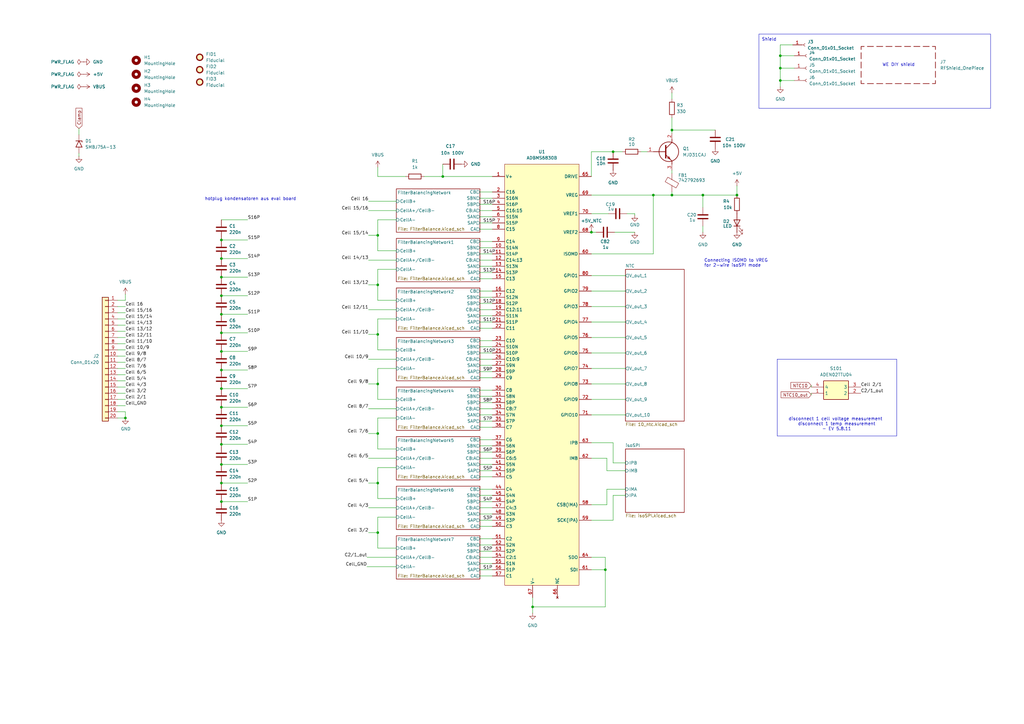
<source format=kicad_sch>
(kicad_sch
	(version 20231120)
	(generator "eeschema")
	(generator_version "8.0")
	(uuid "64eac9c4-e018-49db-b598-a7107a0db15b")
	(paper "A3")
	(lib_symbols
		(symbol "ADBMS6830B_lang:ADBMS6830B_Tall"
			(exclude_from_sim no)
			(in_bom yes)
			(on_board yes)
			(property "Reference" "U"
				(at 0 1.27 0)
				(effects
					(font
						(size 1.27 1.27)
					)
				)
			)
			(property "Value" "ADBMS6830B"
				(at 0 -1.27 0)
				(effects
					(font
						(size 1.27 1.27)
					)
				)
			)
			(property "Footprint" "ADBMS6830:QFP-80_12x12_Pitch0.5mm"
				(at -48.26 53.34 0)
				(effects
					(font
						(size 1.27 1.27)
					)
					(hide yes)
				)
			)
			(property "Datasheet" "~/ADBMS6830B_ADI.pdf"
				(at -48.26 53.34 0)
				(effects
					(font
						(size 1.27 1.27)
					)
					(hide yes)
				)
			)
			(property "Description" ""
				(at 0 0 0)
				(effects
					(font
						(size 1.27 1.27)
					)
					(hide yes)
				)
			)
			(symbol "ADBMS6830B_Tall_1_0"
				(pin input line
					(at -20.32 46.99 0)
					(length 5)
					(name "C14:13"
						(effects
							(font
								(size 1.27 1.27)
							)
						)
					)
					(number "12"
						(effects
							(font
								(size 1.27 1.27)
							)
						)
					)
				)
				(pin input line
					(at -20.32 6.35 0)
					(length 5)
					(name "C10:9"
						(effects
							(font
								(size 1.27 1.27)
							)
						)
					)
					(number "26"
						(effects
							(font
								(size 1.27 1.27)
							)
						)
					)
				)
				(pin input line
					(at -20.32 -13.97 0)
					(length 5)
					(name "C8:7"
						(effects
							(font
								(size 1.27 1.27)
							)
						)
					)
					(number "33"
						(effects
							(font
								(size 1.27 1.27)
							)
						)
					)
				)
				(pin input line
					(at -20.32 -34.29 0)
					(length 5)
					(name "C6:5"
						(effects
							(font
								(size 1.27 1.27)
							)
						)
					)
					(number "40"
						(effects
							(font
								(size 1.27 1.27)
							)
						)
					)
				)
				(pin input line
					(at -20.32 -54.61 0)
					(length 5)
					(name "C4:3"
						(effects
							(font
								(size 1.27 1.27)
							)
						)
					)
					(number "47"
						(effects
							(font
								(size 1.27 1.27)
							)
						)
					)
				)
				(pin input line
					(at -20.32 -74.93 0)
					(length 5)
					(name "C2:1"
						(effects
							(font
								(size 1.27 1.27)
							)
						)
					)
					(number "54"
						(effects
							(font
								(size 1.27 1.27)
							)
						)
					)
				)
				(pin no_connect line
					(at 6.35 -91.44 90)
					(length 5)
					(name "NC"
						(effects
							(font
								(size 1.27 1.27)
							)
						)
					)
					(number "66"
						(effects
							(font
								(size 1.27 1.27)
							)
						)
					)
				)
				(pin bidirectional line
					(at 20.32 -16.51 180)
					(length 5)
					(name "GPIO10"
						(effects
							(font
								(size 1.27 1.27)
							)
						)
					)
					(number "71"
						(effects
							(font
								(size 1.27 1.27)
							)
						)
					)
				)
			)
			(symbol "ADBMS6830B_Tall_1_1"
				(rectangle
					(start -15.24 86.36)
					(end 15.24 -86.36)
					(stroke
						(width 0)
						(type default)
					)
					(fill
						(type background)
					)
				)
				(pin power_out line
					(at -20.32 81.28 0)
					(length 5)
					(name "V+"
						(effects
							(font
								(size 1.27 1.27)
							)
						)
					)
					(number "1"
						(effects
							(font
								(size 1.27 1.27)
							)
						)
					)
				)
				(pin input line
					(at -20.32 52.07 0)
					(length 5)
					(name "S14N"
						(effects
							(font
								(size 1.27 1.27)
							)
						)
					)
					(number "10"
						(effects
							(font
								(size 1.27 1.27)
							)
						)
					)
				)
				(pin input line
					(at -20.32 49.53 0)
					(length 5)
					(name "S14P"
						(effects
							(font
								(size 1.27 1.27)
							)
						)
					)
					(number "11"
						(effects
							(font
								(size 1.27 1.27)
							)
						)
					)
				)
				(pin input line
					(at -20.32 44.45 0)
					(length 5)
					(name "S13N"
						(effects
							(font
								(size 1.27 1.27)
							)
						)
					)
					(number "13"
						(effects
							(font
								(size 1.27 1.27)
							)
						)
					)
				)
				(pin input line
					(at -20.32 41.91 0)
					(length 5)
					(name "S13P"
						(effects
							(font
								(size 1.27 1.27)
							)
						)
					)
					(number "14"
						(effects
							(font
								(size 1.27 1.27)
							)
						)
					)
				)
				(pin input line
					(at -20.32 39.37 0)
					(length 5)
					(name "C13"
						(effects
							(font
								(size 1.27 1.27)
							)
						)
					)
					(number "15"
						(effects
							(font
								(size 1.27 1.27)
							)
						)
					)
				)
				(pin input line
					(at -20.32 34.29 0)
					(length 5)
					(name "C12"
						(effects
							(font
								(size 1.27 1.27)
							)
						)
					)
					(number "16"
						(effects
							(font
								(size 1.27 1.27)
							)
						)
					)
				)
				(pin input line
					(at -20.32 31.75 0)
					(length 5)
					(name "S12N"
						(effects
							(font
								(size 1.27 1.27)
							)
						)
					)
					(number "17"
						(effects
							(font
								(size 1.27 1.27)
							)
						)
					)
				)
				(pin input line
					(at -20.32 29.21 0)
					(length 5)
					(name "S12P"
						(effects
							(font
								(size 1.27 1.27)
							)
						)
					)
					(number "18"
						(effects
							(font
								(size 1.27 1.27)
							)
						)
					)
				)
				(pin input line
					(at -20.32 26.67 0)
					(length 5)
					(name "C12:11"
						(effects
							(font
								(size 1.27 1.27)
							)
						)
					)
					(number "19"
						(effects
							(font
								(size 1.27 1.27)
							)
						)
					)
				)
				(pin input line
					(at -20.32 74.93 0)
					(length 5)
					(name "C16"
						(effects
							(font
								(size 1.27 1.27)
							)
						)
					)
					(number "2"
						(effects
							(font
								(size 1.27 1.27)
							)
						)
					)
				)
				(pin input line
					(at -20.32 24.13 0)
					(length 5)
					(name "S11N"
						(effects
							(font
								(size 1.27 1.27)
							)
						)
					)
					(number "20"
						(effects
							(font
								(size 1.27 1.27)
							)
						)
					)
				)
				(pin input line
					(at -20.32 21.59 0)
					(length 5)
					(name "S11P"
						(effects
							(font
								(size 1.27 1.27)
							)
						)
					)
					(number "21"
						(effects
							(font
								(size 1.27 1.27)
							)
						)
					)
				)
				(pin input line
					(at -20.32 19.05 0)
					(length 5)
					(name "C11"
						(effects
							(font
								(size 1.27 1.27)
							)
						)
					)
					(number "22"
						(effects
							(font
								(size 1.27 1.27)
							)
						)
					)
				)
				(pin input line
					(at -20.32 13.97 0)
					(length 5)
					(name "C10"
						(effects
							(font
								(size 1.27 1.27)
							)
						)
					)
					(number "23"
						(effects
							(font
								(size 1.27 1.27)
							)
						)
					)
				)
				(pin input line
					(at -20.32 11.43 0)
					(length 5)
					(name "S10N"
						(effects
							(font
								(size 1.27 1.27)
							)
						)
					)
					(number "24"
						(effects
							(font
								(size 1.27 1.27)
							)
						)
					)
				)
				(pin input line
					(at -20.32 8.89 0)
					(length 5)
					(name "S10P"
						(effects
							(font
								(size 1.27 1.27)
							)
						)
					)
					(number "25"
						(effects
							(font
								(size 1.27 1.27)
							)
						)
					)
				)
				(pin input line
					(at -20.32 3.81 0)
					(length 5)
					(name "S9N"
						(effects
							(font
								(size 1.27 1.27)
							)
						)
					)
					(number "27"
						(effects
							(font
								(size 1.27 1.27)
							)
						)
					)
				)
				(pin input line
					(at -20.32 1.27 0)
					(length 5)
					(name "S9P"
						(effects
							(font
								(size 1.27 1.27)
							)
						)
					)
					(number "28"
						(effects
							(font
								(size 1.27 1.27)
							)
						)
					)
				)
				(pin input line
					(at -20.32 -1.27 0)
					(length 5)
					(name "C9"
						(effects
							(font
								(size 1.27 1.27)
							)
						)
					)
					(number "29"
						(effects
							(font
								(size 1.27 1.27)
							)
						)
					)
				)
				(pin input line
					(at -20.32 72.39 0)
					(length 5)
					(name "S16N"
						(effects
							(font
								(size 1.27 1.27)
							)
						)
					)
					(number "3"
						(effects
							(font
								(size 1.27 1.27)
							)
						)
					)
				)
				(pin input line
					(at -20.32 -6.35 0)
					(length 5)
					(name "C8"
						(effects
							(font
								(size 1.27 1.27)
							)
						)
					)
					(number "30"
						(effects
							(font
								(size 1.27 1.27)
							)
						)
					)
				)
				(pin input line
					(at -20.32 -8.89 0)
					(length 5)
					(name "S8N"
						(effects
							(font
								(size 1.27 1.27)
							)
						)
					)
					(number "31"
						(effects
							(font
								(size 1.27 1.27)
							)
						)
					)
				)
				(pin input line
					(at -20.32 -11.43 0)
					(length 5)
					(name "S8P"
						(effects
							(font
								(size 1.27 1.27)
							)
						)
					)
					(number "32"
						(effects
							(font
								(size 1.27 1.27)
							)
						)
					)
				)
				(pin input line
					(at -20.32 -16.51 0)
					(length 5)
					(name "S7N"
						(effects
							(font
								(size 1.27 1.27)
							)
						)
					)
					(number "34"
						(effects
							(font
								(size 1.27 1.27)
							)
						)
					)
				)
				(pin input line
					(at -20.32 -19.05 0)
					(length 5)
					(name "S7P"
						(effects
							(font
								(size 1.27 1.27)
							)
						)
					)
					(number "35"
						(effects
							(font
								(size 1.27 1.27)
							)
						)
					)
				)
				(pin input line
					(at -20.32 -21.59 0)
					(length 5)
					(name "C7"
						(effects
							(font
								(size 1.27 1.27)
							)
						)
					)
					(number "36"
						(effects
							(font
								(size 1.27 1.27)
							)
						)
					)
				)
				(pin input line
					(at -20.32 -26.67 0)
					(length 5)
					(name "C6"
						(effects
							(font
								(size 1.27 1.27)
							)
						)
					)
					(number "37"
						(effects
							(font
								(size 1.27 1.27)
							)
						)
					)
				)
				(pin input line
					(at -20.32 -29.21 0)
					(length 5)
					(name "S6N"
						(effects
							(font
								(size 1.27 1.27)
							)
						)
					)
					(number "38"
						(effects
							(font
								(size 1.27 1.27)
							)
						)
					)
				)
				(pin input line
					(at -20.32 -31.75 0)
					(length 5)
					(name "S6P"
						(effects
							(font
								(size 1.27 1.27)
							)
						)
					)
					(number "39"
						(effects
							(font
								(size 1.27 1.27)
							)
						)
					)
				)
				(pin input line
					(at -20.32 69.85 0)
					(length 5)
					(name "S16P"
						(effects
							(font
								(size 1.27 1.27)
							)
						)
					)
					(number "4"
						(effects
							(font
								(size 1.27 1.27)
							)
						)
					)
				)
				(pin input line
					(at -20.32 -36.83 0)
					(length 5)
					(name "S5N"
						(effects
							(font
								(size 1.27 1.27)
							)
						)
					)
					(number "41"
						(effects
							(font
								(size 1.27 1.27)
							)
						)
					)
				)
				(pin input line
					(at -20.32 -39.37 0)
					(length 5)
					(name "S5P"
						(effects
							(font
								(size 1.27 1.27)
							)
						)
					)
					(number "42"
						(effects
							(font
								(size 1.27 1.27)
							)
						)
					)
				)
				(pin input line
					(at -20.32 -41.91 0)
					(length 5)
					(name "C5"
						(effects
							(font
								(size 1.27 1.27)
							)
						)
					)
					(number "43"
						(effects
							(font
								(size 1.27 1.27)
							)
						)
					)
				)
				(pin input line
					(at -20.32 -46.99 0)
					(length 5)
					(name "C4"
						(effects
							(font
								(size 1.27 1.27)
							)
						)
					)
					(number "44"
						(effects
							(font
								(size 1.27 1.27)
							)
						)
					)
				)
				(pin input line
					(at -20.32 -49.53 0)
					(length 5)
					(name "S4N"
						(effects
							(font
								(size 1.27 1.27)
							)
						)
					)
					(number "45"
						(effects
							(font
								(size 1.27 1.27)
							)
						)
					)
				)
				(pin input line
					(at -20.32 -52.07 0)
					(length 5)
					(name "S4P"
						(effects
							(font
								(size 1.27 1.27)
							)
						)
					)
					(number "46"
						(effects
							(font
								(size 1.27 1.27)
							)
						)
					)
				)
				(pin input line
					(at -20.32 -57.15 0)
					(length 5)
					(name "S3N"
						(effects
							(font
								(size 1.27 1.27)
							)
						)
					)
					(number "48"
						(effects
							(font
								(size 1.27 1.27)
							)
						)
					)
				)
				(pin input line
					(at -20.32 -59.69 0)
					(length 5)
					(name "S3P"
						(effects
							(font
								(size 1.27 1.27)
							)
						)
					)
					(number "49"
						(effects
							(font
								(size 1.27 1.27)
							)
						)
					)
				)
				(pin input line
					(at -20.32 67.31 0)
					(length 5)
					(name "C16:15"
						(effects
							(font
								(size 1.27 1.27)
							)
						)
					)
					(number "5"
						(effects
							(font
								(size 1.27 1.27)
							)
						)
					)
				)
				(pin input line
					(at -20.32 -62.23 0)
					(length 5)
					(name "C3"
						(effects
							(font
								(size 1.27 1.27)
							)
						)
					)
					(number "50"
						(effects
							(font
								(size 1.27 1.27)
							)
						)
					)
				)
				(pin input line
					(at -20.32 -67.31 0)
					(length 5)
					(name "C2"
						(effects
							(font
								(size 1.27 1.27)
							)
						)
					)
					(number "51"
						(effects
							(font
								(size 1.27 1.27)
							)
						)
					)
				)
				(pin input line
					(at -20.32 -69.85 0)
					(length 5)
					(name "S2N"
						(effects
							(font
								(size 1.27 1.27)
							)
						)
					)
					(number "52"
						(effects
							(font
								(size 1.27 1.27)
							)
						)
					)
				)
				(pin input line
					(at -20.32 -72.39 0)
					(length 5)
					(name "S2P"
						(effects
							(font
								(size 1.27 1.27)
							)
						)
					)
					(number "53"
						(effects
							(font
								(size 1.27 1.27)
							)
						)
					)
				)
				(pin input line
					(at -20.32 -77.47 0)
					(length 5)
					(name "S1N"
						(effects
							(font
								(size 1.27 1.27)
							)
						)
					)
					(number "55"
						(effects
							(font
								(size 1.27 1.27)
							)
						)
					)
				)
				(pin input line
					(at -20.32 -80.01 0)
					(length 5)
					(name "S1P"
						(effects
							(font
								(size 1.27 1.27)
							)
						)
					)
					(number "56"
						(effects
							(font
								(size 1.27 1.27)
							)
						)
					)
				)
				(pin input line
					(at -20.32 -82.55 0)
					(length 5)
					(name "C1"
						(effects
							(font
								(size 1.27 1.27)
							)
						)
					)
					(number "57"
						(effects
							(font
								(size 1.27 1.27)
							)
						)
					)
				)
				(pin bidirectional line
					(at 20.32 -53.34 180)
					(length 5)
					(name "CSB(IMA)"
						(effects
							(font
								(size 1.27 1.27)
							)
						)
					)
					(number "58"
						(effects
							(font
								(size 1.27 1.27)
							)
						)
					)
				)
				(pin bidirectional line
					(at 20.32 -59.69 180)
					(length 5)
					(name "SCK(IPA)"
						(effects
							(font
								(size 1.27 1.27)
							)
						)
					)
					(number "59"
						(effects
							(font
								(size 1.27 1.27)
							)
						)
					)
				)
				(pin input line
					(at -20.32 64.77 0)
					(length 5)
					(name "S15N"
						(effects
							(font
								(size 1.27 1.27)
							)
						)
					)
					(number "6"
						(effects
							(font
								(size 1.27 1.27)
							)
						)
					)
				)
				(pin bidirectional line
					(at 20.32 49.53 180)
					(length 5)
					(name "ISOMD"
						(effects
							(font
								(size 1.27 1.27)
							)
						)
					)
					(number "60"
						(effects
							(font
								(size 1.27 1.27)
							)
						)
					)
				)
				(pin bidirectional line
					(at 20.32 -80.01 180)
					(length 5)
					(name "SDI"
						(effects
							(font
								(size 1.27 1.27)
							)
						)
					)
					(number "61"
						(effects
							(font
								(size 1.27 1.27)
							)
						)
					)
				)
				(pin bidirectional line
					(at 20.32 -34.29 180)
					(length 5)
					(name "IMB"
						(effects
							(font
								(size 1.27 1.27)
							)
						)
					)
					(number "62"
						(effects
							(font
								(size 1.27 1.27)
							)
						)
					)
				)
				(pin bidirectional line
					(at 20.32 -27.94 180)
					(length 5)
					(name "IPB"
						(effects
							(font
								(size 1.27 1.27)
							)
						)
					)
					(number "63"
						(effects
							(font
								(size 1.27 1.27)
							)
						)
					)
				)
				(pin bidirectional line
					(at 20.32 -74.93 180)
					(length 5)
					(name "SDO"
						(effects
							(font
								(size 1.27 1.27)
							)
						)
					)
					(number "64"
						(effects
							(font
								(size 1.27 1.27)
							)
						)
					)
				)
				(pin bidirectional line
					(at 20.32 81.28 180)
					(length 5)
					(name "DRIVE"
						(effects
							(font
								(size 1.27 1.27)
							)
						)
					)
					(number "65"
						(effects
							(font
								(size 1.27 1.27)
							)
						)
					)
				)
				(pin input line
					(at -3.81 -91.44 90)
					(length 5)
					(name "V-"
						(effects
							(font
								(size 1.27 1.27)
							)
						)
					)
					(number "67"
						(effects
							(font
								(size 1.27 1.27)
							)
						)
					)
				)
				(pin power_out line
					(at 20.32 58.42 180)
					(length 5)
					(name "VREF2"
						(effects
							(font
								(size 1.27 1.27)
							)
						)
					)
					(number "68"
						(effects
							(font
								(size 1.27 1.27)
							)
						)
					)
				)
				(pin input line
					(at 20.32 73.66 180)
					(length 5)
					(name "VREG"
						(effects
							(font
								(size 1.27 1.27)
							)
						)
					)
					(number "69"
						(effects
							(font
								(size 1.27 1.27)
							)
						)
					)
				)
				(pin input line
					(at -20.32 62.23 0)
					(length 5)
					(name "S15P"
						(effects
							(font
								(size 1.27 1.27)
							)
						)
					)
					(number "7"
						(effects
							(font
								(size 1.27 1.27)
							)
						)
					)
				)
				(pin power_out line
					(at 20.32 66.04 180)
					(length 5)
					(name "VREF1"
						(effects
							(font
								(size 1.27 1.27)
							)
						)
					)
					(number "70"
						(effects
							(font
								(size 1.27 1.27)
							)
						)
					)
				)
				(pin bidirectional line
					(at 20.32 -10.16 180)
					(length 5)
					(name "GPIO9"
						(effects
							(font
								(size 1.27 1.27)
							)
						)
					)
					(number "72"
						(effects
							(font
								(size 1.27 1.27)
							)
						)
					)
				)
				(pin bidirectional line
					(at 20.32 -3.81 180)
					(length 5)
					(name "GPIO8"
						(effects
							(font
								(size 1.27 1.27)
							)
						)
					)
					(number "73"
						(effects
							(font
								(size 1.27 1.27)
							)
						)
					)
				)
				(pin bidirectional line
					(at 20.32 2.54 180)
					(length 5)
					(name "GPIO7"
						(effects
							(font
								(size 1.27 1.27)
							)
						)
					)
					(number "74"
						(effects
							(font
								(size 1.27 1.27)
							)
						)
					)
				)
				(pin bidirectional line
					(at 20.32 8.89 180)
					(length 5)
					(name "GPIO6"
						(effects
							(font
								(size 1.27 1.27)
							)
						)
					)
					(number "75"
						(effects
							(font
								(size 1.27 1.27)
							)
						)
					)
				)
				(pin bidirectional line
					(at 20.32 15.24 180)
					(length 5)
					(name "GPIO5"
						(effects
							(font
								(size 1.27 1.27)
							)
						)
					)
					(number "76"
						(effects
							(font
								(size 1.27 1.27)
							)
						)
					)
				)
				(pin bidirectional line
					(at 20.32 21.59 180)
					(length 5)
					(name "GPIO4"
						(effects
							(font
								(size 1.27 1.27)
							)
						)
					)
					(number "77"
						(effects
							(font
								(size 1.27 1.27)
							)
						)
					)
				)
				(pin bidirectional line
					(at 20.32 27.94 180)
					(length 5)
					(name "GPIO3"
						(effects
							(font
								(size 1.27 1.27)
							)
						)
					)
					(number "78"
						(effects
							(font
								(size 1.27 1.27)
							)
						)
					)
				)
				(pin bidirectional line
					(at 20.32 34.29 180)
					(length 5)
					(name "GPIO2"
						(effects
							(font
								(size 1.27 1.27)
							)
						)
					)
					(number "79"
						(effects
							(font
								(size 1.27 1.27)
							)
						)
					)
				)
				(pin input line
					(at -20.32 59.69 0)
					(length 5)
					(name "C15"
						(effects
							(font
								(size 1.27 1.27)
							)
						)
					)
					(number "8"
						(effects
							(font
								(size 1.27 1.27)
							)
						)
					)
				)
				(pin bidirectional line
					(at 20.32 40.64 180)
					(length 5)
					(name "GPIO1"
						(effects
							(font
								(size 1.27 1.27)
							)
						)
					)
					(number "80"
						(effects
							(font
								(size 1.27 1.27)
							)
						)
					)
				)
				(pin input line
					(at -20.32 54.61 0)
					(length 5)
					(name "C14"
						(effects
							(font
								(size 1.27 1.27)
							)
						)
					)
					(number "9"
						(effects
							(font
								(size 1.27 1.27)
							)
						)
					)
				)
			)
		)
		(symbol "ADEN02TTU04:ADEN02TTU04"
			(exclude_from_sim no)
			(in_bom yes)
			(on_board yes)
			(property "Reference" "S"
				(at 16.51 7.62 0)
				(effects
					(font
						(size 1.27 1.27)
					)
					(justify left top)
				)
			)
			(property "Value" "ADEN02TTU04"
				(at 16.51 5.08 0)
				(effects
					(font
						(size 1.27 1.27)
					)
					(justify left top)
				)
			)
			(property "Footprint" "ADEN02TTU04"
				(at 16.51 -94.92 0)
				(effects
					(font
						(size 1.27 1.27)
					)
					(justify left top)
					(hide yes)
				)
			)
			(property "Datasheet" "https://www.te.com/commerce/DocumentDelivery/DDEController?Action=srchrtrv&DocNm=2454982&DocType=Customer%20Drawing&DocLang=English&DocFormat=pdf&PartCntxt=2454982-1"
				(at 16.51 -194.92 0)
				(effects
					(font
						(size 1.27 1.27)
					)
					(justify left top)
					(hide yes)
				)
			)
			(property "Description" "DIP Switch, Gold Flash Contact Plating, Black, PA9T, 2 Switch, -40  85 C, Extended Actuator, 24 A Contact Rating, Alcoswitch DIP ADE"
				(at 0 0 0)
				(effects
					(font
						(size 1.27 1.27)
					)
					(hide yes)
				)
			)
			(property "Height" "4.51"
				(at 16.51 -394.92 0)
				(effects
					(font
						(size 1.27 1.27)
					)
					(justify left top)
					(hide yes)
				)
			)
			(property "Manufacturer_Name" "TE Connectivity"
				(at 16.51 -494.92 0)
				(effects
					(font
						(size 1.27 1.27)
					)
					(justify left top)
					(hide yes)
				)
			)
			(property "Manufacturer_Part_Number" "ADEN02TTU04"
				(at 16.51 -594.92 0)
				(effects
					(font
						(size 1.27 1.27)
					)
					(justify left top)
					(hide yes)
				)
			)
			(property "Mouser Part Number" "655-ADEN02TTU04"
				(at 16.51 -694.92 0)
				(effects
					(font
						(size 1.27 1.27)
					)
					(justify left top)
					(hide yes)
				)
			)
			(property "Mouser Price/Stock" "https://www.mouser.co.uk/ProductDetail/TE-Connectivity-Alcoswitch/ADEN02TTU04?qs=1Kr7Jg1SGW8ZWHKgHyLd6w%3D%3D"
				(at 16.51 -794.92 0)
				(effects
					(font
						(size 1.27 1.27)
					)
					(justify left top)
					(hide yes)
				)
			)
			(property "Arrow Part Number" ""
				(at 16.51 -894.92 0)
				(effects
					(font
						(size 1.27 1.27)
					)
					(justify left top)
					(hide yes)
				)
			)
			(property "Arrow Price/Stock" ""
				(at 16.51 -994.92 0)
				(effects
					(font
						(size 1.27 1.27)
					)
					(justify left top)
					(hide yes)
				)
			)
			(symbol "ADEN02TTU04_1_1"
				(rectangle
					(start 5.08 2.54)
					(end 15.24 -5.08)
					(stroke
						(width 0.254)
						(type default)
					)
					(fill
						(type background)
					)
				)
				(pin passive line
					(at 0 -2.54 0)
					(length 5.08)
					(name "1"
						(effects
							(font
								(size 1.27 1.27)
							)
						)
					)
					(number "1"
						(effects
							(font
								(size 1.27 1.27)
							)
						)
					)
				)
				(pin passive line
					(at 20.32 -2.54 180)
					(length 5.08)
					(name "2"
						(effects
							(font
								(size 1.27 1.27)
							)
						)
					)
					(number "2"
						(effects
							(font
								(size 1.27 1.27)
							)
						)
					)
				)
				(pin passive line
					(at 20.32 0 180)
					(length 5.08)
					(name "3"
						(effects
							(font
								(size 1.27 1.27)
							)
						)
					)
					(number "3"
						(effects
							(font
								(size 1.27 1.27)
							)
						)
					)
				)
				(pin passive line
					(at 0 0 0)
					(length 5.08)
					(name "4"
						(effects
							(font
								(size 1.27 1.27)
							)
						)
					)
					(number "4"
						(effects
							(font
								(size 1.27 1.27)
							)
						)
					)
				)
			)
		)
		(symbol "Connector:Conn_01x01_Socket"
			(pin_names
				(offset 1.016) hide)
			(exclude_from_sim no)
			(in_bom yes)
			(on_board yes)
			(property "Reference" "J"
				(at 0 2.54 0)
				(effects
					(font
						(size 1.27 1.27)
					)
				)
			)
			(property "Value" "Conn_01x01_Socket"
				(at 0 -2.54 0)
				(effects
					(font
						(size 1.27 1.27)
					)
				)
			)
			(property "Footprint" ""
				(at 0 0 0)
				(effects
					(font
						(size 1.27 1.27)
					)
					(hide yes)
				)
			)
			(property "Datasheet" "~"
				(at 0 0 0)
				(effects
					(font
						(size 1.27 1.27)
					)
					(hide yes)
				)
			)
			(property "Description" "Generic connector, single row, 01x01, script generated"
				(at 0 0 0)
				(effects
					(font
						(size 1.27 1.27)
					)
					(hide yes)
				)
			)
			(property "ki_locked" ""
				(at 0 0 0)
				(effects
					(font
						(size 1.27 1.27)
					)
				)
			)
			(property "ki_keywords" "connector"
				(at 0 0 0)
				(effects
					(font
						(size 1.27 1.27)
					)
					(hide yes)
				)
			)
			(property "ki_fp_filters" "Connector*:*_1x??_*"
				(at 0 0 0)
				(effects
					(font
						(size 1.27 1.27)
					)
					(hide yes)
				)
			)
			(symbol "Conn_01x01_Socket_1_1"
				(polyline
					(pts
						(xy -1.27 0) (xy -0.508 0)
					)
					(stroke
						(width 0.1524)
						(type default)
					)
					(fill
						(type none)
					)
				)
				(arc
					(start 0 0.508)
					(mid -0.5058 0)
					(end 0 -0.508)
					(stroke
						(width 0.1524)
						(type default)
					)
					(fill
						(type none)
					)
				)
				(pin passive line
					(at -5.08 0 0)
					(length 3.81)
					(name "Pin_1"
						(effects
							(font
								(size 1.27 1.27)
							)
						)
					)
					(number "1"
						(effects
							(font
								(size 1.27 1.27)
							)
						)
					)
				)
			)
		)
		(symbol "Connector_Generic:Conn_01x20"
			(pin_names
				(offset 1.016) hide)
			(exclude_from_sim no)
			(in_bom yes)
			(on_board yes)
			(property "Reference" "J"
				(at 0 25.4 0)
				(effects
					(font
						(size 1.27 1.27)
					)
				)
			)
			(property "Value" "Conn_01x20"
				(at 0 -27.94 0)
				(effects
					(font
						(size 1.27 1.27)
					)
				)
			)
			(property "Footprint" ""
				(at 0 0 0)
				(effects
					(font
						(size 1.27 1.27)
					)
					(hide yes)
				)
			)
			(property "Datasheet" "~"
				(at 0 0 0)
				(effects
					(font
						(size 1.27 1.27)
					)
					(hide yes)
				)
			)
			(property "Description" "Generic connector, single row, 01x20, script generated (kicad-library-utils/schlib/autogen/connector/)"
				(at 0 0 0)
				(effects
					(font
						(size 1.27 1.27)
					)
					(hide yes)
				)
			)
			(property "ki_keywords" "connector"
				(at 0 0 0)
				(effects
					(font
						(size 1.27 1.27)
					)
					(hide yes)
				)
			)
			(property "ki_fp_filters" "Connector*:*_1x??_*"
				(at 0 0 0)
				(effects
					(font
						(size 1.27 1.27)
					)
					(hide yes)
				)
			)
			(symbol "Conn_01x20_1_1"
				(rectangle
					(start -1.27 -25.273)
					(end 0 -25.527)
					(stroke
						(width 0.1524)
						(type default)
					)
					(fill
						(type none)
					)
				)
				(rectangle
					(start -1.27 -22.733)
					(end 0 -22.987)
					(stroke
						(width 0.1524)
						(type default)
					)
					(fill
						(type none)
					)
				)
				(rectangle
					(start -1.27 -20.193)
					(end 0 -20.447)
					(stroke
						(width 0.1524)
						(type default)
					)
					(fill
						(type none)
					)
				)
				(rectangle
					(start -1.27 -17.653)
					(end 0 -17.907)
					(stroke
						(width 0.1524)
						(type default)
					)
					(fill
						(type none)
					)
				)
				(rectangle
					(start -1.27 -15.113)
					(end 0 -15.367)
					(stroke
						(width 0.1524)
						(type default)
					)
					(fill
						(type none)
					)
				)
				(rectangle
					(start -1.27 -12.573)
					(end 0 -12.827)
					(stroke
						(width 0.1524)
						(type default)
					)
					(fill
						(type none)
					)
				)
				(rectangle
					(start -1.27 -10.033)
					(end 0 -10.287)
					(stroke
						(width 0.1524)
						(type default)
					)
					(fill
						(type none)
					)
				)
				(rectangle
					(start -1.27 -7.493)
					(end 0 -7.747)
					(stroke
						(width 0.1524)
						(type default)
					)
					(fill
						(type none)
					)
				)
				(rectangle
					(start -1.27 -4.953)
					(end 0 -5.207)
					(stroke
						(width 0.1524)
						(type default)
					)
					(fill
						(type none)
					)
				)
				(rectangle
					(start -1.27 -2.413)
					(end 0 -2.667)
					(stroke
						(width 0.1524)
						(type default)
					)
					(fill
						(type none)
					)
				)
				(rectangle
					(start -1.27 0.127)
					(end 0 -0.127)
					(stroke
						(width 0.1524)
						(type default)
					)
					(fill
						(type none)
					)
				)
				(rectangle
					(start -1.27 2.667)
					(end 0 2.413)
					(stroke
						(width 0.1524)
						(type default)
					)
					(fill
						(type none)
					)
				)
				(rectangle
					(start -1.27 5.207)
					(end 0 4.953)
					(stroke
						(width 0.1524)
						(type default)
					)
					(fill
						(type none)
					)
				)
				(rectangle
					(start -1.27 7.747)
					(end 0 7.493)
					(stroke
						(width 0.1524)
						(type default)
					)
					(fill
						(type none)
					)
				)
				(rectangle
					(start -1.27 10.287)
					(end 0 10.033)
					(stroke
						(width 0.1524)
						(type default)
					)
					(fill
						(type none)
					)
				)
				(rectangle
					(start -1.27 12.827)
					(end 0 12.573)
					(stroke
						(width 0.1524)
						(type default)
					)
					(fill
						(type none)
					)
				)
				(rectangle
					(start -1.27 15.367)
					(end 0 15.113)
					(stroke
						(width 0.1524)
						(type default)
					)
					(fill
						(type none)
					)
				)
				(rectangle
					(start -1.27 17.907)
					(end 0 17.653)
					(stroke
						(width 0.1524)
						(type default)
					)
					(fill
						(type none)
					)
				)
				(rectangle
					(start -1.27 20.447)
					(end 0 20.193)
					(stroke
						(width 0.1524)
						(type default)
					)
					(fill
						(type none)
					)
				)
				(rectangle
					(start -1.27 22.987)
					(end 0 22.733)
					(stroke
						(width 0.1524)
						(type default)
					)
					(fill
						(type none)
					)
				)
				(rectangle
					(start -1.27 24.13)
					(end 1.27 -26.67)
					(stroke
						(width 0.254)
						(type default)
					)
					(fill
						(type background)
					)
				)
				(pin passive line
					(at -5.08 22.86 0)
					(length 3.81)
					(name "Pin_1"
						(effects
							(font
								(size 1.27 1.27)
							)
						)
					)
					(number "1"
						(effects
							(font
								(size 1.27 1.27)
							)
						)
					)
				)
				(pin passive line
					(at -5.08 0 0)
					(length 3.81)
					(name "Pin_10"
						(effects
							(font
								(size 1.27 1.27)
							)
						)
					)
					(number "10"
						(effects
							(font
								(size 1.27 1.27)
							)
						)
					)
				)
				(pin passive line
					(at -5.08 -2.54 0)
					(length 3.81)
					(name "Pin_11"
						(effects
							(font
								(size 1.27 1.27)
							)
						)
					)
					(number "11"
						(effects
							(font
								(size 1.27 1.27)
							)
						)
					)
				)
				(pin passive line
					(at -5.08 -5.08 0)
					(length 3.81)
					(name "Pin_12"
						(effects
							(font
								(size 1.27 1.27)
							)
						)
					)
					(number "12"
						(effects
							(font
								(size 1.27 1.27)
							)
						)
					)
				)
				(pin passive line
					(at -5.08 -7.62 0)
					(length 3.81)
					(name "Pin_13"
						(effects
							(font
								(size 1.27 1.27)
							)
						)
					)
					(number "13"
						(effects
							(font
								(size 1.27 1.27)
							)
						)
					)
				)
				(pin passive line
					(at -5.08 -10.16 0)
					(length 3.81)
					(name "Pin_14"
						(effects
							(font
								(size 1.27 1.27)
							)
						)
					)
					(number "14"
						(effects
							(font
								(size 1.27 1.27)
							)
						)
					)
				)
				(pin passive line
					(at -5.08 -12.7 0)
					(length 3.81)
					(name "Pin_15"
						(effects
							(font
								(size 1.27 1.27)
							)
						)
					)
					(number "15"
						(effects
							(font
								(size 1.27 1.27)
							)
						)
					)
				)
				(pin passive line
					(at -5.08 -15.24 0)
					(length 3.81)
					(name "Pin_16"
						(effects
							(font
								(size 1.27 1.27)
							)
						)
					)
					(number "16"
						(effects
							(font
								(size 1.27 1.27)
							)
						)
					)
				)
				(pin passive line
					(at -5.08 -17.78 0)
					(length 3.81)
					(name "Pin_17"
						(effects
							(font
								(size 1.27 1.27)
							)
						)
					)
					(number "17"
						(effects
							(font
								(size 1.27 1.27)
							)
						)
					)
				)
				(pin passive line
					(at -5.08 -20.32 0)
					(length 3.81)
					(name "Pin_18"
						(effects
							(font
								(size 1.27 1.27)
							)
						)
					)
					(number "18"
						(effects
							(font
								(size 1.27 1.27)
							)
						)
					)
				)
				(pin passive line
					(at -5.08 -22.86 0)
					(length 3.81)
					(name "Pin_19"
						(effects
							(font
								(size 1.27 1.27)
							)
						)
					)
					(number "19"
						(effects
							(font
								(size 1.27 1.27)
							)
						)
					)
				)
				(pin passive line
					(at -5.08 20.32 0)
					(length 3.81)
					(name "Pin_2"
						(effects
							(font
								(size 1.27 1.27)
							)
						)
					)
					(number "2"
						(effects
							(font
								(size 1.27 1.27)
							)
						)
					)
				)
				(pin passive line
					(at -5.08 -25.4 0)
					(length 3.81)
					(name "Pin_20"
						(effects
							(font
								(size 1.27 1.27)
							)
						)
					)
					(number "20"
						(effects
							(font
								(size 1.27 1.27)
							)
						)
					)
				)
				(pin passive line
					(at -5.08 17.78 0)
					(length 3.81)
					(name "Pin_3"
						(effects
							(font
								(size 1.27 1.27)
							)
						)
					)
					(number "3"
						(effects
							(font
								(size 1.27 1.27)
							)
						)
					)
				)
				(pin passive line
					(at -5.08 15.24 0)
					(length 3.81)
					(name "Pin_4"
						(effects
							(font
								(size 1.27 1.27)
							)
						)
					)
					(number "4"
						(effects
							(font
								(size 1.27 1.27)
							)
						)
					)
				)
				(pin passive line
					(at -5.08 12.7 0)
					(length 3.81)
					(name "Pin_5"
						(effects
							(font
								(size 1.27 1.27)
							)
						)
					)
					(number "5"
						(effects
							(font
								(size 1.27 1.27)
							)
						)
					)
				)
				(pin passive line
					(at -5.08 10.16 0)
					(length 3.81)
					(name "Pin_6"
						(effects
							(font
								(size 1.27 1.27)
							)
						)
					)
					(number "6"
						(effects
							(font
								(size 1.27 1.27)
							)
						)
					)
				)
				(pin passive line
					(at -5.08 7.62 0)
					(length 3.81)
					(name "Pin_7"
						(effects
							(font
								(size 1.27 1.27)
							)
						)
					)
					(number "7"
						(effects
							(font
								(size 1.27 1.27)
							)
						)
					)
				)
				(pin passive line
					(at -5.08 5.08 0)
					(length 3.81)
					(name "Pin_8"
						(effects
							(font
								(size 1.27 1.27)
							)
						)
					)
					(number "8"
						(effects
							(font
								(size 1.27 1.27)
							)
						)
					)
				)
				(pin passive line
					(at -5.08 2.54 0)
					(length 3.81)
					(name "Pin_9"
						(effects
							(font
								(size 1.27 1.27)
							)
						)
					)
					(number "9"
						(effects
							(font
								(size 1.27 1.27)
							)
						)
					)
				)
			)
		)
		(symbol "Device:C"
			(pin_numbers hide)
			(pin_names
				(offset 0.254)
			)
			(exclude_from_sim no)
			(in_bom yes)
			(on_board yes)
			(property "Reference" "C"
				(at 0.635 2.54 0)
				(effects
					(font
						(size 1.27 1.27)
					)
					(justify left)
				)
			)
			(property "Value" "C"
				(at 0.635 -2.54 0)
				(effects
					(font
						(size 1.27 1.27)
					)
					(justify left)
				)
			)
			(property "Footprint" ""
				(at 0.9652 -3.81 0)
				(effects
					(font
						(size 1.27 1.27)
					)
					(hide yes)
				)
			)
			(property "Datasheet" "~"
				(at 0 0 0)
				(effects
					(font
						(size 1.27 1.27)
					)
					(hide yes)
				)
			)
			(property "Description" "Unpolarized capacitor"
				(at 0 0 0)
				(effects
					(font
						(size 1.27 1.27)
					)
					(hide yes)
				)
			)
			(property "ki_keywords" "cap capacitor"
				(at 0 0 0)
				(effects
					(font
						(size 1.27 1.27)
					)
					(hide yes)
				)
			)
			(property "ki_fp_filters" "C_*"
				(at 0 0 0)
				(effects
					(font
						(size 1.27 1.27)
					)
					(hide yes)
				)
			)
			(symbol "C_0_1"
				(polyline
					(pts
						(xy -2.032 -0.762) (xy 2.032 -0.762)
					)
					(stroke
						(width 0.508)
						(type default)
					)
					(fill
						(type none)
					)
				)
				(polyline
					(pts
						(xy -2.032 0.762) (xy 2.032 0.762)
					)
					(stroke
						(width 0.508)
						(type default)
					)
					(fill
						(type none)
					)
				)
			)
			(symbol "C_1_1"
				(pin passive line
					(at 0 3.81 270)
					(length 2.794)
					(name "~"
						(effects
							(font
								(size 1.27 1.27)
							)
						)
					)
					(number "1"
						(effects
							(font
								(size 1.27 1.27)
							)
						)
					)
				)
				(pin passive line
					(at 0 -3.81 90)
					(length 2.794)
					(name "~"
						(effects
							(font
								(size 1.27 1.27)
							)
						)
					)
					(number "2"
						(effects
							(font
								(size 1.27 1.27)
							)
						)
					)
				)
			)
		)
		(symbol "Device:FerriteBead"
			(pin_numbers hide)
			(pin_names
				(offset 0)
			)
			(exclude_from_sim no)
			(in_bom yes)
			(on_board yes)
			(property "Reference" "FB"
				(at -3.81 0.635 90)
				(effects
					(font
						(size 1.27 1.27)
					)
				)
			)
			(property "Value" "FerriteBead"
				(at 3.81 0 90)
				(effects
					(font
						(size 1.27 1.27)
					)
				)
			)
			(property "Footprint" ""
				(at -1.778 0 90)
				(effects
					(font
						(size 1.27 1.27)
					)
					(hide yes)
				)
			)
			(property "Datasheet" "~"
				(at 0 0 0)
				(effects
					(font
						(size 1.27 1.27)
					)
					(hide yes)
				)
			)
			(property "Description" "Ferrite bead"
				(at 0 0 0)
				(effects
					(font
						(size 1.27 1.27)
					)
					(hide yes)
				)
			)
			(property "ki_keywords" "L ferrite bead inductor filter"
				(at 0 0 0)
				(effects
					(font
						(size 1.27 1.27)
					)
					(hide yes)
				)
			)
			(property "ki_fp_filters" "Inductor_* L_* *Ferrite*"
				(at 0 0 0)
				(effects
					(font
						(size 1.27 1.27)
					)
					(hide yes)
				)
			)
			(symbol "FerriteBead_0_1"
				(polyline
					(pts
						(xy 0 -1.27) (xy 0 -1.2192)
					)
					(stroke
						(width 0)
						(type default)
					)
					(fill
						(type none)
					)
				)
				(polyline
					(pts
						(xy 0 1.27) (xy 0 1.2954)
					)
					(stroke
						(width 0)
						(type default)
					)
					(fill
						(type none)
					)
				)
				(polyline
					(pts
						(xy -2.7686 0.4064) (xy -1.7018 2.2606) (xy 2.7686 -0.3048) (xy 1.6764 -2.159) (xy -2.7686 0.4064)
					)
					(stroke
						(width 0)
						(type default)
					)
					(fill
						(type none)
					)
				)
			)
			(symbol "FerriteBead_1_1"
				(pin passive line
					(at 0 3.81 270)
					(length 2.54)
					(name "~"
						(effects
							(font
								(size 1.27 1.27)
							)
						)
					)
					(number "1"
						(effects
							(font
								(size 1.27 1.27)
							)
						)
					)
				)
				(pin passive line
					(at 0 -3.81 90)
					(length 2.54)
					(name "~"
						(effects
							(font
								(size 1.27 1.27)
							)
						)
					)
					(number "2"
						(effects
							(font
								(size 1.27 1.27)
							)
						)
					)
				)
			)
		)
		(symbol "Device:R"
			(pin_numbers hide)
			(pin_names
				(offset 0)
			)
			(exclude_from_sim no)
			(in_bom yes)
			(on_board yes)
			(property "Reference" "R"
				(at 2.032 0 90)
				(effects
					(font
						(size 1.27 1.27)
					)
				)
			)
			(property "Value" "R"
				(at 0 0 90)
				(effects
					(font
						(size 1.27 1.27)
					)
				)
			)
			(property "Footprint" ""
				(at -1.778 0 90)
				(effects
					(font
						(size 1.27 1.27)
					)
					(hide yes)
				)
			)
			(property "Datasheet" "~"
				(at 0 0 0)
				(effects
					(font
						(size 1.27 1.27)
					)
					(hide yes)
				)
			)
			(property "Description" "Resistor"
				(at 0 0 0)
				(effects
					(font
						(size 1.27 1.27)
					)
					(hide yes)
				)
			)
			(property "ki_keywords" "R res resistor"
				(at 0 0 0)
				(effects
					(font
						(size 1.27 1.27)
					)
					(hide yes)
				)
			)
			(property "ki_fp_filters" "R_*"
				(at 0 0 0)
				(effects
					(font
						(size 1.27 1.27)
					)
					(hide yes)
				)
			)
			(symbol "R_0_1"
				(rectangle
					(start -1.016 -2.54)
					(end 1.016 2.54)
					(stroke
						(width 0.254)
						(type default)
					)
					(fill
						(type none)
					)
				)
			)
			(symbol "R_1_1"
				(pin passive line
					(at 0 3.81 270)
					(length 1.27)
					(name "~"
						(effects
							(font
								(size 1.27 1.27)
							)
						)
					)
					(number "1"
						(effects
							(font
								(size 1.27 1.27)
							)
						)
					)
				)
				(pin passive line
					(at 0 -3.81 90)
					(length 1.27)
					(name "~"
						(effects
							(font
								(size 1.27 1.27)
							)
						)
					)
					(number "2"
						(effects
							(font
								(size 1.27 1.27)
							)
						)
					)
				)
			)
		)
		(symbol "Device:RFShield_OnePiece"
			(pin_names
				(offset 1.016)
			)
			(exclude_from_sim no)
			(in_bom yes)
			(on_board yes)
			(property "Reference" "J6"
				(at 17.145 1.27 0)
				(effects
					(font
						(size 1.27 1.27)
					)
					(justify left)
				)
			)
			(property "Value" "RFShield_OnePiece"
				(at 17.145 -1.27 0)
				(effects
					(font
						(size 1.27 1.27)
					)
					(justify left)
				)
			)
			(property "Footprint" ""
				(at 0 -2.54 0)
				(effects
					(font
						(size 1.27 1.27)
					)
					(hide yes)
				)
			)
			(property "Datasheet" "~"
				(at 0 -2.54 0)
				(effects
					(font
						(size 1.27 1.27)
					)
					(hide yes)
				)
			)
			(property "Description" "One-piece EMI RF shielding cabinet"
				(at 0 0 0)
				(effects
					(font
						(size 1.27 1.27)
					)
					(hide yes)
				)
			)
			(property "ki_keywords" "RF EMI shielding cabinet"
				(at 0 0 0)
				(effects
					(font
						(size 1.27 1.27)
					)
					(hide yes)
				)
			)
			(symbol "RFShield_OnePiece_0_1"
				(polyline
					(pts
						(xy -15.24 -5.08) (xy -15.24 -2.54)
					)
					(stroke
						(width 0.254)
						(type default)
					)
					(fill
						(type none)
					)
				)
				(polyline
					(pts
						(xy -15.24 -1.27) (xy -15.24 1.27)
					)
					(stroke
						(width 0.254)
						(type default)
					)
					(fill
						(type none)
					)
				)
				(polyline
					(pts
						(xy -15.24 2.54) (xy -15.24 5.08)
					)
					(stroke
						(width 0.254)
						(type default)
					)
					(fill
						(type none)
					)
				)
				(polyline
					(pts
						(xy -12.7 7.62) (xy -10.16 7.62)
					)
					(stroke
						(width 0.254)
						(type default)
					)
					(fill
						(type none)
					)
				)
				(polyline
					(pts
						(xy -10.16 -7.62) (xy -12.7 -7.62)
					)
					(stroke
						(width 0.254)
						(type default)
					)
					(fill
						(type none)
					)
				)
				(polyline
					(pts
						(xy -6.35 -7.62) (xy -8.89 -7.62)
					)
					(stroke
						(width 0.254)
						(type default)
					)
					(fill
						(type none)
					)
				)
				(polyline
					(pts
						(xy -6.35 7.62) (xy -8.89 7.62)
					)
					(stroke
						(width 0.254)
						(type default)
					)
					(fill
						(type none)
					)
				)
				(polyline
					(pts
						(xy -2.54 -7.62) (xy -5.08 -7.62)
					)
					(stroke
						(width 0.254)
						(type default)
					)
					(fill
						(type none)
					)
				)
				(polyline
					(pts
						(xy -2.54 7.62) (xy -5.08 7.62)
					)
					(stroke
						(width 0.254)
						(type default)
					)
					(fill
						(type none)
					)
				)
				(polyline
					(pts
						(xy -1.27 -7.62) (xy 1.27 -7.62)
					)
					(stroke
						(width 0.254)
						(type default)
					)
					(fill
						(type none)
					)
				)
				(polyline
					(pts
						(xy 1.27 7.62) (xy -1.27 7.62)
					)
					(stroke
						(width 0.254)
						(type default)
					)
					(fill
						(type none)
					)
				)
				(polyline
					(pts
						(xy 2.54 -7.62) (xy 5.08 -7.62)
					)
					(stroke
						(width 0.254)
						(type default)
					)
					(fill
						(type none)
					)
				)
				(polyline
					(pts
						(xy 5.08 7.62) (xy 2.54 7.62)
					)
					(stroke
						(width 0.254)
						(type default)
					)
					(fill
						(type none)
					)
				)
				(polyline
					(pts
						(xy 6.35 -7.62) (xy 8.89 -7.62)
					)
					(stroke
						(width 0.254)
						(type default)
					)
					(fill
						(type none)
					)
				)
				(polyline
					(pts
						(xy 8.89 7.62) (xy 6.35 7.62)
					)
					(stroke
						(width 0.254)
						(type default)
					)
					(fill
						(type none)
					)
				)
				(polyline
					(pts
						(xy 10.16 -7.62) (xy 12.7 -7.62)
					)
					(stroke
						(width 0.254)
						(type default)
					)
					(fill
						(type none)
					)
				)
				(polyline
					(pts
						(xy 12.7 7.62) (xy 10.16 7.62)
					)
					(stroke
						(width 0.254)
						(type default)
					)
					(fill
						(type none)
					)
				)
				(polyline
					(pts
						(xy 15.24 -5.08) (xy 15.24 -2.54)
					)
					(stroke
						(width 0.254)
						(type default)
					)
					(fill
						(type none)
					)
				)
				(polyline
					(pts
						(xy 15.24 -1.27) (xy 15.24 1.27)
					)
					(stroke
						(width 0.254)
						(type default)
					)
					(fill
						(type none)
					)
				)
				(polyline
					(pts
						(xy 15.24 2.54) (xy 15.24 5.08)
					)
					(stroke
						(width 0.254)
						(type default)
					)
					(fill
						(type none)
					)
				)
				(polyline
					(pts
						(xy -15.24 6.35) (xy -15.24 7.62) (xy -13.97 7.62)
					)
					(stroke
						(width 0.254)
						(type default)
					)
					(fill
						(type none)
					)
				)
				(polyline
					(pts
						(xy -13.97 -7.62) (xy -15.24 -7.62) (xy -15.24 -6.35)
					)
					(stroke
						(width 0.254)
						(type default)
					)
					(fill
						(type none)
					)
				)
				(polyline
					(pts
						(xy 13.97 -7.62) (xy 15.24 -7.62) (xy 15.24 -6.35)
					)
					(stroke
						(width 0.254)
						(type default)
					)
					(fill
						(type none)
					)
				)
				(polyline
					(pts
						(xy 15.24 6.35) (xy 15.24 7.62) (xy 13.97 7.62)
					)
					(stroke
						(width 0.254)
						(type default)
					)
					(fill
						(type none)
					)
				)
			)
		)
		(symbol "Diode:SMAJ350A"
			(pin_numbers hide)
			(pin_names
				(offset 1.016) hide)
			(exclude_from_sim no)
			(in_bom yes)
			(on_board yes)
			(property "Reference" "D"
				(at 0 2.54 0)
				(effects
					(font
						(size 1.27 1.27)
					)
				)
			)
			(property "Value" "SMAJ350A"
				(at 0 -2.54 0)
				(effects
					(font
						(size 1.27 1.27)
					)
				)
			)
			(property "Footprint" "Diode_SMD:D_SMA"
				(at 0 -5.08 0)
				(effects
					(font
						(size 1.27 1.27)
					)
					(hide yes)
				)
			)
			(property "Datasheet" "https://www.littelfuse.com/media?resourcetype=datasheets&itemid=75e32973-b177-4ee3-a0ff-cedaf1abdb93&filename=smaj-datasheet"
				(at -1.27 0 0)
				(effects
					(font
						(size 1.27 1.27)
					)
					(hide yes)
				)
			)
			(property "Description" "600W unidirectional Transient Voltage Suppressor, 350.0Vr, SMA(DO-214AC)"
				(at 0 0 0)
				(effects
					(font
						(size 1.27 1.27)
					)
					(hide yes)
				)
			)
			(property "ki_keywords" "unidirectional diode TVS voltage suppressor"
				(at 0 0 0)
				(effects
					(font
						(size 1.27 1.27)
					)
					(hide yes)
				)
			)
			(property "ki_fp_filters" "D*SMA*"
				(at 0 0 0)
				(effects
					(font
						(size 1.27 1.27)
					)
					(hide yes)
				)
			)
			(symbol "SMAJ350A_0_1"
				(polyline
					(pts
						(xy -0.762 1.27) (xy -1.27 1.27) (xy -1.27 -1.27)
					)
					(stroke
						(width 0.254)
						(type default)
					)
					(fill
						(type none)
					)
				)
				(polyline
					(pts
						(xy 1.27 1.27) (xy 1.27 -1.27) (xy -1.27 0) (xy 1.27 1.27)
					)
					(stroke
						(width 0.254)
						(type default)
					)
					(fill
						(type none)
					)
				)
			)
			(symbol "SMAJ350A_1_1"
				(pin passive line
					(at -3.81 0 0)
					(length 2.54)
					(name "A1"
						(effects
							(font
								(size 1.27 1.27)
							)
						)
					)
					(number "1"
						(effects
							(font
								(size 1.27 1.27)
							)
						)
					)
				)
				(pin passive line
					(at 3.81 0 180)
					(length 2.54)
					(name "A2"
						(effects
							(font
								(size 1.27 1.27)
							)
						)
					)
					(number "2"
						(effects
							(font
								(size 1.27 1.27)
							)
						)
					)
				)
			)
		)
		(symbol "FaSTTUBe_LEDs:0603_red"
			(pin_numbers hide)
			(pin_names
				(offset 1.016) hide)
			(exclude_from_sim no)
			(in_bom yes)
			(on_board yes)
			(property "Reference" "D"
				(at 0 2.54 0)
				(effects
					(font
						(size 1.27 1.27)
					)
				)
			)
			(property "Value" "0603_red"
				(at 0 -3.81 0)
				(effects
					(font
						(size 1.27 1.27)
					)
				)
			)
			(property "Footprint" "LED_SMD:LED_0603_1608Metric"
				(at 0 5.08 0)
				(effects
					(font
						(size 1.27 1.27)
					)
					(hide yes)
				)
			)
			(property "Datasheet" "~"
				(at 0 0 0)
				(effects
					(font
						(size 1.27 1.27)
					)
					(hide yes)
				)
			)
			(property "Description" "LED red 150060RS75000"
				(at 0 0 0)
				(effects
					(font
						(size 1.27 1.27)
					)
					(hide yes)
				)
			)
			(property "ki_keywords" "LED diode red"
				(at 0 0 0)
				(effects
					(font
						(size 1.27 1.27)
					)
					(hide yes)
				)
			)
			(property "ki_fp_filters" "LED* LED_SMD:* LED_THT:*"
				(at 0 0 0)
				(effects
					(font
						(size 1.27 1.27)
					)
					(hide yes)
				)
			)
			(symbol "0603_red_0_1"
				(polyline
					(pts
						(xy -1.27 -1.27) (xy -1.27 1.27)
					)
					(stroke
						(width 0.254)
						(type default)
					)
					(fill
						(type none)
					)
				)
				(polyline
					(pts
						(xy -1.27 0) (xy 1.27 0)
					)
					(stroke
						(width 0)
						(type default)
					)
					(fill
						(type none)
					)
				)
				(polyline
					(pts
						(xy 1.27 -1.27) (xy 1.27 1.27) (xy -1.27 0) (xy 1.27 -1.27)
					)
					(stroke
						(width 0.254)
						(type default)
					)
					(fill
						(type none)
					)
				)
				(polyline
					(pts
						(xy -3.048 -0.762) (xy -4.572 -2.286) (xy -3.81 -2.286) (xy -4.572 -2.286) (xy -4.572 -1.524)
					)
					(stroke
						(width 0)
						(type default)
					)
					(fill
						(type none)
					)
				)
				(polyline
					(pts
						(xy -1.778 -0.762) (xy -3.302 -2.286) (xy -2.54 -2.286) (xy -3.302 -2.286) (xy -3.302 -1.524)
					)
					(stroke
						(width 0)
						(type default)
					)
					(fill
						(type none)
					)
				)
			)
			(symbol "0603_red_1_1"
				(pin passive line
					(at -3.81 0 0)
					(length 2.54)
					(name "K"
						(effects
							(font
								(size 1.27 1.27)
							)
						)
					)
					(number "1"
						(effects
							(font
								(size 1.27 1.27)
							)
						)
					)
				)
				(pin passive line
					(at 3.81 0 180)
					(length 2.54)
					(name "A"
						(effects
							(font
								(size 1.27 1.27)
							)
						)
					)
					(number "2"
						(effects
							(font
								(size 1.27 1.27)
							)
						)
					)
				)
			)
		)
		(symbol "MJD31CAJ:MJD31CAJ"
			(pin_names hide)
			(exclude_from_sim no)
			(in_bom yes)
			(on_board yes)
			(property "Reference" "Q"
				(at 13.97 1.27 0)
				(effects
					(font
						(size 1.27 1.27)
					)
					(justify left top)
				)
			)
			(property "Value" "MJD31CAJ"
				(at 13.97 -1.27 0)
				(effects
					(font
						(size 1.27 1.27)
					)
					(justify left top)
				)
			)
			(property "Footprint" "MJD31CAJ"
				(at 13.97 -101.27 0)
				(effects
					(font
						(size 1.27 1.27)
					)
					(justify left top)
					(hide yes)
				)
			)
			(property "Datasheet" "https://assets.nexperia.com/documents/data-sheet/MJD31CA.pdf"
				(at 13.97 -201.27 0)
				(effects
					(font
						(size 1.27 1.27)
					)
					(justify left top)
					(hide yes)
				)
			)
			(property "Description" "Bipolar (BJT) Transistor NPN 100 V 3 A 3MHz 1.6 W Surface Mount DPAK"
				(at 0 0 0)
				(effects
					(font
						(size 1.27 1.27)
					)
					(hide yes)
				)
			)
			(property "Height" "2.38"
				(at 13.97 -401.27 0)
				(effects
					(font
						(size 1.27 1.27)
					)
					(justify left top)
					(hide yes)
				)
			)
			(property "Mouser Part Number" "771-MJD31CAJ"
				(at 13.97 -501.27 0)
				(effects
					(font
						(size 1.27 1.27)
					)
					(justify left top)
					(hide yes)
				)
			)
			(property "Mouser Price/Stock" "https://www.mouser.co.uk/ProductDetail/Nexperia/MJD31CAJ?qs=Lw5w8Rbia2XIR2GSKHXSCQ%3D%3D"
				(at 13.97 -601.27 0)
				(effects
					(font
						(size 1.27 1.27)
					)
					(justify left top)
					(hide yes)
				)
			)
			(property "Manufacturer_Name" "Nexperia"
				(at 13.97 -701.27 0)
				(effects
					(font
						(size 1.27 1.27)
					)
					(justify left top)
					(hide yes)
				)
			)
			(property "Manufacturer_Part_Number" "MJD31CAJ"
				(at 13.97 -801.27 0)
				(effects
					(font
						(size 1.27 1.27)
					)
					(justify left top)
					(hide yes)
				)
			)
			(symbol "MJD31CAJ_1_1"
				(polyline
					(pts
						(xy 2.54 0) (xy 7.62 0)
					)
					(stroke
						(width 0.254)
						(type default)
					)
					(fill
						(type none)
					)
				)
				(polyline
					(pts
						(xy 7.62 -1.27) (xy 10.16 -3.81)
					)
					(stroke
						(width 0.254)
						(type default)
					)
					(fill
						(type none)
					)
				)
				(polyline
					(pts
						(xy 7.62 1.27) (xy 10.16 3.81)
					)
					(stroke
						(width 0.254)
						(type default)
					)
					(fill
						(type none)
					)
				)
				(polyline
					(pts
						(xy 7.62 2.54) (xy 7.62 -2.54)
					)
					(stroke
						(width 0.508)
						(type default)
					)
					(fill
						(type none)
					)
				)
				(polyline
					(pts
						(xy 10.16 -3.81) (xy 10.16 -5.08)
					)
					(stroke
						(width 0.254)
						(type default)
					)
					(fill
						(type none)
					)
				)
				(polyline
					(pts
						(xy 10.16 3.81) (xy 10.16 5.08)
					)
					(stroke
						(width 0.254)
						(type default)
					)
					(fill
						(type none)
					)
				)
				(polyline
					(pts
						(xy 8.382 -2.54) (xy 8.89 -2.032) (xy 9.398 -3.048) (xy 8.382 -2.54)
					)
					(stroke
						(width 0.254)
						(type default)
					)
					(fill
						(type outline)
					)
				)
				(circle
					(center 8.89 0)
					(radius 4.016)
					(stroke
						(width 0.254)
						(type default)
					)
					(fill
						(type none)
					)
				)
				(pin passive line
					(at 0 0 0)
					(length 2.54)
					(name "B"
						(effects
							(font
								(size 1.27 1.27)
							)
						)
					)
					(number "1"
						(effects
							(font
								(size 1.27 1.27)
							)
						)
					)
				)
				(pin passive line
					(at 10.16 7.62 270)
					(length 2.54)
					(name "C"
						(effects
							(font
								(size 1.27 1.27)
							)
						)
					)
					(number "2"
						(effects
							(font
								(size 1.27 1.27)
							)
						)
					)
				)
				(pin passive line
					(at 10.16 -7.62 90)
					(length 2.54)
					(name "E"
						(effects
							(font
								(size 1.27 1.27)
							)
						)
					)
					(number "3"
						(effects
							(font
								(size 1.27 1.27)
							)
						)
					)
				)
			)
		)
		(symbol "Mechanical:Fiducial"
			(exclude_from_sim yes)
			(in_bom no)
			(on_board yes)
			(property "Reference" "FID"
				(at 0 5.08 0)
				(effects
					(font
						(size 1.27 1.27)
					)
				)
			)
			(property "Value" "Fiducial"
				(at 0 3.175 0)
				(effects
					(font
						(size 1.27 1.27)
					)
				)
			)
			(property "Footprint" ""
				(at 0 0 0)
				(effects
					(font
						(size 1.27 1.27)
					)
					(hide yes)
				)
			)
			(property "Datasheet" "~"
				(at 0 0 0)
				(effects
					(font
						(size 1.27 1.27)
					)
					(hide yes)
				)
			)
			(property "Description" "Fiducial Marker"
				(at 0 0 0)
				(effects
					(font
						(size 1.27 1.27)
					)
					(hide yes)
				)
			)
			(property "ki_keywords" "fiducial marker"
				(at 0 0 0)
				(effects
					(font
						(size 1.27 1.27)
					)
					(hide yes)
				)
			)
			(property "ki_fp_filters" "Fiducial*"
				(at 0 0 0)
				(effects
					(font
						(size 1.27 1.27)
					)
					(hide yes)
				)
			)
			(symbol "Fiducial_0_1"
				(circle
					(center 0 0)
					(radius 1.27)
					(stroke
						(width 0.508)
						(type default)
					)
					(fill
						(type background)
					)
				)
			)
		)
		(symbol "Mechanical:MountingHole"
			(pin_names
				(offset 1.016)
			)
			(exclude_from_sim yes)
			(in_bom no)
			(on_board yes)
			(property "Reference" "H"
				(at 0 5.08 0)
				(effects
					(font
						(size 1.27 1.27)
					)
				)
			)
			(property "Value" "MountingHole"
				(at 0 3.175 0)
				(effects
					(font
						(size 1.27 1.27)
					)
				)
			)
			(property "Footprint" ""
				(at 0 0 0)
				(effects
					(font
						(size 1.27 1.27)
					)
					(hide yes)
				)
			)
			(property "Datasheet" "~"
				(at 0 0 0)
				(effects
					(font
						(size 1.27 1.27)
					)
					(hide yes)
				)
			)
			(property "Description" "Mounting Hole without connection"
				(at 0 0 0)
				(effects
					(font
						(size 1.27 1.27)
					)
					(hide yes)
				)
			)
			(property "ki_keywords" "mounting hole"
				(at 0 0 0)
				(effects
					(font
						(size 1.27 1.27)
					)
					(hide yes)
				)
			)
			(property "ki_fp_filters" "MountingHole*"
				(at 0 0 0)
				(effects
					(font
						(size 1.27 1.27)
					)
					(hide yes)
				)
			)
			(symbol "MountingHole_0_1"
				(circle
					(center 0 0)
					(radius 1.27)
					(stroke
						(width 1.27)
						(type default)
					)
					(fill
						(type none)
					)
				)
			)
		)
		(symbol "VBUS_1"
			(power)
			(pin_numbers hide)
			(pin_names
				(offset 0) hide)
			(exclude_from_sim no)
			(in_bom yes)
			(on_board yes)
			(property "Reference" "#PWR"
				(at 0 -3.81 0)
				(effects
					(font
						(size 1.27 1.27)
					)
					(hide yes)
				)
			)
			(property "Value" "VBUS"
				(at 0 3.556 0)
				(effects
					(font
						(size 1.27 1.27)
					)
				)
			)
			(property "Footprint" ""
				(at 0 0 0)
				(effects
					(font
						(size 1.27 1.27)
					)
					(hide yes)
				)
			)
			(property "Datasheet" ""
				(at 0 0 0)
				(effects
					(font
						(size 1.27 1.27)
					)
					(hide yes)
				)
			)
			(property "Description" "Power symbol creates a global label with name \"VBUS\""
				(at 0 0 0)
				(effects
					(font
						(size 1.27 1.27)
					)
					(hide yes)
				)
			)
			(property "ki_keywords" "global power"
				(at 0 0 0)
				(effects
					(font
						(size 1.27 1.27)
					)
					(hide yes)
				)
			)
			(symbol "VBUS_1_0_1"
				(polyline
					(pts
						(xy -0.762 1.27) (xy 0 2.54)
					)
					(stroke
						(width 0)
						(type default)
					)
					(fill
						(type none)
					)
				)
				(polyline
					(pts
						(xy 0 0) (xy 0 2.54)
					)
					(stroke
						(width 0)
						(type default)
					)
					(fill
						(type none)
					)
				)
				(polyline
					(pts
						(xy 0 2.54) (xy 0.762 1.27)
					)
					(stroke
						(width 0)
						(type default)
					)
					(fill
						(type none)
					)
				)
			)
			(symbol "VBUS_1_1_1"
				(pin power_in line
					(at 0 0 90)
					(length 0)
					(name "~"
						(effects
							(font
								(size 1.27 1.27)
							)
						)
					)
					(number "1"
						(effects
							(font
								(size 1.27 1.27)
							)
						)
					)
				)
			)
		)
		(symbol "VBUS_2"
			(power)
			(pin_numbers hide)
			(pin_names
				(offset 0) hide)
			(exclude_from_sim no)
			(in_bom yes)
			(on_board yes)
			(property "Reference" "#PWR"
				(at 0 -3.81 0)
				(effects
					(font
						(size 1.27 1.27)
					)
					(hide yes)
				)
			)
			(property "Value" "VBUS"
				(at 0 3.556 0)
				(effects
					(font
						(size 1.27 1.27)
					)
				)
			)
			(property "Footprint" ""
				(at 0 0 0)
				(effects
					(font
						(size 1.27 1.27)
					)
					(hide yes)
				)
			)
			(property "Datasheet" ""
				(at 0 0 0)
				(effects
					(font
						(size 1.27 1.27)
					)
					(hide yes)
				)
			)
			(property "Description" "Power symbol creates a global label with name \"VBUS\""
				(at 0 0 0)
				(effects
					(font
						(size 1.27 1.27)
					)
					(hide yes)
				)
			)
			(property "ki_keywords" "global power"
				(at 0 0 0)
				(effects
					(font
						(size 1.27 1.27)
					)
					(hide yes)
				)
			)
			(symbol "VBUS_2_0_1"
				(polyline
					(pts
						(xy -0.762 1.27) (xy 0 2.54)
					)
					(stroke
						(width 0)
						(type default)
					)
					(fill
						(type none)
					)
				)
				(polyline
					(pts
						(xy 0 0) (xy 0 2.54)
					)
					(stroke
						(width 0)
						(type default)
					)
					(fill
						(type none)
					)
				)
				(polyline
					(pts
						(xy 0 2.54) (xy 0.762 1.27)
					)
					(stroke
						(width 0)
						(type default)
					)
					(fill
						(type none)
					)
				)
			)
			(symbol "VBUS_2_1_1"
				(pin power_in line
					(at 0 0 90)
					(length 0)
					(name "~"
						(effects
							(font
								(size 1.27 1.27)
							)
						)
					)
					(number "1"
						(effects
							(font
								(size 1.27 1.27)
							)
						)
					)
				)
			)
		)
		(symbol "power:+5V"
			(power)
			(pin_numbers hide)
			(pin_names
				(offset 0) hide)
			(exclude_from_sim no)
			(in_bom yes)
			(on_board yes)
			(property "Reference" "#PWR"
				(at 0 -3.81 0)
				(effects
					(font
						(size 1.27 1.27)
					)
					(hide yes)
				)
			)
			(property "Value" "+5V"
				(at 0 3.556 0)
				(effects
					(font
						(size 1.27 1.27)
					)
				)
			)
			(property "Footprint" ""
				(at 0 0 0)
				(effects
					(font
						(size 1.27 1.27)
					)
					(hide yes)
				)
			)
			(property "Datasheet" ""
				(at 0 0 0)
				(effects
					(font
						(size 1.27 1.27)
					)
					(hide yes)
				)
			)
			(property "Description" "Power symbol creates a global label with name \"+5V\""
				(at 0 0 0)
				(effects
					(font
						(size 1.27 1.27)
					)
					(hide yes)
				)
			)
			(property "ki_keywords" "global power"
				(at 0 0 0)
				(effects
					(font
						(size 1.27 1.27)
					)
					(hide yes)
				)
			)
			(symbol "+5V_0_1"
				(polyline
					(pts
						(xy -0.762 1.27) (xy 0 2.54)
					)
					(stroke
						(width 0)
						(type default)
					)
					(fill
						(type none)
					)
				)
				(polyline
					(pts
						(xy 0 0) (xy 0 2.54)
					)
					(stroke
						(width 0)
						(type default)
					)
					(fill
						(type none)
					)
				)
				(polyline
					(pts
						(xy 0 2.54) (xy 0.762 1.27)
					)
					(stroke
						(width 0)
						(type default)
					)
					(fill
						(type none)
					)
				)
			)
			(symbol "+5V_1_1"
				(pin power_in line
					(at 0 0 90)
					(length 0)
					(name "~"
						(effects
							(font
								(size 1.27 1.27)
							)
						)
					)
					(number "1"
						(effects
							(font
								(size 1.27 1.27)
							)
						)
					)
				)
			)
		)
		(symbol "power:GND"
			(power)
			(pin_numbers hide)
			(pin_names
				(offset 0) hide)
			(exclude_from_sim no)
			(in_bom yes)
			(on_board yes)
			(property "Reference" "#PWR"
				(at 0 -6.35 0)
				(effects
					(font
						(size 1.27 1.27)
					)
					(hide yes)
				)
			)
			(property "Value" "GND"
				(at 0 -3.81 0)
				(effects
					(font
						(size 1.27 1.27)
					)
				)
			)
			(property "Footprint" ""
				(at 0 0 0)
				(effects
					(font
						(size 1.27 1.27)
					)
					(hide yes)
				)
			)
			(property "Datasheet" ""
				(at 0 0 0)
				(effects
					(font
						(size 1.27 1.27)
					)
					(hide yes)
				)
			)
			(property "Description" "Power symbol creates a global label with name \"GND\" , ground"
				(at 0 0 0)
				(effects
					(font
						(size 1.27 1.27)
					)
					(hide yes)
				)
			)
			(property "ki_keywords" "global power"
				(at 0 0 0)
				(effects
					(font
						(size 1.27 1.27)
					)
					(hide yes)
				)
			)
			(symbol "GND_0_1"
				(polyline
					(pts
						(xy 0 0) (xy 0 -1.27) (xy 1.27 -1.27) (xy 0 -2.54) (xy -1.27 -1.27) (xy 0 -1.27)
					)
					(stroke
						(width 0)
						(type default)
					)
					(fill
						(type none)
					)
				)
			)
			(symbol "GND_1_1"
				(pin power_in line
					(at 0 0 270)
					(length 0)
					(name "~"
						(effects
							(font
								(size 1.27 1.27)
							)
						)
					)
					(number "1"
						(effects
							(font
								(size 1.27 1.27)
							)
						)
					)
				)
			)
		)
		(symbol "power:PWR_FLAG"
			(power)
			(pin_numbers hide)
			(pin_names
				(offset 0) hide)
			(exclude_from_sim no)
			(in_bom yes)
			(on_board yes)
			(property "Reference" "#FLG"
				(at 0 1.905 0)
				(effects
					(font
						(size 1.27 1.27)
					)
					(hide yes)
				)
			)
			(property "Value" "PWR_FLAG"
				(at 0 3.81 0)
				(effects
					(font
						(size 1.27 1.27)
					)
				)
			)
			(property "Footprint" ""
				(at 0 0 0)
				(effects
					(font
						(size 1.27 1.27)
					)
					(hide yes)
				)
			)
			(property "Datasheet" "~"
				(at 0 0 0)
				(effects
					(font
						(size 1.27 1.27)
					)
					(hide yes)
				)
			)
			(property "Description" "Special symbol for telling ERC where power comes from"
				(at 0 0 0)
				(effects
					(font
						(size 1.27 1.27)
					)
					(hide yes)
				)
			)
			(property "ki_keywords" "flag power"
				(at 0 0 0)
				(effects
					(font
						(size 1.27 1.27)
					)
					(hide yes)
				)
			)
			(symbol "PWR_FLAG_0_0"
				(pin power_out line
					(at 0 0 90)
					(length 0)
					(name "~"
						(effects
							(font
								(size 1.27 1.27)
							)
						)
					)
					(number "1"
						(effects
							(font
								(size 1.27 1.27)
							)
						)
					)
				)
			)
			(symbol "PWR_FLAG_0_1"
				(polyline
					(pts
						(xy 0 0) (xy 0 1.27) (xy -1.016 1.905) (xy 0 2.54) (xy 1.016 1.905) (xy 0 1.27)
					)
					(stroke
						(width 0)
						(type default)
					)
					(fill
						(type none)
					)
				)
			)
		)
		(symbol "power:VBUS"
			(power)
			(pin_numbers hide)
			(pin_names
				(offset 0) hide)
			(exclude_from_sim no)
			(in_bom yes)
			(on_board yes)
			(property "Reference" "#PWR"
				(at 0 -3.81 0)
				(effects
					(font
						(size 1.27 1.27)
					)
					(hide yes)
				)
			)
			(property "Value" "VBUS"
				(at 0 3.556 0)
				(effects
					(font
						(size 1.27 1.27)
					)
				)
			)
			(property "Footprint" ""
				(at 0 0 0)
				(effects
					(font
						(size 1.27 1.27)
					)
					(hide yes)
				)
			)
			(property "Datasheet" ""
				(at 0 0 0)
				(effects
					(font
						(size 1.27 1.27)
					)
					(hide yes)
				)
			)
			(property "Description" "Power symbol creates a global label with name \"VBUS\""
				(at 0 0 0)
				(effects
					(font
						(size 1.27 1.27)
					)
					(hide yes)
				)
			)
			(property "ki_keywords" "global power"
				(at 0 0 0)
				(effects
					(font
						(size 1.27 1.27)
					)
					(hide yes)
				)
			)
			(symbol "VBUS_0_1"
				(polyline
					(pts
						(xy -0.762 1.27) (xy 0 2.54)
					)
					(stroke
						(width 0)
						(type default)
					)
					(fill
						(type none)
					)
				)
				(polyline
					(pts
						(xy 0 0) (xy 0 2.54)
					)
					(stroke
						(width 0)
						(type default)
					)
					(fill
						(type none)
					)
				)
				(polyline
					(pts
						(xy 0 2.54) (xy 0.762 1.27)
					)
					(stroke
						(width 0)
						(type default)
					)
					(fill
						(type none)
					)
				)
			)
			(symbol "VBUS_1_1"
				(pin power_in line
					(at 0 0 90)
					(length 0)
					(name "~"
						(effects
							(font
								(size 1.27 1.27)
							)
						)
					)
					(number "1"
						(effects
							(font
								(size 1.27 1.27)
							)
						)
					)
				)
			)
		)
	)
	(junction
		(at 248.285 233.68)
		(diameter 0)
		(color 0 0 0 0)
		(uuid "0321ae80-1d13-427c-b8df-0ee35cc5d692")
	)
	(junction
		(at 154.94 96.52)
		(diameter 0)
		(color 0 0 0 0)
		(uuid "04d130f2-48ac-424b-a826-4dc9795579d0")
	)
	(junction
		(at 90.805 159.385)
		(diameter 0)
		(color 0 0 0 0)
		(uuid "075ce461-9384-4f38-9807-4eaffb123f5f")
	)
	(junction
		(at 288.29 80.01)
		(diameter 0)
		(color 0 0 0 0)
		(uuid "10725970-18f8-4d98-876c-0bda7df23bc0")
	)
	(junction
		(at 90.805 205.74)
		(diameter 0)
		(color 0 0 0 0)
		(uuid "1d568e7a-494c-49ce-9fe8-47db5569d5a8")
	)
	(junction
		(at 320.04 27.94)
		(diameter 0)
		(color 0 0 0 0)
		(uuid "2537e6f6-9a06-4580-884b-df060af75df8")
	)
	(junction
		(at 242.57 95.25)
		(diameter 0)
		(color 0 0 0 0)
		(uuid "286c2b5b-5a84-4b34-99b4-3228b0429866")
	)
	(junction
		(at 251.46 62.23)
		(diameter 0)
		(color 0 0 0 0)
		(uuid "3123fa91-7a03-4eda-b137-b6e84eb66033")
	)
	(junction
		(at 90.805 167.005)
		(diameter 0)
		(color 0 0 0 0)
		(uuid "345ec90f-7d91-4f0d-b9d7-df4e653eeaa0")
	)
	(junction
		(at 302.26 80.01)
		(diameter 0)
		(color 0 0 0 0)
		(uuid "4275216c-5a51-4a8f-806c-d8a6d6efce4a")
	)
	(junction
		(at 90.805 198.12)
		(diameter 0)
		(color 0 0 0 0)
		(uuid "45bf6956-fb00-4149-aff7-21184660b3d0")
	)
	(junction
		(at 275.59 80.01)
		(diameter 0)
		(color 0 0 0 0)
		(uuid "4675c689-448b-46c0-8f9e-c22979937adc")
	)
	(junction
		(at 154.94 177.8)
		(diameter 0)
		(color 0 0 0 0)
		(uuid "47897780-22c4-44f4-94c6-2e5c6018e092")
	)
	(junction
		(at 320.04 33.02)
		(diameter 0)
		(color 0 0 0 0)
		(uuid "66967ff6-dce5-410d-8c47-1a9d1e295e37")
	)
	(junction
		(at 90.805 144.145)
		(diameter 0)
		(color 0 0 0 0)
		(uuid "684434be-3160-484b-ac61-9214a5aad073")
	)
	(junction
		(at 90.805 182.245)
		(diameter 0)
		(color 0 0 0 0)
		(uuid "6aab5324-2c5d-460a-a670-917a5ad33866")
	)
	(junction
		(at 90.805 128.905)
		(diameter 0)
		(color 0 0 0 0)
		(uuid "7016b692-4d44-42f5-9db6-b11b5751acab")
	)
	(junction
		(at 154.94 157.48)
		(diameter 0)
		(color 0 0 0 0)
		(uuid "7662e49f-45fd-4a6d-aefc-a1982904dd69")
	)
	(junction
		(at 90.805 151.765)
		(diameter 0)
		(color 0 0 0 0)
		(uuid "7ea6c282-b5db-4032-831a-35f753d42af8")
	)
	(junction
		(at 90.805 121.285)
		(diameter 0)
		(color 0 0 0 0)
		(uuid "817d0fb2-9f56-49b3-8409-f1b1fe0b5477")
	)
	(junction
		(at 90.805 174.625)
		(diameter 0)
		(color 0 0 0 0)
		(uuid "81dcacdb-d817-468d-887f-37443f9a68ad")
	)
	(junction
		(at 154.94 198.12)
		(diameter 0)
		(color 0 0 0 0)
		(uuid "82f6fe30-d790-4fca-affa-e0dfa2b7744c")
	)
	(junction
		(at 90.805 136.525)
		(diameter 0)
		(color 0 0 0 0)
		(uuid "84df8a17-963e-4bcf-b535-3a735685abcd")
	)
	(junction
		(at 90.805 190.5)
		(diameter 0)
		(color 0 0 0 0)
		(uuid "8f36cfeb-2c77-4953-9ccb-fa9c094e5bae")
	)
	(junction
		(at 51.435 171.45)
		(diameter 0)
		(color 0 0 0 0)
		(uuid "9c27ada5-1bc5-423c-83f9-0c82555c0901")
	)
	(junction
		(at 90.805 113.665)
		(diameter 0)
		(color 0 0 0 0)
		(uuid "a47fb5ec-9d92-44f6-b014-c52afe640e22")
	)
	(junction
		(at 154.94 137.16)
		(diameter 0)
		(color 0 0 0 0)
		(uuid "ab7ce259-1614-45cb-8cff-5fb70cdf2b28")
	)
	(junction
		(at 218.44 248.92)
		(diameter 0)
		(color 0 0 0 0)
		(uuid "afed46c2-c226-459b-9e4c-7be408ddb23b")
	)
	(junction
		(at 154.94 218.44)
		(diameter 0)
		(color 0 0 0 0)
		(uuid "b461f488-f611-48c9-9b61-8ecc1a01493d")
	)
	(junction
		(at 90.805 98.425)
		(diameter 0)
		(color 0 0 0 0)
		(uuid "cddbfd8d-5aae-4af7-82ea-2fef6ec24ca3")
	)
	(junction
		(at 267.97 80.01)
		(diameter 0)
		(color 0 0 0 0)
		(uuid "d842d554-874c-4f11-94ea-d57798cffd69")
	)
	(junction
		(at 154.94 116.84)
		(diameter 0)
		(color 0 0 0 0)
		(uuid "dc7d67c9-1a6d-4e52-a282-f7f72930de92")
	)
	(junction
		(at 275.59 53.34)
		(diameter 0)
		(color 0 0 0 0)
		(uuid "e9082205-991a-4da8-9436-fbc65b391924")
	)
	(junction
		(at 320.04 22.86)
		(diameter 0)
		(color 0 0 0 0)
		(uuid "f0e91c74-0557-4905-9952-98f58e292df3")
	)
	(junction
		(at 90.805 106.045)
		(diameter 0)
		(color 0 0 0 0)
		(uuid "f5c75ce1-f899-4a7f-80ba-76161ec51853")
	)
	(junction
		(at 181.61 72.39)
		(diameter 0)
		(color 0 0 0 0)
		(uuid "f71cca4b-163e-42e9-abbb-4b78998817cb")
	)
	(wire
		(pts
			(xy 196.85 78.74) (xy 201.93 78.74)
		)
		(stroke
			(width 0)
			(type default)
		)
		(uuid "027c99a8-0185-43ee-9c9b-daceb39f5783")
	)
	(wire
		(pts
			(xy 260.35 95.25) (xy 252.095 95.25)
		)
		(stroke
			(width 0)
			(type default)
		)
		(uuid "033c13ab-cb9b-4ee9-b2f1-8845048b9028")
	)
	(wire
		(pts
			(xy 51.435 120.65) (xy 51.435 123.19)
		)
		(stroke
			(width 0)
			(type default)
		)
		(uuid "042df36a-8da1-48a8-8987-6c59ecec0342")
	)
	(wire
		(pts
			(xy 154.94 177.8) (xy 154.94 184.15)
		)
		(stroke
			(width 0)
			(type default)
		)
		(uuid "072fe8ad-dd65-4cb5-916d-7e16136bfb24")
	)
	(wire
		(pts
			(xy 154.94 72.39) (xy 166.37 72.39)
		)
		(stroke
			(width 0)
			(type default)
		)
		(uuid "07576066-477f-493f-a8db-3507443681c1")
	)
	(wire
		(pts
			(xy 320.04 33.02) (xy 325.755 33.02)
		)
		(stroke
			(width 0)
			(type default)
		)
		(uuid "07762496-291a-4210-83db-55a3cb978a3c")
	)
	(wire
		(pts
			(xy 242.57 157.48) (xy 256.54 157.48)
		)
		(stroke
			(width 0)
			(type default)
		)
		(uuid "07cb6ed0-b646-4a4a-b077-2777f5d15a19")
	)
	(wire
		(pts
			(xy 151.13 157.48) (xy 154.94 157.48)
		)
		(stroke
			(width 0)
			(type default)
		)
		(uuid "09b62f8e-3b0b-421f-9caa-627b73554dbc")
	)
	(wire
		(pts
			(xy 320.04 22.86) (xy 320.04 27.94)
		)
		(stroke
			(width 0)
			(type default)
		)
		(uuid "0b491ab7-ba23-4570-af1b-df19f052fb9e")
	)
	(wire
		(pts
			(xy 251.46 189.865) (xy 256.54 189.865)
		)
		(stroke
			(width 0)
			(type default)
		)
		(uuid "0d709fcc-4910-4d59-80a9-6532edb41029")
	)
	(wire
		(pts
			(xy 242.57 151.13) (xy 256.54 151.13)
		)
		(stroke
			(width 0)
			(type default)
		)
		(uuid "11302b01-6d15-43ca-adbf-d132a329264d")
	)
	(wire
		(pts
			(xy 151.13 106.68) (xy 162.56 106.68)
		)
		(stroke
			(width 0)
			(type default)
		)
		(uuid "11eca655-65ed-4d84-b5da-a813fef9911f")
	)
	(wire
		(pts
			(xy 196.85 106.68) (xy 201.93 106.68)
		)
		(stroke
			(width 0)
			(type default)
		)
		(uuid "122fedf0-75b1-46ef-8a80-e5622e8b6094")
	)
	(wire
		(pts
			(xy 150.495 232.41) (xy 162.56 232.41)
		)
		(stroke
			(width 0)
			(type default)
		)
		(uuid "160b9d4c-84d0-4980-888d-8e3af6bff498")
	)
	(wire
		(pts
			(xy 151.13 187.96) (xy 162.56 187.96)
		)
		(stroke
			(width 0)
			(type default)
		)
		(uuid "165dd179-4f97-4803-b192-9ec71d2989bb")
	)
	(wire
		(pts
			(xy 90.805 121.285) (xy 101.6 121.285)
		)
		(stroke
			(width 0)
			(type default)
		)
		(uuid "17a8b761-014f-434e-8980-dd22ea17990e")
	)
	(wire
		(pts
			(xy 196.85 134.62) (xy 201.93 134.62)
		)
		(stroke
			(width 0)
			(type default)
		)
		(uuid "18214d91-0c3d-443a-8f6a-fc514da50355")
	)
	(wire
		(pts
			(xy 242.57 125.73) (xy 256.54 125.73)
		)
		(stroke
			(width 0)
			(type default)
		)
		(uuid "18430dea-00a0-4289-b9e7-98abaee06dcd")
	)
	(wire
		(pts
			(xy 90.805 144.145) (xy 101.6 144.145)
		)
		(stroke
			(width 0)
			(type default)
		)
		(uuid "18d49a9d-6fd2-4551-80a9-5d69e2b22198")
	)
	(wire
		(pts
			(xy 260.35 87.63) (xy 260.35 88.265)
		)
		(stroke
			(width 0)
			(type default)
		)
		(uuid "1a7c051e-a0a9-423a-b985-c1491d91d592")
	)
	(wire
		(pts
			(xy 196.85 162.56) (xy 201.93 162.56)
		)
		(stroke
			(width 0)
			(type default)
		)
		(uuid "1e29b51d-8d4a-4494-b162-bdb7b9fd62c8")
	)
	(wire
		(pts
			(xy 275.59 80.01) (xy 288.29 80.01)
		)
		(stroke
			(width 0)
			(type default)
		)
		(uuid "1eed60a8-1f18-4656-ba75-e790e12b50f7")
	)
	(wire
		(pts
			(xy 151.13 208.28) (xy 162.56 208.28)
		)
		(stroke
			(width 0)
			(type default)
		)
		(uuid "22187f52-1f81-48d6-b337-553545466458")
	)
	(wire
		(pts
			(xy 151.13 167.64) (xy 162.56 167.64)
		)
		(stroke
			(width 0)
			(type default)
		)
		(uuid "23027e83-2852-4aa8-bcaf-0b0985ea5b6c")
	)
	(wire
		(pts
			(xy 48.26 146.05) (xy 51.435 146.05)
		)
		(stroke
			(width 0)
			(type default)
		)
		(uuid "24103f8b-e034-4c37-aa94-3fb3837c745c")
	)
	(wire
		(pts
			(xy 154.94 171.45) (xy 154.94 177.8)
		)
		(stroke
			(width 0)
			(type default)
		)
		(uuid "258dc274-7b05-4455-aa66-af28fcafb95f")
	)
	(wire
		(pts
			(xy 48.26 130.81) (xy 51.435 130.81)
		)
		(stroke
			(width 0)
			(type default)
		)
		(uuid "26be28ee-0859-497e-bf65-539dcfec3d9a")
	)
	(wire
		(pts
			(xy 196.85 210.82) (xy 201.93 210.82)
		)
		(stroke
			(width 0)
			(type default)
		)
		(uuid "27004681-96d2-4cd4-bf82-dcf3fba3b555")
	)
	(wire
		(pts
			(xy 196.85 127) (xy 201.93 127)
		)
		(stroke
			(width 0)
			(type default)
		)
		(uuid "2986f6bd-ba1d-49f2-8e7b-28dd3ecd3a46")
	)
	(wire
		(pts
			(xy 262.89 62.23) (xy 265.43 62.23)
		)
		(stroke
			(width 0)
			(type default)
		)
		(uuid "29b01216-62ac-4a3a-86bf-0900f8d32893")
	)
	(wire
		(pts
			(xy 201.93 72.39) (xy 181.61 72.39)
		)
		(stroke
			(width 0)
			(type default)
		)
		(uuid "29c9f9b2-bd47-40ef-b170-1a7f91b17513")
	)
	(wire
		(pts
			(xy 154.94 212.09) (xy 154.94 218.44)
		)
		(stroke
			(width 0)
			(type default)
		)
		(uuid "2b1d9f51-2eb9-4506-95b3-8f73e19b25a4")
	)
	(wire
		(pts
			(xy 48.26 133.35) (xy 51.435 133.35)
		)
		(stroke
			(width 0)
			(type default)
		)
		(uuid "2b7993f1-b859-4a16-9e05-cff986087cac")
	)
	(wire
		(pts
			(xy 196.85 187.96) (xy 201.93 187.96)
		)
		(stroke
			(width 0)
			(type default)
		)
		(uuid "2bd00c51-a395-4333-b290-ee7f7860b9bf")
	)
	(wire
		(pts
			(xy 242.57 170.18) (xy 256.54 170.18)
		)
		(stroke
			(width 0)
			(type default)
		)
		(uuid "2c00768d-f8b0-4939-9c30-e4f9c3efd59a")
	)
	(wire
		(pts
			(xy 196.85 152.4) (xy 201.93 152.4)
		)
		(stroke
			(width 0)
			(type default)
		)
		(uuid "2c01413b-0b8a-4881-9552-66118f397be2")
	)
	(wire
		(pts
			(xy 90.805 90.17) (xy 101.6 90.17)
		)
		(stroke
			(width 0)
			(type default)
		)
		(uuid "2c5bd6f0-7d38-43d4-b3cc-8523a557d6c0")
	)
	(wire
		(pts
			(xy 275.59 78.74) (xy 275.59 80.01)
		)
		(stroke
			(width 0)
			(type default)
		)
		(uuid "2d5407f0-a914-4d2a-9fcb-9b957b152c8e")
	)
	(wire
		(pts
			(xy 275.59 53.34) (xy 293.37 53.34)
		)
		(stroke
			(width 0)
			(type default)
		)
		(uuid "2fab9d70-9f1e-4fbf-94d2-3cab2b1367db")
	)
	(wire
		(pts
			(xy 196.85 119.38) (xy 201.93 119.38)
		)
		(stroke
			(width 0)
			(type default)
		)
		(uuid "32394d09-56ab-4861-a37e-345cc80f75ce")
	)
	(wire
		(pts
			(xy 196.85 144.78) (xy 201.93 144.78)
		)
		(stroke
			(width 0)
			(type default)
		)
		(uuid "33164397-41cf-4bbd-b88e-54cfa377d12f")
	)
	(wire
		(pts
			(xy 90.805 113.665) (xy 101.6 113.665)
		)
		(stroke
			(width 0)
			(type default)
		)
		(uuid "39911914-5bf5-4775-a3a4-fa16e30e1aa1")
	)
	(wire
		(pts
			(xy 242.57 144.78) (xy 256.54 144.78)
		)
		(stroke
			(width 0)
			(type default)
		)
		(uuid "3a18bae1-b08f-45fa-a719-eed94617fdd0")
	)
	(wire
		(pts
			(xy 196.85 81.28) (xy 201.93 81.28)
		)
		(stroke
			(width 0)
			(type default)
		)
		(uuid "3b507fc8-7003-4185-a0dc-4559b4e909cf")
	)
	(wire
		(pts
			(xy 196.85 233.68) (xy 201.93 233.68)
		)
		(stroke
			(width 0)
			(type default)
		)
		(uuid "403c07d8-e1b9-4a73-bf26-f595078cee97")
	)
	(wire
		(pts
			(xy 154.94 171.45) (xy 162.56 171.45)
		)
		(stroke
			(width 0)
			(type default)
		)
		(uuid "42668e92-0a2b-4ebc-bcbb-9341ba548e18")
	)
	(wire
		(pts
			(xy 242.57 228.6) (xy 248.285 228.6)
		)
		(stroke
			(width 0)
			(type default)
		)
		(uuid "42683faf-01e7-4ed6-8ad8-92c78d0efc28")
	)
	(wire
		(pts
			(xy 267.97 104.14) (xy 267.97 80.01)
		)
		(stroke
			(width 0)
			(type default)
		)
		(uuid "433e67bd-2515-43aa-9775-5a843545624f")
	)
	(wire
		(pts
			(xy 251.46 181.61) (xy 251.46 189.865)
		)
		(stroke
			(width 0)
			(type default)
		)
		(uuid "4566f2a7-1860-4ddf-bfa0-4ccf9e0851aa")
	)
	(wire
		(pts
			(xy 275.59 48.26) (xy 275.59 53.34)
		)
		(stroke
			(width 0)
			(type default)
		)
		(uuid "45fc0fe2-5d96-49eb-a2a1-e48c9623bbc9")
	)
	(wire
		(pts
			(xy 196.85 147.32) (xy 201.93 147.32)
		)
		(stroke
			(width 0)
			(type default)
		)
		(uuid "487c3d60-4d7f-45bb-b60b-c310ac8102b2")
	)
	(wire
		(pts
			(xy 196.85 160.02) (xy 201.93 160.02)
		)
		(stroke
			(width 0)
			(type default)
		)
		(uuid "4a213a75-15f5-4919-8062-95cf1d35e21a")
	)
	(wire
		(pts
			(xy 196.85 154.94) (xy 201.93 154.94)
		)
		(stroke
			(width 0)
			(type default)
		)
		(uuid "4cbfb485-d013-4511-96f9-a444a71b05bb")
	)
	(wire
		(pts
			(xy 196.85 121.92) (xy 201.93 121.92)
		)
		(stroke
			(width 0)
			(type default)
		)
		(uuid "4ee9cbcb-2bb6-4464-97d7-acdf880d70d7")
	)
	(wire
		(pts
			(xy 162.56 204.47) (xy 154.94 204.47)
		)
		(stroke
			(width 0)
			(type default)
		)
		(uuid "51ba0161-0720-4e66-851a-c4e8ea77299e")
	)
	(wire
		(pts
			(xy 325.755 22.86) (xy 320.04 22.86)
		)
		(stroke
			(width 0)
			(type default)
		)
		(uuid "522ea2e3-6e95-4a61-874d-68825a5422c2")
	)
	(wire
		(pts
			(xy 242.57 94.615) (xy 242.57 95.25)
		)
		(stroke
			(width 0)
			(type default)
		)
		(uuid "53617f6c-39b3-4bc4-8ef0-e65182a84c74")
	)
	(wire
		(pts
			(xy 154.94 130.81) (xy 162.56 130.81)
		)
		(stroke
			(width 0)
			(type default)
		)
		(uuid "53f3ffa4-8f66-4fa6-9ba3-2313bbf41941")
	)
	(wire
		(pts
			(xy 196.85 182.88) (xy 201.93 182.88)
		)
		(stroke
			(width 0)
			(type default)
		)
		(uuid "56af7151-4841-4510-a0c6-c500d3cb7484")
	)
	(wire
		(pts
			(xy 332.74 161.925) (xy 332.74 161.29)
		)
		(stroke
			(width 0)
			(type default)
		)
		(uuid "58a740f0-6ec3-49db-9ba5-1d8215bf54e4")
	)
	(wire
		(pts
			(xy 151.13 147.32) (xy 162.56 147.32)
		)
		(stroke
			(width 0)
			(type default)
		)
		(uuid "592b63b1-91c7-4464-b3d5-be5eea6818b2")
	)
	(wire
		(pts
			(xy 51.435 166.37) (xy 48.26 166.37)
		)
		(stroke
			(width 0)
			(type default)
		)
		(uuid "602cb32d-0bc0-455a-9a34-067f6dc5e8ad")
	)
	(wire
		(pts
			(xy 154.94 96.52) (xy 154.94 102.87)
		)
		(stroke
			(width 0)
			(type default)
		)
		(uuid "61a22e83-0ce4-44a9-8d00-2e5c9bf9a486")
	)
	(wire
		(pts
			(xy 196.85 114.3) (xy 201.93 114.3)
		)
		(stroke
			(width 0)
			(type default)
		)
		(uuid "6374ab91-cc0a-46b6-b41c-2dc13ce3d1a8")
	)
	(wire
		(pts
			(xy 90.805 106.045) (xy 101.6 106.045)
		)
		(stroke
			(width 0)
			(type default)
		)
		(uuid "64f4d4ac-8ea2-4631-a5e8-a7f9b7ba7809")
	)
	(wire
		(pts
			(xy 151.13 116.84) (xy 154.94 116.84)
		)
		(stroke
			(width 0)
			(type default)
		)
		(uuid "661abda0-fa94-4142-b733-b8410024626a")
	)
	(wire
		(pts
			(xy 154.94 218.44) (xy 154.94 224.79)
		)
		(stroke
			(width 0)
			(type default)
		)
		(uuid "6746306a-2513-479f-8609-902fefc82629")
	)
	(wire
		(pts
			(xy 154.94 110.49) (xy 162.56 110.49)
		)
		(stroke
			(width 0)
			(type default)
		)
		(uuid "68125833-68c2-4b19-8646-08f994d05da7")
	)
	(wire
		(pts
			(xy 196.85 195.58) (xy 201.93 195.58)
		)
		(stroke
			(width 0)
			(type default)
		)
		(uuid "698fd71c-42c4-4a08-a4b4-a3bcac63075c")
	)
	(wire
		(pts
			(xy 154.94 191.77) (xy 154.94 198.12)
		)
		(stroke
			(width 0)
			(type default)
		)
		(uuid "69c4158f-efed-4af3-a15f-14f55fc318a2")
	)
	(wire
		(pts
			(xy 162.56 102.87) (xy 154.94 102.87)
		)
		(stroke
			(width 0)
			(type default)
		)
		(uuid "69e66c02-cdeb-40c7-898c-73edf5c8997e")
	)
	(wire
		(pts
			(xy 196.85 99.06) (xy 201.93 99.06)
		)
		(stroke
			(width 0)
			(type default)
		)
		(uuid "6c1497c5-795c-4878-a572-14fc1dd384b8")
	)
	(wire
		(pts
			(xy 196.85 91.44) (xy 201.93 91.44)
		)
		(stroke
			(width 0)
			(type default)
		)
		(uuid "6d0dcfcf-5f4b-4278-b854-9dbdf9d8aeda")
	)
	(wire
		(pts
			(xy 48.26 163.83) (xy 51.435 163.83)
		)
		(stroke
			(width 0)
			(type default)
		)
		(uuid "6e1d728a-89e3-4f10-b78a-857308caf84b")
	)
	(wire
		(pts
			(xy 196.85 172.72) (xy 201.93 172.72)
		)
		(stroke
			(width 0)
			(type default)
		)
		(uuid "72ca8380-b184-44e4-ad75-3ef9efe40740")
	)
	(wire
		(pts
			(xy 248.92 187.96) (xy 248.92 193.04)
		)
		(stroke
			(width 0)
			(type default)
		)
		(uuid "7329bb9f-5f02-4098-af60-51f3e21409fa")
	)
	(wire
		(pts
			(xy 151.13 218.44) (xy 154.94 218.44)
		)
		(stroke
			(width 0)
			(type default)
		)
		(uuid "75aa87c9-d3d1-427a-ae0b-13ebae165498")
	)
	(wire
		(pts
			(xy 196.85 93.98) (xy 201.93 93.98)
		)
		(stroke
			(width 0)
			(type default)
		)
		(uuid "75ad05c6-e65a-41dc-8852-69f74553bcb1")
	)
	(wire
		(pts
			(xy 48.26 138.43) (xy 51.435 138.43)
		)
		(stroke
			(width 0)
			(type default)
		)
		(uuid "75e8ed1d-14e6-4092-8b54-c1dbbea54f5a")
	)
	(wire
		(pts
			(xy 242.57 163.83) (xy 256.54 163.83)
		)
		(stroke
			(width 0)
			(type default)
		)
		(uuid "7991bab6-6185-4a6f-8114-9674d6b3e41a")
	)
	(wire
		(pts
			(xy 154.94 110.49) (xy 154.94 116.84)
		)
		(stroke
			(width 0)
			(type default)
		)
		(uuid "7a1d971a-74be-4a27-aa40-e0589fff8305")
	)
	(wire
		(pts
			(xy 288.29 80.01) (xy 302.26 80.01)
		)
		(stroke
			(width 0)
			(type default)
		)
		(uuid "7eb8e644-7627-4e14-8ae2-dd5519732001")
	)
	(wire
		(pts
			(xy 196.85 203.2) (xy 201.93 203.2)
		)
		(stroke
			(width 0)
			(type default)
		)
		(uuid "7f207b78-04ec-4cd7-9c49-557272938fd6")
	)
	(wire
		(pts
			(xy 242.57 104.14) (xy 267.97 104.14)
		)
		(stroke
			(width 0)
			(type default)
		)
		(uuid "80f5d6ff-ae9d-4a8d-a625-a2a458e20b25")
	)
	(wire
		(pts
			(xy 320.04 18.415) (xy 325.12 18.415)
		)
		(stroke
			(width 0)
			(type default)
		)
		(uuid "8130a41e-2491-4bb7-b978-262aa79f20d5")
	)
	(wire
		(pts
			(xy 196.85 185.42) (xy 201.93 185.42)
		)
		(stroke
			(width 0)
			(type default)
		)
		(uuid "83d2763d-47ad-44a9-80f5-7163aaa23ea8")
	)
	(wire
		(pts
			(xy 90.805 174.625) (xy 101.6 174.625)
		)
		(stroke
			(width 0)
			(type default)
		)
		(uuid "84f39e28-08e5-4530-ba98-b497b9e59797")
	)
	(wire
		(pts
			(xy 90.805 159.385) (xy 101.6 159.385)
		)
		(stroke
			(width 0)
			(type default)
		)
		(uuid "8516d80a-2bbb-41b8-ac77-3729209eb18b")
	)
	(wire
		(pts
			(xy 196.85 170.18) (xy 201.93 170.18)
		)
		(stroke
			(width 0)
			(type default)
		)
		(uuid "85b95ec0-5984-4248-bd98-76f3dba8f011")
	)
	(wire
		(pts
			(xy 320.04 33.02) (xy 320.04 35.56)
		)
		(stroke
			(width 0)
			(type default)
		)
		(uuid "86562087-2acd-4efa-99b1-a3157417936a")
	)
	(wire
		(pts
			(xy 48.26 153.67) (xy 51.435 153.67)
		)
		(stroke
			(width 0)
			(type default)
		)
		(uuid "87c0e1a5-9b9f-4c20-b5a3-b9ad551ebe22")
	)
	(wire
		(pts
			(xy 154.94 90.17) (xy 162.56 90.17)
		)
		(stroke
			(width 0)
			(type default)
		)
		(uuid "89e8ecba-e681-4f3f-b07b-886f7d35169b")
	)
	(wire
		(pts
			(xy 288.29 85.09) (xy 288.29 80.01)
		)
		(stroke
			(width 0)
			(type default)
		)
		(uuid "8aa5b530-cc0c-4543-a75e-64430be37a0b")
	)
	(wire
		(pts
			(xy 162.56 163.83) (xy 154.94 163.83)
		)
		(stroke
			(width 0)
			(type default)
		)
		(uuid "8b39dfc1-8c97-406d-92a3-92a2fb0661da")
	)
	(wire
		(pts
			(xy 90.805 97.79) (xy 90.805 98.425)
		)
		(stroke
			(width 0)
			(type default)
		)
		(uuid "8b6e24b7-2fde-47da-9f1e-3b2cb1b74b4f")
	)
	(wire
		(pts
			(xy 154.94 130.81) (xy 154.94 137.16)
		)
		(stroke
			(width 0)
			(type default)
		)
		(uuid "8c2a5002-e6b0-4bf6-a0bf-545154930930")
	)
	(wire
		(pts
			(xy 196.85 228.6) (xy 201.93 228.6)
		)
		(stroke
			(width 0)
			(type default)
		)
		(uuid "8c364044-cabe-43e3-b330-d0f353cf099d")
	)
	(wire
		(pts
			(xy 196.85 111.76) (xy 201.93 111.76)
		)
		(stroke
			(width 0)
			(type default)
		)
		(uuid "8de9b2af-433e-4539-9eb2-2150b6a4a234")
	)
	(wire
		(pts
			(xy 90.805 190.5) (xy 101.6 190.5)
		)
		(stroke
			(width 0)
			(type default)
		)
		(uuid "8e57b174-3ba3-4f14-8fb0-df6f58f0ee8f")
	)
	(wire
		(pts
			(xy 151.13 127) (xy 162.56 127)
		)
		(stroke
			(width 0)
			(type default)
		)
		(uuid "8e9f1a1b-77b5-4fdf-8828-9fecc879e468")
	)
	(wire
		(pts
			(xy 48.26 158.75) (xy 51.435 158.75)
		)
		(stroke
			(width 0)
			(type default)
		)
		(uuid "8fef237f-a514-4eb2-9da1-8713215b6ace")
	)
	(wire
		(pts
			(xy 196.85 205.74) (xy 201.93 205.74)
		)
		(stroke
			(width 0)
			(type default)
		)
		(uuid "933cd1b9-2366-48c4-aae9-1f7835aff497")
	)
	(wire
		(pts
			(xy 151.13 137.16) (xy 154.94 137.16)
		)
		(stroke
			(width 0)
			(type default)
		)
		(uuid "93886553-9194-42a7-a638-b53dd1747b1d")
	)
	(wire
		(pts
			(xy 154.94 151.13) (xy 162.56 151.13)
		)
		(stroke
			(width 0)
			(type default)
		)
		(uuid "9395a59e-7e79-41e5-80ef-bfa2ba41de3c")
	)
	(wire
		(pts
			(xy 256.54 203.2) (xy 251.46 203.2)
		)
		(stroke
			(width 0)
			(type default)
		)
		(uuid "94dbbd74-f52e-4753-a6e6-1a6dd0f4d1ff")
	)
	(wire
		(pts
			(xy 196.85 129.54) (xy 201.93 129.54)
		)
		(stroke
			(width 0)
			(type default)
		)
		(uuid "97c5edc0-1e68-4f99-802f-7c1aefd5ab25")
	)
	(wire
		(pts
			(xy 242.57 62.23) (xy 242.57 72.39)
		)
		(stroke
			(width 0)
			(type default)
		)
		(uuid "988758f2-a5e1-4041-9ef4-f91d09635c8a")
	)
	(wire
		(pts
			(xy 242.57 113.03) (xy 256.54 113.03)
		)
		(stroke
			(width 0)
			(type default)
		)
		(uuid "98baf0a9-90fd-4771-b421-8e4f7bed3dbe")
	)
	(wire
		(pts
			(xy 48.26 135.89) (xy 51.435 135.89)
		)
		(stroke
			(width 0)
			(type default)
		)
		(uuid "9905e410-d9e2-40fe-902b-602e7a594b9a")
	)
	(wire
		(pts
			(xy 151.13 86.36) (xy 162.56 86.36)
		)
		(stroke
			(width 0)
			(type default)
		)
		(uuid "9a7a5fb5-0a86-41c2-b180-18f31a80fe0d")
	)
	(wire
		(pts
			(xy 154.94 198.12) (xy 154.94 204.47)
		)
		(stroke
			(width 0)
			(type default)
		)
		(uuid "9a9806ca-6313-4641-bbb2-f6224be2f283")
	)
	(wire
		(pts
			(xy 90.805 167.005) (xy 101.6 167.005)
		)
		(stroke
			(width 0)
			(type default)
		)
		(uuid "9aef2778-1457-450e-b8d5-e01ffc6aff19")
	)
	(wire
		(pts
			(xy 196.85 165.1) (xy 201.93 165.1)
		)
		(stroke
			(width 0)
			(type default)
		)
		(uuid "9c413bb9-d82d-4e88-9cc5-4ae8851eb4f6")
	)
	(wire
		(pts
			(xy 51.435 123.19) (xy 48.26 123.19)
		)
		(stroke
			(width 0)
			(type default)
		)
		(uuid "9ccba39e-947a-4626-b0bb-f44ea6d66730")
	)
	(wire
		(pts
			(xy 248.285 248.92) (xy 218.44 248.92)
		)
		(stroke
			(width 0)
			(type default)
		)
		(uuid "9e2022a8-2fda-473c-960c-639b06471b0e")
	)
	(wire
		(pts
			(xy 288.29 92.71) (xy 288.29 95.25)
		)
		(stroke
			(width 0)
			(type default)
		)
		(uuid "9e4301f2-6155-4300-b9d1-ac967568c19c")
	)
	(wire
		(pts
			(xy 90.805 128.905) (xy 101.6 128.905)
		)
		(stroke
			(width 0)
			(type default)
		)
		(uuid "9e885a1f-6711-4fad-ac87-e64376283c9e")
	)
	(wire
		(pts
			(xy 242.57 119.38) (xy 256.54 119.38)
		)
		(stroke
			(width 0)
			(type default)
		)
		(uuid "9e8d7674-7cd8-4d27-b40f-226e1b25dac5")
	)
	(wire
		(pts
			(xy 48.26 161.29) (xy 51.435 161.29)
		)
		(stroke
			(width 0)
			(type default)
		)
		(uuid "9fb3613a-6d84-407b-88c9-bf4cbb99deb3")
	)
	(wire
		(pts
			(xy 196.85 139.7) (xy 201.93 139.7)
		)
		(stroke
			(width 0)
			(type default)
		)
		(uuid "a238496b-c38b-402c-8c19-98b06e29eff2")
	)
	(wire
		(pts
			(xy 196.85 104.14) (xy 201.93 104.14)
		)
		(stroke
			(width 0)
			(type default)
		)
		(uuid "a3a05fc3-152e-443a-aa04-2b1d735af0aa")
	)
	(wire
		(pts
			(xy 332.74 158.115) (xy 332.74 158.75)
		)
		(stroke
			(width 0)
			(type default)
		)
		(uuid "a3c42d9c-0927-47bc-a0d6-a405d72c927a")
	)
	(wire
		(pts
			(xy 242.57 213.36) (xy 251.46 213.36)
		)
		(stroke
			(width 0)
			(type default)
		)
		(uuid "a6137a45-4e4d-4585-b81e-45bf9b52566e")
	)
	(wire
		(pts
			(xy 196.85 83.82) (xy 201.93 83.82)
		)
		(stroke
			(width 0)
			(type default)
		)
		(uuid "a6a3e152-65c7-476b-b18a-71e2631045c8")
	)
	(wire
		(pts
			(xy 196.85 215.9) (xy 201.93 215.9)
		)
		(stroke
			(width 0)
			(type default)
		)
		(uuid "a749991d-0294-4133-8045-648be19af1e8")
	)
	(wire
		(pts
			(xy 242.57 138.43) (xy 256.54 138.43)
		)
		(stroke
			(width 0)
			(type default)
		)
		(uuid "a765e5d3-6479-48a9-93ed-404f507ff8ce")
	)
	(wire
		(pts
			(xy 51.435 171.45) (xy 48.26 171.45)
		)
		(stroke
			(width 0)
			(type default)
		)
		(uuid "a7b8f7cc-a009-4baf-b1b1-d7e48d1bfb01")
	)
	(wire
		(pts
			(xy 154.94 137.16) (xy 154.94 143.51)
		)
		(stroke
			(width 0)
			(type default)
		)
		(uuid "a95efa6c-2579-450b-ad2f-6f5e31c86b0d")
	)
	(wire
		(pts
			(xy 48.26 143.51) (xy 51.435 143.51)
		)
		(stroke
			(width 0)
			(type default)
		)
		(uuid "a9f5d7f7-7db3-40b8-a74c-4f16a9d19e91")
	)
	(wire
		(pts
			(xy 320.04 18.415) (xy 320.04 22.86)
		)
		(stroke
			(width 0)
			(type default)
		)
		(uuid "aa901a52-a625-4a59-b365-a16cf93aab44")
	)
	(wire
		(pts
			(xy 248.92 207.01) (xy 248.92 200.66)
		)
		(stroke
			(width 0)
			(type default)
		)
		(uuid "abf2defa-7a0f-4595-b495-54cf6f53b246")
	)
	(wire
		(pts
			(xy 248.285 233.68) (xy 248.285 248.92)
		)
		(stroke
			(width 0)
			(type default)
		)
		(uuid "abf5a693-3677-4630-918c-08db2c2d2a0c")
	)
	(wire
		(pts
			(xy 242.57 80.01) (xy 267.97 80.01)
		)
		(stroke
			(width 0)
			(type default)
		)
		(uuid "ac2a17ec-5212-47b1-ab5c-048c52bad3c9")
	)
	(wire
		(pts
			(xy 242.57 95.25) (xy 244.475 95.25)
		)
		(stroke
			(width 0)
			(type default)
		)
		(uuid "af8ca07e-c084-4866-9f71-92cc9b14f1df")
	)
	(wire
		(pts
			(xy 242.57 132.08) (xy 256.54 132.08)
		)
		(stroke
			(width 0)
			(type default)
		)
		(uuid "b09a8639-593c-4af6-ad6a-35b4a96f6e9c")
	)
	(wire
		(pts
			(xy 150.495 228.6) (xy 162.56 228.6)
		)
		(stroke
			(width 0)
			(type default)
		)
		(uuid "b139073d-2632-4587-ba74-f2167c1998f1")
	)
	(wire
		(pts
			(xy 154.94 90.17) (xy 154.94 96.52)
		)
		(stroke
			(width 0)
			(type default)
		)
		(uuid "b390eccb-d1b7-469b-907d-e74d71de8f12")
	)
	(wire
		(pts
			(xy 196.85 124.46) (xy 201.93 124.46)
		)
		(stroke
			(width 0)
			(type default)
		)
		(uuid "b413e41a-bbb3-4e82-9155-a03a1175a8a6")
	)
	(wire
		(pts
			(xy 242.57 187.96) (xy 248.92 187.96)
		)
		(stroke
			(width 0)
			(type default)
		)
		(uuid "b4a1cd77-8742-4c48-9e69-805fdbcdc8c2")
	)
	(wire
		(pts
			(xy 325.755 27.94) (xy 320.04 27.94)
		)
		(stroke
			(width 0)
			(type default)
		)
		(uuid "b69d4d50-7efe-42a2-83ff-c4f9265e2b8a")
	)
	(wire
		(pts
			(xy 196.85 175.26) (xy 201.93 175.26)
		)
		(stroke
			(width 0)
			(type default)
		)
		(uuid "b7096050-05a9-41cb-9492-cdf4989dcbb4")
	)
	(wire
		(pts
			(xy 196.85 101.6) (xy 201.93 101.6)
		)
		(stroke
			(width 0)
			(type default)
		)
		(uuid "b726fe1e-e57f-4893-8cf7-9b86efa3f80f")
	)
	(wire
		(pts
			(xy 320.04 27.94) (xy 320.04 33.02)
		)
		(stroke
			(width 0)
			(type default)
		)
		(uuid "b736b560-0264-4cf0-b62a-f712e471a239")
	)
	(wire
		(pts
			(xy 196.85 190.5) (xy 201.93 190.5)
		)
		(stroke
			(width 0)
			(type default)
		)
		(uuid "b796a5af-5fba-439a-91af-577704635170")
	)
	(wire
		(pts
			(xy 196.85 86.36) (xy 201.93 86.36)
		)
		(stroke
			(width 0)
			(type default)
		)
		(uuid "b7e4a440-0b16-43df-b14f-2ff4e80ed012")
	)
	(wire
		(pts
			(xy 242.57 181.61) (xy 251.46 181.61)
		)
		(stroke
			(width 0)
			(type default)
		)
		(uuid "b80f7619-4948-4166-9b48-e5cf3c8e5ce1")
	)
	(wire
		(pts
			(xy 275.59 38.1) (xy 275.59 40.64)
		)
		(stroke
			(width 0)
			(type default)
		)
		(uuid "b9031b18-5f8f-45fb-b270-d6d1e4a1a55e")
	)
	(wire
		(pts
			(xy 257.175 87.63) (xy 260.35 87.63)
		)
		(stroke
			(width 0)
			(type default)
		)
		(uuid "ba448802-3f67-4518-bc39-dead593ea29f")
	)
	(wire
		(pts
			(xy 90.805 182.245) (xy 90.805 182.88)
		)
		(stroke
			(width 0)
			(type default)
		)
		(uuid "baa8e8ed-bed5-473d-9480-3714f9148971")
	)
	(wire
		(pts
			(xy 196.85 226.06) (xy 201.93 226.06)
		)
		(stroke
			(width 0)
			(type default)
		)
		(uuid "bae5c8eb-6395-41dd-9dd1-67d25ff65551")
	)
	(wire
		(pts
			(xy 90.805 182.245) (xy 101.6 182.245)
		)
		(stroke
			(width 0)
			(type default)
		)
		(uuid "bb5123b1-a72c-423f-abd7-85efab07955d")
	)
	(wire
		(pts
			(xy 242.57 207.01) (xy 248.92 207.01)
		)
		(stroke
			(width 0)
			(type default)
		)
		(uuid "bba854ff-36a1-473a-9886-ba64276d2f88")
	)
	(wire
		(pts
			(xy 218.44 248.92) (xy 218.44 251.46)
		)
		(stroke
			(width 0)
			(type default)
		)
		(uuid "bbb4a6ab-e22f-475e-9a28-36ae50995c75")
	)
	(wire
		(pts
			(xy 90.805 205.74) (xy 101.6 205.74)
		)
		(stroke
			(width 0)
			(type default)
		)
		(uuid "bcbe7d5f-35b7-4e6d-85ef-c6ada3df4964")
	)
	(wire
		(pts
			(xy 196.85 193.04) (xy 201.93 193.04)
		)
		(stroke
			(width 0)
			(type default)
		)
		(uuid "bd5d444d-b611-46ec-9078-8faa458d638a")
	)
	(wire
		(pts
			(xy 162.56 224.79) (xy 154.94 224.79)
		)
		(stroke
			(width 0)
			(type default)
		)
		(uuid "bde81849-030d-400b-8b0c-28977357922c")
	)
	(wire
		(pts
			(xy 196.85 213.36) (xy 201.93 213.36)
		)
		(stroke
			(width 0)
			(type default)
		)
		(uuid "be43dc4a-b2d2-4056-b4d4-ac5e818c75f8")
	)
	(wire
		(pts
			(xy 51.435 168.91) (xy 48.26 168.91)
		)
		(stroke
			(width 0)
			(type default)
		)
		(uuid "be91e7fa-3e36-4ec4-a429-b708a7771836")
	)
	(wire
		(pts
			(xy 48.26 148.59) (xy 51.435 148.59)
		)
		(stroke
			(width 0)
			(type default)
		)
		(uuid "c007d2f3-b048-46bd-a763-2ac6c984b2e2")
	)
	(wire
		(pts
			(xy 302.26 76.2) (xy 302.26 80.01)
		)
		(stroke
			(width 0)
			(type default)
		)
		(uuid "c1a86fcd-ade0-477c-8e9f-0f9af1fc7a0f")
	)
	(wire
		(pts
			(xy 196.85 223.52) (xy 201.93 223.52)
		)
		(stroke
			(width 0)
			(type default)
		)
		(uuid "c2084a30-6833-4a50-8ac4-049f5735f535")
	)
	(wire
		(pts
			(xy 154.94 212.09) (xy 162.56 212.09)
		)
		(stroke
			(width 0)
			(type default)
		)
		(uuid "c20a6283-a94a-4066-9ddd-d6b3745b34fb")
	)
	(wire
		(pts
			(xy 218.44 245.11) (xy 218.44 248.92)
		)
		(stroke
			(width 0)
			(type default)
		)
		(uuid "c7b111f9-d42f-41f8-ba7e-c489799cbd13")
	)
	(wire
		(pts
			(xy 242.57 62.23) (xy 251.46 62.23)
		)
		(stroke
			(width 0)
			(type default)
		)
		(uuid "c8ab48a8-057d-46e7-a06b-68d427be68ab")
	)
	(wire
		(pts
			(xy 196.85 200.66) (xy 201.93 200.66)
		)
		(stroke
			(width 0)
			(type default)
		)
		(uuid "c991f672-919a-46d6-9478-9f06f4260105")
	)
	(wire
		(pts
			(xy 196.85 88.9) (xy 201.93 88.9)
		)
		(stroke
			(width 0)
			(type default)
		)
		(uuid "cdd35d58-d672-456a-a70e-42a52aad8772")
	)
	(wire
		(pts
			(xy 196.85 220.98) (xy 201.93 220.98)
		)
		(stroke
			(width 0)
			(type default)
		)
		(uuid "cf871335-b8d3-43d4-b9d5-aff5f1290ee9")
	)
	(wire
		(pts
			(xy 196.85 208.28) (xy 201.93 208.28)
		)
		(stroke
			(width 0)
			(type default)
		)
		(uuid "cfc0f776-0f28-4b70-a4aa-e2b85a523922")
	)
	(wire
		(pts
			(xy 275.59 69.85) (xy 275.59 71.12)
		)
		(stroke
			(width 0)
			(type default)
		)
		(uuid "cfeb7ef7-3422-47ed-ad50-c265f4d0ecd7")
	)
	(wire
		(pts
			(xy 151.13 82.55) (xy 162.56 82.55)
		)
		(stroke
			(width 0)
			(type default)
		)
		(uuid "d03780f5-5736-4c84-93fb-ce6d3e67d3da")
	)
	(wire
		(pts
			(xy 248.92 200.66) (xy 256.54 200.66)
		)
		(stroke
			(width 0)
			(type default)
		)
		(uuid "d404eac9-37b7-4f02-aeab-405419736a9d")
	)
	(wire
		(pts
			(xy 48.26 128.27) (xy 51.435 128.27)
		)
		(stroke
			(width 0)
			(type default)
		)
		(uuid "d439a51c-1b82-473a-ba9d-0710b40cd3b6")
	)
	(wire
		(pts
			(xy 248.285 228.6) (xy 248.285 233.68)
		)
		(stroke
			(width 0)
			(type default)
		)
		(uuid "d58cdda8-4011-4291-ad79-1f5f023a308d")
	)
	(wire
		(pts
			(xy 181.61 67.31) (xy 181.61 72.39)
		)
		(stroke
			(width 0)
			(type default)
		)
		(uuid "d5a77d2d-50e5-478e-b88d-702eab178709")
	)
	(wire
		(pts
			(xy 251.46 203.2) (xy 251.46 213.36)
		)
		(stroke
			(width 0)
			(type default)
		)
		(uuid "d78fb9a0-b16d-4202-93f3-efa55e7c4804")
	)
	(wire
		(pts
			(xy 181.61 72.39) (xy 173.99 72.39)
		)
		(stroke
			(width 0)
			(type default)
		)
		(uuid "d8bf19df-d12a-4f6b-903a-206ae667c65c")
	)
	(wire
		(pts
			(xy 90.805 198.12) (xy 101.6 198.12)
		)
		(stroke
			(width 0)
			(type default)
		)
		(uuid "d9f3d439-1516-4cd0-94b7-5f66c887d681")
	)
	(wire
		(pts
			(xy 151.13 198.12) (xy 154.94 198.12)
		)
		(stroke
			(width 0)
			(type default)
		)
		(uuid "dcd24bee-6b16-46b3-983f-21a275b95404")
	)
	(wire
		(pts
			(xy 196.85 167.64) (xy 201.93 167.64)
		)
		(stroke
			(width 0)
			(type default)
		)
		(uuid "e12dff48-070c-4bc7-ae3e-1bc458bdab3b")
	)
	(wire
		(pts
			(xy 248.92 193.04) (xy 256.54 193.04)
		)
		(stroke
			(width 0)
			(type default)
		)
		(uuid "e43db1d0-d177-44eb-88e9-d9a3f21113f8")
	)
	(wire
		(pts
			(xy 162.56 184.15) (xy 154.94 184.15)
		)
		(stroke
			(width 0)
			(type default)
		)
		(uuid "e564b41e-2f65-43c9-b2d8-733485c28447")
	)
	(wire
		(pts
			(xy 242.57 233.68) (xy 248.285 233.68)
		)
		(stroke
			(width 0)
			(type default)
		)
		(uuid "e724bf84-0e09-4f22-afd5-21944946e5a3")
	)
	(wire
		(pts
			(xy 196.85 109.22) (xy 201.93 109.22)
		)
		(stroke
			(width 0)
			(type default)
		)
		(uuid "e7896eb0-9b6d-4c74-8570-21e37b03d7bc")
	)
	(wire
		(pts
			(xy 162.56 143.51) (xy 154.94 143.51)
		)
		(stroke
			(width 0)
			(type default)
		)
		(uuid "e8480fb6-4247-46bf-b86c-81af7f4087ae")
	)
	(wire
		(pts
			(xy 90.805 136.525) (xy 101.6 136.525)
		)
		(stroke
			(width 0)
			(type default)
		)
		(uuid "e87ea64d-3c13-49ce-8a57-cc235c246ffd")
	)
	(wire
		(pts
			(xy 151.13 177.8) (xy 154.94 177.8)
		)
		(stroke
			(width 0)
			(type default)
		)
		(uuid "e8912189-d733-489a-a1f4-9263376e3c31")
	)
	(wire
		(pts
			(xy 162.56 123.19) (xy 154.94 123.19)
		)
		(stroke
			(width 0)
			(type default)
		)
		(uuid "e8ca2f09-3121-4943-95d6-f0bb87ff7c22")
	)
	(wire
		(pts
			(xy 242.57 87.63) (xy 249.555 87.63)
		)
		(stroke
			(width 0)
			(type default)
		)
		(uuid "e926465c-6223-4a1e-94aa-73ece9604431")
	)
	(wire
		(pts
			(xy 154.94 151.13) (xy 154.94 157.48)
		)
		(stroke
			(width 0)
			(type default)
		)
		(uuid "ea42c1c5-fa11-44bd-9877-c1dfb0ad0adb")
	)
	(wire
		(pts
			(xy 196.85 142.24) (xy 201.93 142.24)
		)
		(stroke
			(width 0)
			(type default)
		)
		(uuid "ead3f392-e627-4e24-9155-8fb030cc7abf")
	)
	(wire
		(pts
			(xy 90.805 151.765) (xy 101.6 151.765)
		)
		(stroke
			(width 0)
			(type default)
		)
		(uuid "ee0e25d2-f704-410b-a01d-09b30e1ea0ab")
	)
	(wire
		(pts
			(xy 32.385 62.865) (xy 32.385 64.135)
		)
		(stroke
			(width 0)
			(type default)
		)
		(uuid "eea66f62-50c4-45e4-9cf0-61d6208faca4")
	)
	(wire
		(pts
			(xy 51.435 168.91) (xy 51.435 171.45)
		)
		(stroke
			(width 0)
			(type default)
		)
		(uuid "eee04384-2bc9-4bcd-bbd7-b252e63fff81")
	)
	(wire
		(pts
			(xy 154.94 68.58) (xy 154.94 72.39)
		)
		(stroke
			(width 0)
			(type default)
		)
		(uuid "f0ea9b36-3c5e-4777-bf08-9d4ce23b0e05")
	)
	(wire
		(pts
			(xy 154.94 116.84) (xy 154.94 123.19)
		)
		(stroke
			(width 0)
			(type default)
		)
		(uuid "f1f9b12d-9e25-4633-901c-7a11176ba8db")
	)
	(wire
		(pts
			(xy 32.385 52.705) (xy 32.385 55.245)
		)
		(stroke
			(width 0)
			(type default)
		)
		(uuid "f350dd8f-ab18-4341-937a-ff1bf6715f94")
	)
	(wire
		(pts
			(xy 196.85 149.86) (xy 201.93 149.86)
		)
		(stroke
			(width 0)
			(type default)
		)
		(uuid "f3834fce-9191-4a82-841e-7f9f0c8d90ba")
	)
	(wire
		(pts
			(xy 251.46 62.23) (xy 255.27 62.23)
		)
		(stroke
			(width 0)
			(type default)
		)
		(uuid "f38febc7-3ea9-49b0-8913-35512c7a1d91")
	)
	(wire
		(pts
			(xy 196.85 236.22) (xy 201.93 236.22)
		)
		(stroke
			(width 0)
			(type default)
		)
		(uuid "f44c0a96-6fa8-4d79-9726-9e6ba31066a2")
	)
	(wire
		(pts
			(xy 154.94 191.77) (xy 162.56 191.77)
		)
		(stroke
			(width 0)
			(type default)
		)
		(uuid "f4687d94-95ad-42c2-aec1-6cae5466d1ac")
	)
	(wire
		(pts
			(xy 48.26 125.73) (xy 51.435 125.73)
		)
		(stroke
			(width 0)
			(type default)
		)
		(uuid "f54ba92c-4b7e-4256-b4ec-435bc0882cb5")
	)
	(wire
		(pts
			(xy 90.805 98.425) (xy 101.6 98.425)
		)
		(stroke
			(width 0)
			(type default)
		)
		(uuid "f7f24285-65aa-41bd-8e23-6eed7838d4fa")
	)
	(wire
		(pts
			(xy 196.85 180.34) (xy 201.93 180.34)
		)
		(stroke
			(width 0)
			(type default)
		)
		(uuid "fb95ef29-1610-4b12-b6b9-c5d5c0cdf6e4")
	)
	(wire
		(pts
			(xy 151.13 96.52) (xy 154.94 96.52)
		)
		(stroke
			(width 0)
			(type default)
		)
		(uuid "fbbf9e2f-a790-460e-a7e1-0aaf2ce17740")
	)
	(wire
		(pts
			(xy 48.26 140.97) (xy 51.435 140.97)
		)
		(stroke
			(width 0)
			(type default)
		)
		(uuid "fc0fc6ef-d731-49c7-8b71-cd4215492dd5")
	)
	(wire
		(pts
			(xy 48.26 156.21) (xy 51.435 156.21)
		)
		(stroke
			(width 0)
			(type default)
		)
		(uuid "fd0c5ee4-c684-4dd3-905e-7ad5d3c4476d")
	)
	(wire
		(pts
			(xy 48.26 151.13) (xy 51.435 151.13)
		)
		(stroke
			(width 0)
			(type default)
		)
		(uuid "fd358bee-2e40-436a-9ca6-bdad4c1ad289")
	)
	(wire
		(pts
			(xy 275.59 53.34) (xy 275.59 54.61)
		)
		(stroke
			(width 0)
			(type default)
		)
		(uuid "fd61c07f-1d29-4eb5-b323-8ef370e83d9c")
	)
	(wire
		(pts
			(xy 196.85 231.14) (xy 201.93 231.14)
		)
		(stroke
			(width 0)
			(type default)
		)
		(uuid "fd758a20-f170-4829-a3be-f1edc054ff07")
	)
	(wire
		(pts
			(xy 267.97 80.01) (xy 275.59 80.01)
		)
		(stroke
			(width 0)
			(type default)
		)
		(uuid "feff217b-0a19-45d2-b1f0-eb318ab36680")
	)
	(wire
		(pts
			(xy 196.85 132.08) (xy 201.93 132.08)
		)
		(stroke
			(width 0)
			(type default)
		)
		(uuid "ffa10672-2bb7-4f1a-bd21-b689fa433e5d")
	)
	(wire
		(pts
			(xy 154.94 157.48) (xy 154.94 163.83)
		)
		(stroke
			(width 0)
			(type default)
		)
		(uuid "ffc0cf35-2ca1-4d9d-aade-359d645e2c61")
	)
	(rectangle
		(start 318.77 147.32)
		(end 367.792 178.816)
		(stroke
			(width 0)
			(type default)
		)
		(fill
			(type none)
		)
		(uuid 0cc619fc-5d50-4de2-bef5-cf40834e1e68)
	)
	(rectangle
		(start 311.277 13.97)
		(end 406.273 44.45)
		(stroke
			(width 0)
			(type default)
		)
		(fill
			(type none)
		)
		(uuid bd2b7306-3031-411b-81e5-2eb0b5e1241a)
	)
	(text "WE DIY shield"
		(exclude_from_sim no)
		(at 368.554 26.67 0)
		(effects
			(font
				(size 1.27 1.27)
			)
		)
		(uuid "2d1dd355-f275-4ef2-a1a2-203d488fef22")
	)
	(text "Connecting ISOMD to VREG\nfor 2-wire isoSPI mode\n"
		(exclude_from_sim no)
		(at 288.798 107.95 0)
		(effects
			(font
				(size 1.27 1.27)
			)
			(justify left)
		)
		(uuid "3ea8cfe6-7989-427a-b256-56a36ff9cfa3")
	)
	(text "Shield"
		(exclude_from_sim no)
		(at 312.42 17.018 0)
		(effects
			(font
				(size 1.27 1.27)
			)
			(justify left bottom)
		)
		(uuid "70819b6f-5e86-492e-8f43-b8f1078c4ef0")
	)
	(text "disconnect 1 cell voltage measurement \ndisconnect 1 temp measurement\n- EV 5.8.11"
		(exclude_from_sim no)
		(at 343.154 173.99 0)
		(effects
			(font
				(size 1.27 1.27)
			)
		)
		(uuid "a7d5b7b3-5a68-4ac4-b8ea-a46962b5f75e")
	)
	(text "hotplug kondensatoren aus eval board\n"
		(exclude_from_sim no)
		(at 102.743 81.661 0)
		(effects
			(font
				(size 1.27 1.27)
			)
		)
		(uuid "faf0867c-9edb-465f-8635-7bc29a6836f9")
	)
	(label "Cell 9{slash}8"
		(at 51.435 146.05 0)
		(fields_autoplaced yes)
		(effects
			(font
				(size 1.27 1.27)
			)
			(justify left bottom)
		)
		(uuid "060f2892-f309-43f3-a328-c1e0759782e4")
	)
	(label "Cell 7{slash}6"
		(at 51.435 151.13 0)
		(fields_autoplaced yes)
		(effects
			(font
				(size 1.27 1.27)
			)
			(justify left bottom)
		)
		(uuid "06518e07-a5f3-456e-a393-f70c1129aa71")
	)
	(label "S10P"
		(at 101.6 136.525 0)
		(fields_autoplaced yes)
		(effects
			(font
				(size 1.27 1.27)
			)
			(justify left bottom)
		)
		(uuid "07fe8712-57df-4ca9-9e5d-a96bbebb04c4")
	)
	(label "S6P"
		(at 101.6 167.005 0)
		(fields_autoplaced yes)
		(effects
			(font
				(size 1.27 1.27)
			)
			(justify left bottom)
		)
		(uuid "0bb5fb9b-0008-4eda-b17b-17aa47ca14ec")
	)
	(label "S7P"
		(at 198.12 172.72 0)
		(fields_autoplaced yes)
		(effects
			(font
				(size 1.27 1.27)
			)
			(justify left bottom)
		)
		(uuid "0bf8bdb2-cb29-40be-a4c7-00ba781e4a7e")
	)
	(label "S8P"
		(at 198.12 165.1 0)
		(fields_autoplaced yes)
		(effects
			(font
				(size 1.27 1.27)
			)
			(justify left bottom)
		)
		(uuid "0d15dfe3-4256-48f3-a2d8-3ef5fa2e7dfc")
	)
	(label "Cell 4{slash}3"
		(at 51.435 158.75 0)
		(fields_autoplaced yes)
		(effects
			(font
				(size 1.27 1.27)
			)
			(justify left bottom)
		)
		(uuid "0e1e8afd-c342-4e70-98a3-85c8e8e42773")
	)
	(label "Cell 3{slash}2"
		(at 151.13 218.44 180)
		(fields_autoplaced yes)
		(effects
			(font
				(size 1.27 1.27)
			)
			(justify right bottom)
		)
		(uuid "0e91ec73-b516-4b98-80be-d8f7287b9bbc")
	)
	(label "Cell 7{slash}6"
		(at 151.13 177.8 180)
		(fields_autoplaced yes)
		(effects
			(font
				(size 1.27 1.27)
			)
			(justify right bottom)
		)
		(uuid "11a1528e-3a80-4a1d-ba62-ff44fbf596d9")
	)
	(label "S5P"
		(at 101.6 174.625 0)
		(fields_autoplaced yes)
		(effects
			(font
				(size 1.27 1.27)
			)
			(justify left bottom)
		)
		(uuid "12dab8cf-a57c-40a6-98b0-4079de3afdcf")
	)
	(label "S7P"
		(at 101.6 159.385 0)
		(fields_autoplaced yes)
		(effects
			(font
				(size 1.27 1.27)
			)
			(justify left bottom)
		)
		(uuid "13906fd9-b987-4744-aeb7-aff5dbb2e607")
	)
	(label "S3P"
		(at 101.6 190.5 0)
		(fields_autoplaced yes)
		(effects
			(font
				(size 1.27 1.27)
			)
			(justify left bottom)
		)
		(uuid "13b2907d-b76f-486a-a0cd-80a37ba46e9c")
	)
	(label "S6P"
		(at 198.12 185.42 0)
		(fields_autoplaced yes)
		(effects
			(font
				(size 1.27 1.27)
			)
			(justify left bottom)
		)
		(uuid "1473f619-22a5-4efe-9284-c459711e9692")
	)
	(label "Cell 11{slash}10"
		(at 151.13 137.16 180)
		(fields_autoplaced yes)
		(effects
			(font
				(size 1.27 1.27)
			)
			(justify right bottom)
		)
		(uuid "1a8144f0-d955-4781-bbd2-62ee4435ff53")
	)
	(label "S5P"
		(at 198.12 193.04 0)
		(fields_autoplaced yes)
		(effects
			(font
				(size 1.27 1.27)
			)
			(justify left bottom)
		)
		(uuid "2a628617-b351-4542-89f8-dcfa582cb270")
	)
	(label "S15P"
		(at 198.12 91.44 0)
		(fields_autoplaced yes)
		(effects
			(font
				(size 1.27 1.27)
			)
			(justify left bottom)
		)
		(uuid "2ba653fe-bb9a-409c-a9bb-38ae3a230664")
	)
	(label "C2{slash}1_out"
		(at 150.495 228.6 180)
		(fields_autoplaced yes)
		(effects
			(font
				(size 1.27 1.27)
			)
			(justify right bottom)
		)
		(uuid "2f495770-1e99-4aeb-af55-752cab3787d5")
	)
	(label "S1P"
		(at 101.6 205.74 0)
		(fields_autoplaced yes)
		(effects
			(font
				(size 1.27 1.27)
			)
			(justify left bottom)
		)
		(uuid "341bd17b-fe98-49a3-ac13-f0614d9566f7")
	)
	(label "Cell 12{slash}11"
		(at 51.435 138.43 0)
		(fields_autoplaced yes)
		(effects
			(font
				(size 1.27 1.27)
			)
			(justify left bottom)
		)
		(uuid "3434555d-062f-41b6-8178-5bf679249daa")
	)
	(label "S9P"
		(at 198.12 152.4 0)
		(fields_autoplaced yes)
		(effects
			(font
				(size 1.27 1.27)
			)
			(justify left bottom)
		)
		(uuid "39f8bb35-47fa-47bd-8d56-d908f775f182")
	)
	(label "S11P"
		(at 101.6 128.905 0)
		(fields_autoplaced yes)
		(effects
			(font
				(size 1.27 1.27)
			)
			(justify left bottom)
		)
		(uuid "456fa527-cc1b-4eeb-8d72-dfb80ce25aa2")
	)
	(label "S11P"
		(at 198.12 132.08 0)
		(fields_autoplaced yes)
		(effects
			(font
				(size 1.27 1.27)
			)
			(justify left bottom)
		)
		(uuid "4a25cd1e-48e6-4a72-a442-71c17ec317d5")
	)
	(label "Cell 5{slash}4"
		(at 51.435 156.21 0)
		(fields_autoplaced yes)
		(effects
			(font
				(size 1.27 1.27)
			)
			(justify left bottom)
		)
		(uuid "4b65a2f3-2de7-4f88-879c-d39e6ce7eaee")
	)
	(label "Cell 10{slash}9"
		(at 151.13 147.32 180)
		(fields_autoplaced yes)
		(effects
			(font
				(size 1.27 1.27)
			)
			(justify right bottom)
		)
		(uuid "4b85223b-293a-481b-b2be-38c6b4d180b2")
	)
	(label "S16P"
		(at 101.6 90.17 0)
		(fields_autoplaced yes)
		(effects
			(font
				(size 1.27 1.27)
			)
			(justify left bottom)
		)
		(uuid "4ba94af7-c1d8-4722-a3a5-ee14eb1bd985")
	)
	(label "Cell_GND"
		(at 51.435 166.37 0)
		(fields_autoplaced yes)
		(effects
			(font
				(size 1.27 1.27)
			)
			(justify left bottom)
		)
		(uuid "4cca549c-cf83-4327-976e-37f9464b32f9")
	)
	(label "Cell 13{slash}12"
		(at 151.13 116.84 180)
		(fields_autoplaced yes)
		(effects
			(font
				(size 1.27 1.27)
			)
			(justify right bottom)
		)
		(uuid "4cfedcf0-a16a-495c-8b7a-c113fd8eac89")
	)
	(label "Cell 15{slash}14"
		(at 151.13 96.52 180)
		(fields_autoplaced yes)
		(effects
			(font
				(size 1.27 1.27)
			)
			(justify right bottom)
		)
		(uuid "4dcae096-3c8a-44cf-b99b-356ca21a619d")
	)
	(label "Cell 12{slash}11"
		(at 151.13 127 180)
		(fields_autoplaced yes)
		(effects
			(font
				(size 1.27 1.27)
			)
			(justify right bottom)
		)
		(uuid "52ce7d7d-56e4-4583-aad7-83ca008c5666")
	)
	(label "Cell 8{slash}7"
		(at 151.13 167.64 180)
		(fields_autoplaced yes)
		(effects
			(font
				(size 1.27 1.27)
			)
			(justify right bottom)
		)
		(uuid "5461dd4b-b8e4-4ec4-bda9-c23775a23bc7")
	)
	(label "Cell 6{slash}5"
		(at 151.13 187.96 180)
		(fields_autoplaced yes)
		(effects
			(font
				(size 1.27 1.27)
			)
			(justify right bottom)
		)
		(uuid "5514c06d-4764-4f02-8ffa-eb65029e1c45")
	)
	(label "Cell 2{slash}1"
		(at 51.435 163.83 0)
		(fields_autoplaced yes)
		(effects
			(font
				(size 1.27 1.27)
			)
			(justify left bottom)
		)
		(uuid "60022f38-c8ed-4351-a358-c9d010f39f6f")
	)
	(label "S14P"
		(at 198.12 104.14 0)
		(fields_autoplaced yes)
		(effects
			(font
				(size 1.27 1.27)
			)
			(justify left bottom)
		)
		(uuid "60317688-d0cb-40c6-a3dd-e133492a690b")
	)
	(label "S3P"
		(at 198.12 213.36 0)
		(fields_autoplaced yes)
		(effects
			(font
				(size 1.27 1.27)
			)
			(justify left bottom)
		)
		(uuid "62081880-56e9-4c8e-8d40-d9cb4675ddd6")
	)
	(label "S1P"
		(at 198.12 233.68 0)
		(fields_autoplaced yes)
		(effects
			(font
				(size 1.27 1.27)
			)
			(justify left bottom)
		)
		(uuid "644e52c2-c5d0-4f7f-a808-f1ed8610f075")
	)
	(label "S2P"
		(at 101.6 198.12 0)
		(fields_autoplaced yes)
		(effects
			(font
				(size 1.27 1.27)
			)
			(justify left bottom)
		)
		(uuid "651f25c0-4983-48b0-9743-5617190ea206")
	)
	(label "Cell 16"
		(at 51.435 125.73 0)
		(fields_autoplaced yes)
		(effects
			(font
				(size 1.27 1.27)
			)
			(justify left bottom)
		)
		(uuid "6c4e7e05-997e-4b64-8abb-53102811c171")
	)
	(label "Cell 6{slash}5"
		(at 51.435 153.67 0)
		(fields_autoplaced yes)
		(effects
			(font
				(size 1.27 1.27)
			)
			(justify left bottom)
		)
		(uuid "76b910a8-675f-434e-86cb-2720f60c5d4e")
	)
	(label "C2{slash}1_out"
		(at 353.06 161.29 0)
		(fields_autoplaced yes)
		(effects
			(font
				(size 1.27 1.27)
			)
			(justify left bottom)
		)
		(uuid "79838c86-1a73-4b47-9cd1-85fc6c5d8a48")
	)
	(label "Cell 3{slash}2"
		(at 51.435 161.29 0)
		(fields_autoplaced yes)
		(effects
			(font
				(size 1.27 1.27)
			)
			(justify left bottom)
		)
		(uuid "7dd6dfc9-2393-4eb3-8a51-05b04b4139db")
	)
	(label "S16P"
		(at 198.12 83.82 0)
		(fields_autoplaced yes)
		(effects
			(font
				(size 1.27 1.27)
			)
			(justify left bottom)
		)
		(uuid "7e8749c9-0b01-4678-bd03-9497feda9c40")
	)
	(label "Cell 11{slash}10"
		(at 51.435 140.97 0)
		(fields_autoplaced yes)
		(effects
			(font
				(size 1.27 1.27)
			)
			(justify left bottom)
		)
		(uuid "8536b0ad-2cd6-4236-8d6a-0c107c2c7948")
	)
	(label "Cell 15{slash}14"
		(at 51.435 130.81 0)
		(fields_autoplaced yes)
		(effects
			(font
				(size 1.27 1.27)
			)
			(justify left bottom)
		)
		(uuid "8da819b6-1ba0-4a62-b511-e56390b190fe")
	)
	(label "S15P"
		(at 101.6 98.425 0)
		(fields_autoplaced yes)
		(effects
			(font
				(size 1.27 1.27)
			)
			(justify left bottom)
		)
		(uuid "8e7ef1e2-29c5-4c6d-b6a9-94de19f5139c")
	)
	(label "Cell 2{slash}1"
		(at 353.06 158.75 0)
		(fields_autoplaced yes)
		(effects
			(font
				(size 1.27 1.27)
			)
			(justify left bottom)
		)
		(uuid "905a41bd-3133-44ff-9004-5afd7e8ab1b7")
	)
	(label "S12P"
		(at 198.12 124.46 0)
		(fields_autoplaced yes)
		(effects
			(font
				(size 1.27 1.27)
			)
			(justify left bottom)
		)
		(uuid "9296998c-86e6-4f47-b338-329708c31ed4")
	)
	(label "Cell_GND"
		(at 150.495 232.41 180)
		(fields_autoplaced yes)
		(effects
			(font
				(size 1.27 1.27)
			)
			(justify right bottom)
		)
		(uuid "9c44dc57-219d-4af9-964e-038934cba4a3")
	)
	(label "S13P"
		(at 101.6 113.665 0)
		(fields_autoplaced yes)
		(effects
			(font
				(size 1.27 1.27)
			)
			(justify left bottom)
		)
		(uuid "a137b93a-6700-4e61-ae0c-46a6c4d327f3")
	)
	(label "Cell 14{slash}13"
		(at 151.13 106.68 180)
		(fields_autoplaced yes)
		(effects
			(font
				(size 1.27 1.27)
			)
			(justify right bottom)
		)
		(uuid "adb6dd71-35b5-4c8c-82dd-45e6720588c8")
	)
	(label "Cell 14{slash}13"
		(at 51.435 133.35 0)
		(fields_autoplaced yes)
		(effects
			(font
				(size 1.27 1.27)
			)
			(justify left bottom)
		)
		(uuid "b1cc4875-1479-47ef-9aaa-fcd33ee06d93")
	)
	(label "S2P"
		(at 198.12 226.06 0)
		(fields_autoplaced yes)
		(effects
			(font
				(size 1.27 1.27)
			)
			(justify left bottom)
		)
		(uuid "b86fd0ff-3aaf-495c-852c-f89c3f2e8cf7")
	)
	(label "S4P"
		(at 101.6 182.245 0)
		(fields_autoplaced yes)
		(effects
			(font
				(size 1.27 1.27)
			)
			(justify left bottom)
		)
		(uuid "bae8ac4a-156d-4760-9b72-9ba5cc2c6a52")
	)
	(label "S13P"
		(at 198.12 111.76 0)
		(fields_autoplaced yes)
		(effects
			(font
				(size 1.27 1.27)
			)
			(justify left bottom)
		)
		(uuid "bb0c9b6d-08be-42eb-8631-2544267960ba")
	)
	(label "S10P"
		(at 198.12 144.78 0)
		(fields_autoplaced yes)
		(effects
			(font
				(size 1.27 1.27)
			)
			(justify left bottom)
		)
		(uuid "c433fbe6-af95-4dfe-88aa-9aba7777ce70")
	)
	(label "S4P"
		(at 198.12 205.74 0)
		(fields_autoplaced yes)
		(effects
			(font
				(size 1.27 1.27)
			)
			(justify left bottom)
		)
		(uuid "c7efc016-5871-48ce-971f-408300371d45")
	)
	(label "Cell 16"
		(at 151.13 82.55 180)
		(fields_autoplaced yes)
		(effects
			(font
				(size 1.27 1.27)
			)
			(justify right bottom)
		)
		(uuid "caa2535b-678b-413b-ae50-d67e90c57cde")
	)
	(label "S8P"
		(at 101.6 151.765 0)
		(fields_autoplaced yes)
		(effects
			(font
				(size 1.27 1.27)
			)
			(justify left bottom)
		)
		(uuid "cef57e4b-c5cf-485b-9ac5-7cd9b2144c34")
	)
	(label "Cell 10{slash}9"
		(at 51.435 143.51 0)
		(fields_autoplaced yes)
		(effects
			(font
				(size 1.27 1.27)
			)
			(justify left bottom)
		)
		(uuid "d246a7ba-3225-471e-94bb-48062655978b")
	)
	(label "S9P"
		(at 101.6 144.145 0)
		(fields_autoplaced yes)
		(effects
			(font
				(size 1.27 1.27)
			)
			(justify left bottom)
		)
		(uuid "d46f46f3-1075-4ff2-aa21-6c9e2de773a4")
	)
	(label "Cell 15{slash}16"
		(at 151.13 86.36 180)
		(fields_autoplaced yes)
		(effects
			(font
				(size 1.27 1.27)
			)
			(justify right bottom)
		)
		(uuid "da3837ee-1faa-4367-b54d-8cc2ab573816")
	)
	(label "Cell 5{slash}4"
		(at 151.13 198.12 180)
		(fields_autoplaced yes)
		(effects
			(font
				(size 1.27 1.27)
			)
			(justify right bottom)
		)
		(uuid "db26512f-a6a8-4ec5-a23d-d48e7916c5a2")
	)
	(label "Cell 4{slash}3"
		(at 151.13 208.28 180)
		(fields_autoplaced yes)
		(effects
			(font
				(size 1.27 1.27)
			)
			(justify right bottom)
		)
		(uuid "dc967b71-3a99-4966-8835-048ce35f0417")
	)
	(label "S14P"
		(at 101.6 106.045 0)
		(fields_autoplaced yes)
		(effects
			(font
				(size 1.27 1.27)
			)
			(justify left bottom)
		)
		(uuid "e71e3b7b-0552-4941-a7d0-19ae9fae2e31")
	)
	(label "Cell 8{slash}7"
		(at 51.435 148.59 0)
		(fields_autoplaced yes)
		(effects
			(font
				(size 1.27 1.27)
			)
			(justify left bottom)
		)
		(uuid "eae9612d-7c64-4fee-b6ab-6bdd18dba646")
	)
	(label "S12P"
		(at 101.6 121.285 0)
		(fields_autoplaced yes)
		(effects
			(font
				(size 1.27 1.27)
			)
			(justify left bottom)
		)
		(uuid "eb09f942-f6d6-4109-bdbe-15c02cf09e2e")
	)
	(label "Cell 13{slash}12"
		(at 51.435 135.89 0)
		(fields_autoplaced yes)
		(effects
			(font
				(size 1.27 1.27)
			)
			(justify left bottom)
		)
		(uuid "ecf1a68b-ee6d-405f-a141-38da87023ca4")
	)
	(label "Cell 15{slash}16"
		(at 51.435 128.27 0)
		(fields_autoplaced yes)
		(effects
			(font
				(size 1.27 1.27)
			)
			(justify left bottom)
		)
		(uuid "ef8f2fec-fd86-43b3-81fd-6fe10b4f5f30")
	)
	(label "Cell 9{slash}8"
		(at 151.13 157.48 180)
		(fields_autoplaced yes)
		(effects
			(font
				(size 1.27 1.27)
			)
			(justify right bottom)
		)
		(uuid "f6285d51-22f9-47df-af88-2826ccd9704f")
	)
	(global_label "NTC10_out"
		(shape input)
		(at 332.74 161.925 180)
		(fields_autoplaced yes)
		(effects
			(font
				(size 1.27 1.27)
			)
			(justify right)
		)
		(uuid "34e4c498-7a3d-469b-bdd2-39052e67f199")
		(property "Intersheetrefs" "${INTERSHEET_REFS}"
			(at 319.7764 161.925 0)
			(effects
				(font
					(size 1.27 1.27)
				)
				(justify right)
				(hide yes)
			)
		)
	)
	(global_label "NTC10"
		(shape input)
		(at 332.74 158.115 180)
		(fields_autoplaced yes)
		(effects
			(font
				(size 1.27 1.27)
			)
			(justify right)
		)
		(uuid "48a78714-f88a-4053-a896-7958bc8a67f0")
		(property "Intersheetrefs" "${INTERSHEET_REFS}"
			(at 323.7677 158.115 0)
			(effects
				(font
					(size 1.27 1.27)
				)
				(justify right)
				(hide yes)
			)
		)
	)
	(global_label "Clamp"
		(shape input)
		(at 32.385 52.705 90)
		(fields_autoplaced yes)
		(effects
			(font
				(size 1.27 1.27)
			)
			(justify left)
		)
		(uuid "65ba21fd-9a6b-4880-8233-30d4b34065cb")
		(property "Intersheetrefs" "${INTERSHEET_REFS}"
			(at 32.385 43.7933 90)
			(effects
				(font
					(size 1.27 1.27)
				)
				(justify left)
				(hide yes)
			)
		)
	)
	(symbol
		(lib_id "Device:R")
		(at 170.18 72.39 90)
		(unit 1)
		(exclude_from_sim no)
		(in_bom yes)
		(on_board yes)
		(dnp no)
		(fields_autoplaced yes)
		(uuid "04ac92d3-3632-43f4-bd53-049217eaf08a")
		(property "Reference" "R1"
			(at 170.18 66.04 90)
			(effects
				(font
					(size 1.27 1.27)
				)
			)
		)
		(property "Value" "1k"
			(at 170.18 68.58 90)
			(effects
				(font
					(size 1.27 1.27)
				)
			)
		)
		(property "Footprint" "Resistor_SMD:R_0603_1608Metric"
			(at 170.18 74.168 90)
			(effects
				(font
					(size 1.27 1.27)
				)
				(hide yes)
			)
		)
		(property "Datasheet" "~"
			(at 170.18 72.39 0)
			(effects
				(font
					(size 1.27 1.27)
				)
				(hide yes)
			)
		)
		(property "Description" ""
			(at 170.18 72.39 0)
			(effects
				(font
					(size 1.27 1.27)
				)
				(hide yes)
			)
		)
		(pin "1"
			(uuid "79182622-af38-4967-b838-f64918d485fb")
		)
		(pin "2"
			(uuid "c4ad1747-7439-4287-b84b-4e339f970c47")
		)
		(instances
			(project "FT25_AMS_Slave_fr"
				(path "/64eac9c4-e018-49db-b598-a7107a0db15b"
					(reference "R1")
					(unit 1)
				)
			)
		)
	)
	(symbol
		(lib_id "Device:C")
		(at 90.805 194.31 0)
		(unit 1)
		(exclude_from_sim no)
		(in_bom yes)
		(on_board yes)
		(dnp no)
		(fields_autoplaced yes)
		(uuid "058ea6e9-870e-42f8-92e7-0085b2e312a5")
		(property "Reference" "C14"
			(at 93.98 193.0399 0)
			(effects
				(font
					(size 1.27 1.27)
				)
				(justify left)
			)
		)
		(property "Value" "220n"
			(at 93.98 195.5799 0)
			(effects
				(font
					(size 1.27 1.27)
				)
				(justify left)
			)
		)
		(property "Footprint" "Capacitor_SMD:C_0603_1608Metric"
			(at 91.7702 198.12 0)
			(effects
				(font
					(size 1.27 1.27)
				)
				(hide yes)
			)
		)
		(property "Datasheet" "~"
			(at 90.805 194.31 0)
			(effects
				(font
					(size 1.27 1.27)
				)
				(hide yes)
			)
		)
		(property "Description" "Unpolarized capacitor"
			(at 90.805 194.31 0)
			(effects
				(font
					(size 1.27 1.27)
				)
				(hide yes)
			)
		)
		(pin "2"
			(uuid "4237ea33-5023-4ff6-a29d-f5ba3439d62a")
		)
		(pin "1"
			(uuid "f440c42e-f294-42f5-ba8c-0adb71f66725")
		)
		(instances
			(project "FT25_AMS_Slave_fr"
				(path "/64eac9c4-e018-49db-b598-a7107a0db15b"
					(reference "C14")
					(unit 1)
				)
			)
		)
	)
	(symbol
		(lib_id "power:+5V")
		(at 302.26 76.2 0)
		(unit 1)
		(exclude_from_sim no)
		(in_bom yes)
		(on_board yes)
		(dnp no)
		(fields_autoplaced yes)
		(uuid "076db6df-81bc-4aef-a42b-3118afe93d34")
		(property "Reference" "#PWR018"
			(at 302.26 80.01 0)
			(effects
				(font
					(size 1.27 1.27)
				)
				(hide yes)
			)
		)
		(property "Value" "+5V"
			(at 302.26 71.12 0)
			(effects
				(font
					(size 1.27 1.27)
				)
			)
		)
		(property "Footprint" ""
			(at 302.26 76.2 0)
			(effects
				(font
					(size 1.27 1.27)
				)
				(hide yes)
			)
		)
		(property "Datasheet" ""
			(at 302.26 76.2 0)
			(effects
				(font
					(size 1.27 1.27)
				)
				(hide yes)
			)
		)
		(property "Description" "Power symbol creates a global label with name \"+5V\""
			(at 302.26 76.2 0)
			(effects
				(font
					(size 1.27 1.27)
				)
				(hide yes)
			)
		)
		(pin "1"
			(uuid "ce98809d-d2a5-4b79-ac6d-984c9e14ec24")
		)
		(instances
			(project "FT25_AMS_Slave_fr"
				(path "/64eac9c4-e018-49db-b598-a7107a0db15b"
					(reference "#PWR018")
					(unit 1)
				)
			)
		)
	)
	(symbol
		(lib_id "Device:C")
		(at 288.29 88.9 0)
		(unit 1)
		(exclude_from_sim no)
		(in_bom yes)
		(on_board yes)
		(dnp no)
		(uuid "0815e849-95b7-4016-b3c4-b910c543c211")
		(property "Reference" "C20"
			(at 283.718 88.138 0)
			(effects
				(font
					(size 1.27 1.27)
				)
			)
		)
		(property "Value" "1u"
			(at 283.972 90.17 0)
			(effects
				(font
					(size 1.27 1.27)
				)
			)
		)
		(property "Footprint" "Capacitor_SMD:C_0603_1608Metric"
			(at 289.2552 92.71 0)
			(effects
				(font
					(size 1.27 1.27)
				)
				(hide yes)
			)
		)
		(property "Datasheet" "~"
			(at 288.29 88.9 0)
			(effects
				(font
					(size 1.27 1.27)
				)
				(hide yes)
			)
		)
		(property "Description" "Unpolarized capacitor"
			(at 288.29 88.9 0)
			(effects
				(font
					(size 1.27 1.27)
				)
				(hide yes)
			)
		)
		(pin "2"
			(uuid "0ba4c45d-ba70-4640-b2a7-da9bbad4d3fc")
		)
		(pin "1"
			(uuid "84820ed9-1206-4763-ac7f-6af9dcec2471")
		)
		(instances
			(project "FT25_AMS_Slave_fr"
				(path "/64eac9c4-e018-49db-b598-a7107a0db15b"
					(reference "C20")
					(unit 1)
				)
			)
		)
	)
	(symbol
		(lib_id "Device:C")
		(at 90.805 155.575 0)
		(unit 1)
		(exclude_from_sim no)
		(in_bom yes)
		(on_board yes)
		(dnp no)
		(fields_autoplaced yes)
		(uuid "0bffef90-d51a-4c11-9251-5afdb7573c84")
		(property "Reference" "C9"
			(at 93.98 154.3049 0)
			(effects
				(font
					(size 1.27 1.27)
				)
				(justify left)
			)
		)
		(property "Value" "220n"
			(at 93.98 156.8449 0)
			(effects
				(font
					(size 1.27 1.27)
				)
				(justify left)
			)
		)
		(property "Footprint" "Capacitor_SMD:C_0603_1608Metric"
			(at 91.7702 159.385 0)
			(effects
				(font
					(size 1.27 1.27)
				)
				(hide yes)
			)
		)
		(property "Datasheet" "~"
			(at 90.805 155.575 0)
			(effects
				(font
					(size 1.27 1.27)
				)
				(hide yes)
			)
		)
		(property "Description" "Unpolarized capacitor"
			(at 90.805 155.575 0)
			(effects
				(font
					(size 1.27 1.27)
				)
				(hide yes)
			)
		)
		(pin "2"
			(uuid "ffbddefc-b72f-4534-ac07-cd8b374d19bb")
		)
		(pin "1"
			(uuid "05a83f53-98ef-4780-a85c-4c6015d315ad")
		)
		(instances
			(project "FT25_AMS_Slave_fr"
				(path "/64eac9c4-e018-49db-b598-a7107a0db15b"
					(reference "C9")
					(unit 1)
				)
			)
		)
	)
	(symbol
		(lib_id "Device:C")
		(at 253.365 87.63 90)
		(unit 1)
		(exclude_from_sim no)
		(in_bom yes)
		(on_board yes)
		(dnp no)
		(uuid "0c9b4fd8-74c2-48f0-a125-c877db7a7634")
		(property "Reference" "C19"
			(at 250.317 83.82 90)
			(effects
				(font
					(size 1.27 1.27)
				)
			)
		)
		(property "Value" "1u"
			(at 250.571 85.598 90)
			(effects
				(font
					(size 1.27 1.27)
				)
			)
		)
		(property "Footprint" "Capacitor_SMD:C_0603_1608Metric"
			(at 257.175 86.6648 0)
			(effects
				(font
					(size 1.27 1.27)
				)
				(hide yes)
			)
		)
		(property "Datasheet" "~"
			(at 253.365 87.63 0)
			(effects
				(font
					(size 1.27 1.27)
				)
				(hide yes)
			)
		)
		(property "Description" "Unpolarized capacitor"
			(at 253.365 87.63 0)
			(effects
				(font
					(size 1.27 1.27)
				)
				(hide yes)
			)
		)
		(pin "2"
			(uuid "2c949c41-ce00-47c7-b437-9175984589af")
		)
		(pin "1"
			(uuid "38e338be-177c-4454-9762-748ab0a262d3")
		)
		(instances
			(project "FT25_AMS_Slave_fr"
				(path "/64eac9c4-e018-49db-b598-a7107a0db15b"
					(reference "C19")
					(unit 1)
				)
			)
		)
	)
	(symbol
		(lib_id "Mechanical:Fiducial")
		(at 81.915 33.655 0)
		(unit 1)
		(exclude_from_sim yes)
		(in_bom no)
		(on_board yes)
		(dnp no)
		(fields_autoplaced yes)
		(uuid "0ed308c9-2f5f-4cdd-bfe8-9314b2e8ecaa")
		(property "Reference" "FID3"
			(at 84.455 32.3849 0)
			(effects
				(font
					(size 1.27 1.27)
				)
				(justify left)
			)
		)
		(property "Value" "Fiducial"
			(at 84.455 34.9249 0)
			(effects
				(font
					(size 1.27 1.27)
				)
				(justify left)
			)
		)
		(property "Footprint" "Fiducial:Fiducial_1mm_Mask2mm"
			(at 81.915 33.655 0)
			(effects
				(font
					(size 1.27 1.27)
				)
				(hide yes)
			)
		)
		(property "Datasheet" "~"
			(at 81.915 33.655 0)
			(effects
				(font
					(size 1.27 1.27)
				)
				(hide yes)
			)
		)
		(property "Description" "Fiducial Marker"
			(at 81.915 33.655 0)
			(effects
				(font
					(size 1.27 1.27)
				)
				(hide yes)
			)
		)
		(instances
			(project "FT25_AMS_Slave_fr"
				(path "/64eac9c4-e018-49db-b598-a7107a0db15b"
					(reference "FID3")
					(unit 1)
				)
			)
		)
	)
	(symbol
		(lib_id "Connector:Conn_01x01_Socket")
		(at 330.2 18.415 0)
		(unit 1)
		(exclude_from_sim no)
		(in_bom yes)
		(on_board yes)
		(dnp no)
		(fields_autoplaced yes)
		(uuid "13b3993c-1b4a-4e13-9f13-b7d58e92cc32")
		(property "Reference" "J3"
			(at 331.216 17.145 0)
			(effects
				(font
					(size 1.27 1.27)
				)
				(justify left)
			)
		)
		(property "Value" "Conn_01x01_Socket"
			(at 331.216 19.685 0)
			(effects
				(font
					(size 1.27 1.27)
				)
				(justify left)
			)
		)
		(property "Footprint" "Slave:36900000"
			(at 330.2 18.415 0)
			(effects
				(font
					(size 1.27 1.27)
				)
				(hide yes)
			)
		)
		(property "Datasheet" "https://www.we-online.com/components/products/datasheet/36900000.pdf"
			(at 330.2 18.415 0)
			(effects
				(font
					(size 1.27 1.27)
				)
				(hide yes)
			)
		)
		(property "Description" ""
			(at 330.2 18.415 0)
			(effects
				(font
					(size 1.27 1.27)
				)
				(hide yes)
			)
		)
		(pin "1"
			(uuid "a95b5ce4-9963-4e1b-b59f-af215e0a45f4")
		)
		(instances
			(project "FT25_AMS_Slave_fr"
				(path "/64eac9c4-e018-49db-b598-a7107a0db15b"
					(reference "J3")
					(unit 1)
				)
			)
		)
	)
	(symbol
		(lib_id "power:GND")
		(at 51.435 171.45 0)
		(mirror y)
		(unit 1)
		(exclude_from_sim no)
		(in_bom yes)
		(on_board yes)
		(dnp no)
		(uuid "17206d8d-4c17-4ef4-80a2-90ffe8e43a79")
		(property "Reference" "#PWR05"
			(at 51.435 177.8 0)
			(effects
				(font
					(size 1.27 1.27)
				)
				(hide yes)
			)
		)
		(property "Value" "GND"
			(at 49.53 175.895 0)
			(effects
				(font
					(size 1.27 1.27)
				)
				(justify right)
			)
		)
		(property "Footprint" ""
			(at 51.435 171.45 0)
			(effects
				(font
					(size 1.27 1.27)
				)
				(hide yes)
			)
		)
		(property "Datasheet" ""
			(at 51.435 171.45 0)
			(effects
				(font
					(size 1.27 1.27)
				)
				(hide yes)
			)
		)
		(property "Description" "Power symbol creates a global label with name \"GND\" , ground"
			(at 51.435 171.45 0)
			(effects
				(font
					(size 1.27 1.27)
				)
				(hide yes)
			)
		)
		(pin "1"
			(uuid "35004121-a4d3-474d-8178-62260c91c9a5")
		)
		(instances
			(project "FT25_AMS_Slave_fr"
				(path "/64eac9c4-e018-49db-b598-a7107a0db15b"
					(reference "#PWR05")
					(unit 1)
				)
			)
		)
	)
	(symbol
		(lib_id "Diode:SMAJ350A")
		(at 32.385 59.055 270)
		(unit 1)
		(exclude_from_sim no)
		(in_bom yes)
		(on_board yes)
		(dnp no)
		(fields_autoplaced yes)
		(uuid "1b80b997-f05d-4455-bfa3-d0b8dc3cc98e")
		(property "Reference" "D1"
			(at 34.925 57.7849 90)
			(effects
				(font
					(size 1.27 1.27)
				)
				(justify left)
			)
		)
		(property "Value" "SMBJ75A-13"
			(at 34.925 60.3249 90)
			(effects
				(font
					(size 1.27 1.27)
				)
				(justify left)
			)
		)
		(property "Footprint" "Slave:SMBJ75A-13-F"
			(at 27.305 59.055 0)
			(effects
				(font
					(size 1.27 1.27)
				)
				(hide yes)
			)
		)
		(property "Datasheet" "https://www.mouser.de/datasheet/2/115/DIOD_S_A0003133144_1-2542279.pdf"
			(at 32.385 57.785 0)
			(effects
				(font
					(size 1.27 1.27)
				)
				(hide yes)
			)
		)
		(property "Description" "600W unidirectional Transient Voltage Suppressor, 350.0Vr, SMA(DO-214AC)"
			(at 32.385 59.055 0)
			(effects
				(font
					(size 1.27 1.27)
				)
				(hide yes)
			)
		)
		(pin "2"
			(uuid "38665494-e0d4-4568-8b34-b993439a4143")
		)
		(pin "1"
			(uuid "491ea101-1dce-443b-ba29-dcabb3da1753")
		)
		(instances
			(project "FT25_AMS_Slave_fr"
				(path "/64eac9c4-e018-49db-b598-a7107a0db15b"
					(reference "D1")
					(unit 1)
				)
			)
		)
	)
	(symbol
		(lib_id "FaSTTUBe_LEDs:0603_red")
		(at 302.26 91.44 90)
		(unit 1)
		(exclude_from_sim no)
		(in_bom yes)
		(on_board yes)
		(dnp no)
		(uuid "1b9d3e09-8889-4560-a7d5-2f42ec9103cd")
		(property "Reference" "D2"
			(at 296.545 90.805 90)
			(effects
				(font
					(size 1.27 1.27)
				)
				(justify right)
			)
		)
		(property "Value" "LED"
			(at 296.545 92.71 90)
			(effects
				(font
					(size 1.27 1.27)
				)
				(justify right)
			)
		)
		(property "Footprint" "LED_SMD:LED_0603_1608Metric"
			(at 297.18 91.44 0)
			(effects
				(font
					(size 1.27 1.27)
				)
				(hide yes)
			)
		)
		(property "Datasheet" "https://www.we-online.com/components/products/datasheet/150060VS75000.pdf"
			(at 302.26 91.44 0)
			(effects
				(font
					(size 1.27 1.27)
				)
				(hide yes)
			)
		)
		(property "Description" ""
			(at 302.26 91.44 0)
			(effects
				(font
					(size 1.27 1.27)
				)
				(hide yes)
			)
		)
		(pin "1"
			(uuid "a8e56c92-6038-4f80-b2a7-5a655b271cd4")
		)
		(pin "2"
			(uuid "014e3cb8-079b-4659-b112-44a51e246d53")
		)
		(instances
			(project "FT25_AMS_Slave_fr"
				(path "/64eac9c4-e018-49db-b598-a7107a0db15b"
					(reference "D2")
					(unit 1)
				)
			)
		)
	)
	(symbol
		(lib_id "power:GND")
		(at 260.35 88.265 0)
		(unit 1)
		(exclude_from_sim no)
		(in_bom yes)
		(on_board yes)
		(dnp no)
		(uuid "1bb5b10e-998a-4f11-aa25-f70d8a3d594d")
		(property "Reference" "#PWR014"
			(at 260.35 94.615 0)
			(effects
				(font
					(size 1.27 1.27)
				)
				(hide yes)
			)
		)
		(property "Value" "GND"
			(at 258.318 92.202 0)
			(effects
				(font
					(size 1.27 1.27)
				)
				(justify left)
			)
		)
		(property "Footprint" ""
			(at 260.35 88.265 0)
			(effects
				(font
					(size 1.27 1.27)
				)
				(hide yes)
			)
		)
		(property "Datasheet" ""
			(at 260.35 88.265 0)
			(effects
				(font
					(size 1.27 1.27)
				)
				(hide yes)
			)
		)
		(property "Description" "Power symbol creates a global label with name \"GND\" , ground"
			(at 260.35 88.265 0)
			(effects
				(font
					(size 1.27 1.27)
				)
				(hide yes)
			)
		)
		(pin "1"
			(uuid "401e9a97-0c26-4c05-9001-9eea1330ee6d")
		)
		(instances
			(project "FT25_AMS_Slave_fr"
				(path "/64eac9c4-e018-49db-b598-a7107a0db15b"
					(reference "#PWR014")
					(unit 1)
				)
			)
		)
	)
	(symbol
		(lib_id "power:GND")
		(at 218.44 251.46 0)
		(unit 1)
		(exclude_from_sim no)
		(in_bom yes)
		(on_board yes)
		(dnp no)
		(fields_autoplaced yes)
		(uuid "24a2a043-e4c4-4e58-b17e-75f68337222b")
		(property "Reference" "#PWR011"
			(at 218.44 257.81 0)
			(effects
				(font
					(size 1.27 1.27)
				)
				(hide yes)
			)
		)
		(property "Value" "GND"
			(at 218.44 256.54 0)
			(effects
				(font
					(size 1.27 1.27)
				)
			)
		)
		(property "Footprint" ""
			(at 218.44 251.46 0)
			(effects
				(font
					(size 1.27 1.27)
				)
				(hide yes)
			)
		)
		(property "Datasheet" ""
			(at 218.44 251.46 0)
			(effects
				(font
					(size 1.27 1.27)
				)
				(hide yes)
			)
		)
		(property "Description" "Power symbol creates a global label with name \"GND\" , ground"
			(at 218.44 251.46 0)
			(effects
				(font
					(size 1.27 1.27)
				)
				(hide yes)
			)
		)
		(pin "1"
			(uuid "c82c7b40-23ee-4bfd-94e8-e6bfdd07936b")
		)
		(instances
			(project "FT25_AMS_Slave_fr"
				(path "/64eac9c4-e018-49db-b598-a7107a0db15b"
					(reference "#PWR011")
					(unit 1)
				)
			)
		)
	)
	(symbol
		(lib_id "Device:FerriteBead")
		(at 275.59 74.93 0)
		(unit 1)
		(exclude_from_sim no)
		(in_bom yes)
		(on_board yes)
		(dnp no)
		(uuid "2536d1dd-a5a0-480c-a524-b3bebc86fdf7")
		(property "Reference" "FB1"
			(at 278.13 71.882 0)
			(effects
				(font
					(size 1.27 1.27)
				)
				(justify left)
			)
		)
		(property "Value" "742792693"
			(at 278.13 73.914 0)
			(effects
				(font
					(size 1.27 1.27)
				)
				(justify left)
			)
		)
		(property "Footprint" "Inductor_SMD:L_0603_1608Metric"
			(at 273.812 74.93 90)
			(effects
				(font
					(size 1.27 1.27)
				)
				(hide yes)
			)
		)
		(property "Datasheet" "https://www.we-online.com/components/products/datasheet/742792693.pdf"
			(at 275.59 74.93 0)
			(effects
				(font
					(size 1.27 1.27)
				)
				(hide yes)
			)
		)
		(property "Description" ""
			(at 275.59 74.93 0)
			(effects
				(font
					(size 1.27 1.27)
				)
				(hide yes)
			)
		)
		(pin "1"
			(uuid "80e304bd-b2e8-4312-9c49-a5edd1b714b3")
		)
		(pin "2"
			(uuid "eb8bc57d-7d04-4bb9-8828-93c1bfae25bb")
		)
		(instances
			(project "FT25_AMS_Slave_fr"
				(path "/64eac9c4-e018-49db-b598-a7107a0db15b"
					(reference "FB1")
					(unit 1)
				)
			)
		)
	)
	(symbol
		(lib_id "Device:C")
		(at 90.805 132.715 0)
		(unit 1)
		(exclude_from_sim no)
		(in_bom yes)
		(on_board yes)
		(dnp no)
		(fields_autoplaced yes)
		(uuid "2b3fcb6c-fe86-4850-afa4-28782dce1122")
		(property "Reference" "C6"
			(at 93.98 131.4449 0)
			(effects
				(font
					(size 1.27 1.27)
				)
				(justify left)
			)
		)
		(property "Value" "220n"
			(at 93.98 133.9849 0)
			(effects
				(font
					(size 1.27 1.27)
				)
				(justify left)
			)
		)
		(property "Footprint" "Capacitor_SMD:C_0603_1608Metric"
			(at 91.7702 136.525 0)
			(effects
				(font
					(size 1.27 1.27)
				)
				(hide yes)
			)
		)
		(property "Datasheet" "~"
			(at 90.805 132.715 0)
			(effects
				(font
					(size 1.27 1.27)
				)
				(hide yes)
			)
		)
		(property "Description" "Unpolarized capacitor"
			(at 90.805 132.715 0)
			(effects
				(font
					(size 1.27 1.27)
				)
				(hide yes)
			)
		)
		(pin "2"
			(uuid "0333db89-bcb0-429c-8b81-d62fb5433d21")
		)
		(pin "1"
			(uuid "4e8dce94-ebf7-457a-9097-ff90f5bed1dc")
		)
		(instances
			(project "FT25_AMS_Slave_fr"
				(path "/64eac9c4-e018-49db-b598-a7107a0db15b"
					(reference "C6")
					(unit 1)
				)
			)
		)
	)
	(symbol
		(lib_id "Device:C")
		(at 90.805 170.815 0)
		(unit 1)
		(exclude_from_sim no)
		(in_bom yes)
		(on_board yes)
		(dnp no)
		(fields_autoplaced yes)
		(uuid "2da3e243-a8ad-4809-a042-33f861cd1978")
		(property "Reference" "C11"
			(at 93.98 169.5449 0)
			(effects
				(font
					(size 1.27 1.27)
				)
				(justify left)
			)
		)
		(property "Value" "220n"
			(at 93.98 172.0849 0)
			(effects
				(font
					(size 1.27 1.27)
				)
				(justify left)
			)
		)
		(property "Footprint" "Capacitor_SMD:C_0603_1608Metric"
			(at 91.7702 174.625 0)
			(effects
				(font
					(size 1.27 1.27)
				)
				(hide yes)
			)
		)
		(property "Datasheet" "~"
			(at 90.805 170.815 0)
			(effects
				(font
					(size 1.27 1.27)
				)
				(hide yes)
			)
		)
		(property "Description" "Unpolarized capacitor"
			(at 90.805 170.815 0)
			(effects
				(font
					(size 1.27 1.27)
				)
				(hide yes)
			)
		)
		(pin "2"
			(uuid "d13d37e4-9e1c-410e-b8d3-468f76433549")
		)
		(pin "1"
			(uuid "271f3396-ad4c-485d-a633-d3e036fe6923")
		)
		(instances
			(project "FT25_AMS_Slave_fr"
				(path "/64eac9c4-e018-49db-b598-a7107a0db15b"
					(reference "C11")
					(unit 1)
				)
			)
		)
	)
	(symbol
		(lib_id "Device:C")
		(at 90.805 163.195 0)
		(unit 1)
		(exclude_from_sim no)
		(in_bom yes)
		(on_board yes)
		(dnp no)
		(fields_autoplaced yes)
		(uuid "2fafd121-58fa-43a2-adee-ceede56a208d")
		(property "Reference" "C10"
			(at 93.98 161.9249 0)
			(effects
				(font
					(size 1.27 1.27)
				)
				(justify left)
			)
		)
		(property "Value" "220n"
			(at 93.98 164.4649 0)
			(effects
				(font
					(size 1.27 1.27)
				)
				(justify left)
			)
		)
		(property "Footprint" "Capacitor_SMD:C_0603_1608Metric"
			(at 91.7702 167.005 0)
			(effects
				(font
					(size 1.27 1.27)
				)
				(hide yes)
			)
		)
		(property "Datasheet" "~"
			(at 90.805 163.195 0)
			(effects
				(font
					(size 1.27 1.27)
				)
				(hide yes)
			)
		)
		(property "Description" "Unpolarized capacitor"
			(at 90.805 163.195 0)
			(effects
				(font
					(size 1.27 1.27)
				)
				(hide yes)
			)
		)
		(pin "2"
			(uuid "2e355a64-858f-4c50-8bed-146d55ca5e97")
		)
		(pin "1"
			(uuid "4d5a9717-3c2e-4d0b-adcb-037329783e94")
		)
		(instances
			(project "FT25_AMS_Slave_fr"
				(path "/64eac9c4-e018-49db-b598-a7107a0db15b"
					(reference "C10")
					(unit 1)
				)
			)
		)
	)
	(symbol
		(lib_id "Connector:Conn_01x01_Socket")
		(at 330.835 27.94 0)
		(unit 1)
		(exclude_from_sim no)
		(in_bom yes)
		(on_board yes)
		(dnp no)
		(fields_autoplaced yes)
		(uuid "4009e0d5-9203-41db-b781-7794c9aae2c1")
		(property "Reference" "J5"
			(at 331.851 26.67 0)
			(effects
				(font
					(size 1.27 1.27)
				)
				(justify left)
			)
		)
		(property "Value" "Conn_01x01_Socket"
			(at 331.851 29.21 0)
			(effects
				(font
					(size 1.27 1.27)
				)
				(justify left)
			)
		)
		(property "Footprint" "Slave:36900000"
			(at 330.835 27.94 0)
			(effects
				(font
					(size 1.27 1.27)
				)
				(hide yes)
			)
		)
		(property "Datasheet" "https://www.we-online.com/components/products/datasheet/36900000.pdf"
			(at 330.835 27.94 0)
			(effects
				(font
					(size 1.27 1.27)
				)
				(hide yes)
			)
		)
		(property "Description" ""
			(at 330.835 27.94 0)
			(effects
				(font
					(size 1.27 1.27)
				)
				(hide yes)
			)
		)
		(pin "1"
			(uuid "ede9eb4b-60ac-484a-b8b1-bbf2c98aced6")
		)
		(instances
			(project "FT25_AMS_Slave_fr"
				(path "/64eac9c4-e018-49db-b598-a7107a0db15b"
					(reference "J5")
					(unit 1)
				)
			)
		)
	)
	(symbol
		(lib_id "power:GND")
		(at 34.29 25.4 90)
		(unit 1)
		(exclude_from_sim no)
		(in_bom yes)
		(on_board yes)
		(dnp no)
		(fields_autoplaced yes)
		(uuid "46e6497a-b446-44a9-8b55-f8cefad17a85")
		(property "Reference" "#PWR01"
			(at 40.64 25.4 0)
			(effects
				(font
					(size 1.27 1.27)
				)
				(hide yes)
			)
		)
		(property "Value" "GND"
			(at 38.1 25.3999 90)
			(effects
				(font
					(size 1.27 1.27)
				)
				(justify right)
			)
		)
		(property "Footprint" ""
			(at 34.29 25.4 0)
			(effects
				(font
					(size 1.27 1.27)
				)
				(hide yes)
			)
		)
		(property "Datasheet" ""
			(at 34.29 25.4 0)
			(effects
				(font
					(size 1.27 1.27)
				)
				(hide yes)
			)
		)
		(property "Description" "Power symbol creates a global label with name \"GND\" , ground"
			(at 34.29 25.4 0)
			(effects
				(font
					(size 1.27 1.27)
				)
				(hide yes)
			)
		)
		(pin "1"
			(uuid "4a224942-8d9e-4cc4-aadd-86388a55f366")
		)
		(instances
			(project "FT25_AMS_Slave_fr"
				(path "/64eac9c4-e018-49db-b598-a7107a0db15b"
					(reference "#PWR01")
					(unit 1)
				)
			)
		)
	)
	(symbol
		(lib_id "power:GND")
		(at 260.35 95.25 0)
		(unit 1)
		(exclude_from_sim no)
		(in_bom yes)
		(on_board yes)
		(dnp no)
		(uuid "4a1b61bd-8474-4263-b343-15d50360f628")
		(property "Reference" "#PWR053"
			(at 260.35 101.6 0)
			(effects
				(font
					(size 1.27 1.27)
				)
				(hide yes)
			)
		)
		(property "Value" "GND"
			(at 258.318 99.314 0)
			(effects
				(font
					(size 1.27 1.27)
				)
				(justify left)
			)
		)
		(property "Footprint" ""
			(at 260.35 95.25 0)
			(effects
				(font
					(size 1.27 1.27)
				)
				(hide yes)
			)
		)
		(property "Datasheet" ""
			(at 260.35 95.25 0)
			(effects
				(font
					(size 1.27 1.27)
				)
				(hide yes)
			)
		)
		(property "Description" "Power symbol creates a global label with name \"GND\" , ground"
			(at 260.35 95.25 0)
			(effects
				(font
					(size 1.27 1.27)
				)
				(hide yes)
			)
		)
		(pin "1"
			(uuid "cd17ffdb-bf58-42c8-8c57-09b88c41f598")
		)
		(instances
			(project "FT25_AMS_Slave_fr"
				(path "/64eac9c4-e018-49db-b598-a7107a0db15b"
					(reference "#PWR053")
					(unit 1)
				)
			)
		)
	)
	(symbol
		(lib_id "Device:R")
		(at 259.08 62.23 90)
		(unit 1)
		(exclude_from_sim no)
		(in_bom yes)
		(on_board yes)
		(dnp no)
		(uuid "4ef87335-2e8f-4b4a-a53e-721997186c7b")
		(property "Reference" "R2"
			(at 259.08 57.15 90)
			(effects
				(font
					(size 1.27 1.27)
				)
			)
		)
		(property "Value" "10"
			(at 259.08 59.182 90)
			(effects
				(font
					(size 1.27 1.27)
				)
			)
		)
		(property "Footprint" "Resistor_SMD:R_0603_1608Metric"
			(at 259.08 64.008 90)
			(effects
				(font
					(size 1.27 1.27)
				)
				(hide yes)
			)
		)
		(property "Datasheet" "~"
			(at 259.08 62.23 0)
			(effects
				(font
					(size 1.27 1.27)
				)
				(hide yes)
			)
		)
		(property "Description" "Resistor"
			(at 259.08 62.23 0)
			(effects
				(font
					(size 1.27 1.27)
				)
				(hide yes)
			)
		)
		(pin "1"
			(uuid "ae3be678-93df-4020-ba7d-ae1165df5b79")
		)
		(pin "2"
			(uuid "ba61f3f0-8069-4d9b-adf7-4e45ad6aac44")
		)
		(instances
			(project "FT25_AMS_Slave_fr"
				(path "/64eac9c4-e018-49db-b598-a7107a0db15b"
					(reference "R2")
					(unit 1)
				)
			)
		)
	)
	(symbol
		(lib_id "Mechanical:Fiducial")
		(at 81.915 28.575 0)
		(unit 1)
		(exclude_from_sim yes)
		(in_bom no)
		(on_board yes)
		(dnp no)
		(fields_autoplaced yes)
		(uuid "4f0fadeb-3532-40f5-bb57-37d32fed30e8")
		(property "Reference" "FID2"
			(at 84.455 27.3049 0)
			(effects
				(font
					(size 1.27 1.27)
				)
				(justify left)
			)
		)
		(property "Value" "Fiducial"
			(at 84.455 29.8449 0)
			(effects
				(font
					(size 1.27 1.27)
				)
				(justify left)
			)
		)
		(property "Footprint" "Fiducial:Fiducial_1mm_Mask2mm"
			(at 81.915 28.575 0)
			(effects
				(font
					(size 1.27 1.27)
				)
				(hide yes)
			)
		)
		(property "Datasheet" "~"
			(at 81.915 28.575 0)
			(effects
				(font
					(size 1.27 1.27)
				)
				(hide yes)
			)
		)
		(property "Description" "Fiducial Marker"
			(at 81.915 28.575 0)
			(effects
				(font
					(size 1.27 1.27)
				)
				(hide yes)
			)
		)
		(instances
			(project "FT25_AMS_Slave_fr"
				(path "/64eac9c4-e018-49db-b598-a7107a0db15b"
					(reference "FID2")
					(unit 1)
				)
			)
		)
	)
	(symbol
		(lib_id "power:GND")
		(at 320.04 35.56 0)
		(unit 1)
		(exclude_from_sim no)
		(in_bom yes)
		(on_board yes)
		(dnp no)
		(fields_autoplaced yes)
		(uuid "5083cf83-1ee1-4c02-a2f8-3a9a6ecd942b")
		(property "Reference" "#PWR020"
			(at 320.04 41.91 0)
			(effects
				(font
					(size 1.27 1.27)
				)
				(hide yes)
			)
		)
		(property "Value" "GND"
			(at 320.04 40.64 0)
			(effects
				(font
					(size 1.27 1.27)
				)
			)
		)
		(property "Footprint" ""
			(at 320.04 35.56 0)
			(effects
				(font
					(size 1.27 1.27)
				)
				(hide yes)
			)
		)
		(property "Datasheet" ""
			(at 320.04 35.56 0)
			(effects
				(font
					(size 1.27 1.27)
				)
				(hide yes)
			)
		)
		(property "Description" "Power symbol creates a global label with name \"GND\" , ground"
			(at 320.04 35.56 0)
			(effects
				(font
					(size 1.27 1.27)
				)
				(hide yes)
			)
		)
		(pin "1"
			(uuid "d417753f-7712-4e6f-9a92-df7c19159578")
		)
		(instances
			(project "FT25_AMS_Slave_fr"
				(path "/64eac9c4-e018-49db-b598-a7107a0db15b"
					(reference "#PWR020")
					(unit 1)
				)
			)
		)
	)
	(symbol
		(lib_id "Device:C")
		(at 293.37 57.15 0)
		(unit 1)
		(exclude_from_sim no)
		(in_bom yes)
		(on_board yes)
		(dnp no)
		(uuid "55f12ac5-578f-4293-a6da-363e70428b39")
		(property "Reference" "C21"
			(at 299.466 57.15 0)
			(effects
				(font
					(size 1.27 1.27)
				)
			)
		)
		(property "Value" "10n 100V"
			(at 300.99 59.69 0)
			(effects
				(font
					(size 1.27 1.27)
				)
			)
		)
		(property "Footprint" "Capacitor_SMD:C_0603_1608Metric"
			(at 294.3352 60.96 0)
			(effects
				(font
					(size 1.27 1.27)
				)
				(hide yes)
			)
		)
		(property "Datasheet" "~"
			(at 293.37 57.15 0)
			(effects
				(font
					(size 1.27 1.27)
				)
				(hide yes)
			)
		)
		(property "Description" "Unpolarized capacitor"
			(at 293.37 57.15 0)
			(effects
				(font
					(size 1.27 1.27)
				)
				(hide yes)
			)
		)
		(pin "2"
			(uuid "acb07f73-c19d-43e3-b00a-0b1eb8f4ed2b")
		)
		(pin "1"
			(uuid "50cdc45c-829d-4c48-b928-038674285665")
		)
		(instances
			(project "FT25_AMS_Slave_fr"
				(path "/64eac9c4-e018-49db-b598-a7107a0db15b"
					(reference "C21")
					(unit 1)
				)
			)
		)
	)
	(symbol
		(lib_id "power:GND")
		(at 288.29 95.25 0)
		(unit 1)
		(exclude_from_sim no)
		(in_bom yes)
		(on_board yes)
		(dnp no)
		(fields_autoplaced yes)
		(uuid "56663b0b-d792-4098-977d-25feb9f33c45")
		(property "Reference" "#PWR016"
			(at 288.29 101.6 0)
			(effects
				(font
					(size 1.27 1.27)
				)
				(hide yes)
			)
		)
		(property "Value" "GND"
			(at 288.29 100.33 0)
			(effects
				(font
					(size 1.27 1.27)
				)
			)
		)
		(property "Footprint" ""
			(at 288.29 95.25 0)
			(effects
				(font
					(size 1.27 1.27)
				)
				(hide yes)
			)
		)
		(property "Datasheet" ""
			(at 288.29 95.25 0)
			(effects
				(font
					(size 1.27 1.27)
				)
				(hide yes)
			)
		)
		(property "Description" "Power symbol creates a global label with name \"GND\" , ground"
			(at 288.29 95.25 0)
			(effects
				(font
					(size 1.27 1.27)
				)
				(hide yes)
			)
		)
		(pin "1"
			(uuid "b1f25bfb-883f-4a27-9c81-7bf6152b2c16")
		)
		(instances
			(project "FT25_AMS_Slave_fr"
				(path "/64eac9c4-e018-49db-b598-a7107a0db15b"
					(reference "#PWR016")
					(unit 1)
				)
			)
		)
	)
	(symbol
		(lib_id "power:VBUS")
		(at 34.29 35.56 270)
		(unit 1)
		(exclude_from_sim no)
		(in_bom yes)
		(on_board yes)
		(dnp no)
		(fields_autoplaced yes)
		(uuid "57052ae4-8f9e-409e-a608-4a6a30d0fb19")
		(property "Reference" "#PWR03"
			(at 30.48 35.56 0)
			(effects
				(font
					(size 1.27 1.27)
				)
				(hide yes)
			)
		)
		(property "Value" "VBUS"
			(at 38.1 35.5599 90)
			(effects
				(font
					(size 1.27 1.27)
				)
				(justify left)
			)
		)
		(property "Footprint" ""
			(at 34.29 35.56 0)
			(effects
				(font
					(size 1.27 1.27)
				)
				(hide yes)
			)
		)
		(property "Datasheet" ""
			(at 34.29 35.56 0)
			(effects
				(font
					(size 1.27 1.27)
				)
				(hide yes)
			)
		)
		(property "Description" "Power symbol creates a global label with name \"VBUS\""
			(at 34.29 35.56 0)
			(effects
				(font
					(size 1.27 1.27)
				)
				(hide yes)
			)
		)
		(pin "1"
			(uuid "3a73f0a3-bf92-409f-a660-996acb4034cd")
		)
		(instances
			(project "FT25_AMS_Slave_fr"
				(path "/64eac9c4-e018-49db-b598-a7107a0db15b"
					(reference "#PWR03")
					(unit 1)
				)
			)
		)
	)
	(symbol
		(lib_id "Device:C")
		(at 90.805 102.235 0)
		(unit 1)
		(exclude_from_sim no)
		(in_bom yes)
		(on_board yes)
		(dnp no)
		(fields_autoplaced yes)
		(uuid "5a1cad1b-441d-4d6e-9730-fef5c54a6606")
		(property "Reference" "C2"
			(at 93.98 100.9649 0)
			(effects
				(font
					(size 1.27 1.27)
				)
				(justify left)
			)
		)
		(property "Value" "220n"
			(at 93.98 103.5049 0)
			(effects
				(font
					(size 1.27 1.27)
				)
				(justify left)
			)
		)
		(property "Footprint" "Capacitor_SMD:C_0603_1608Metric"
			(at 91.7702 106.045 0)
			(effects
				(font
					(size 1.27 1.27)
				)
				(hide yes)
			)
		)
		(property "Datasheet" "~"
			(at 90.805 102.235 0)
			(effects
				(font
					(size 1.27 1.27)
				)
				(hide yes)
			)
		)
		(property "Description" "Unpolarized capacitor"
			(at 90.805 102.235 0)
			(effects
				(font
					(size 1.27 1.27)
				)
				(hide yes)
			)
		)
		(pin "2"
			(uuid "0f7ebc7d-6bf3-4992-8393-4522525c8415")
		)
		(pin "1"
			(uuid "d39157e6-e5c8-491a-99d9-0db9ef4492c7")
		)
		(instances
			(project "FT25_AMS_Slave_fr"
				(path "/64eac9c4-e018-49db-b598-a7107a0db15b"
					(reference "C2")
					(unit 1)
				)
			)
		)
	)
	(symbol
		(lib_id "Device:R")
		(at 275.59 44.45 0)
		(unit 1)
		(exclude_from_sim no)
		(in_bom yes)
		(on_board yes)
		(dnp no)
		(fields_autoplaced yes)
		(uuid "5c0c5bf0-055e-4752-bb43-7b423c1b9824")
		(property "Reference" "R3"
			(at 277.495 43.18 0)
			(effects
				(font
					(size 1.27 1.27)
				)
				(justify left)
			)
		)
		(property "Value" "330"
			(at 277.495 45.72 0)
			(effects
				(font
					(size 1.27 1.27)
				)
				(justify left)
			)
		)
		(property "Footprint" "Resistor_SMD:R_1206_3216Metric"
			(at 273.812 44.45 90)
			(effects
				(font
					(size 1.27 1.27)
				)
				(hide yes)
			)
		)
		(property "Datasheet" "~"
			(at 275.59 44.45 0)
			(effects
				(font
					(size 1.27 1.27)
				)
				(hide yes)
			)
		)
		(property "Description" ""
			(at 275.59 44.45 0)
			(effects
				(font
					(size 1.27 1.27)
				)
				(hide yes)
			)
		)
		(pin "1"
			(uuid "71effabd-bd00-4091-b39a-5f1640a9b6a9")
		)
		(pin "2"
			(uuid "df5e54a1-2d65-47b4-8469-afbf20e187b1")
		)
		(instances
			(project "FT25_AMS_Slave_fr"
				(path "/64eac9c4-e018-49db-b598-a7107a0db15b"
					(reference "R3")
					(unit 1)
				)
			)
		)
	)
	(symbol
		(lib_id "MJD31CAJ:MJD31CAJ")
		(at 265.43 62.23 0)
		(unit 1)
		(exclude_from_sim no)
		(in_bom yes)
		(on_board yes)
		(dnp no)
		(uuid "5e5f57c6-d741-48d9-80e3-33efafbf1720")
		(property "Reference" "Q1"
			(at 280.035 60.96 0)
			(effects
				(font
					(size 1.27 1.27)
				)
				(justify left)
			)
		)
		(property "Value" "MJD31CAJ"
			(at 280.035 63.5 0)
			(effects
				(font
					(size 1.27 1.27)
				)
				(justify left)
			)
		)
		(property "Footprint" "Slave:MJD31CAJ"
			(at 279.4 163.5 0)
			(effects
				(font
					(size 1.27 1.27)
				)
				(justify left top)
				(hide yes)
			)
		)
		(property "Datasheet" "https://assets.nexperia.com/documents/data-sheet/MJD31CA.pdf"
			(at 279.4 263.5 0)
			(effects
				(font
					(size 1.27 1.27)
				)
				(justify left top)
				(hide yes)
			)
		)
		(property "Description" ""
			(at 265.43 62.23 0)
			(effects
				(font
					(size 1.27 1.27)
				)
				(hide yes)
			)
		)
		(property "Height" "2.38"
			(at 279.4 463.5 0)
			(effects
				(font
					(size 1.27 1.27)
				)
				(justify left top)
				(hide yes)
			)
		)
		(property "Mouser Part Number" "771-MJD31CAJ"
			(at 279.4 563.5 0)
			(effects
				(font
					(size 1.27 1.27)
				)
				(justify left top)
				(hide yes)
			)
		)
		(property "Mouser Price/Stock" "https://www.mouser.co.uk/ProductDetail/Nexperia/MJD31CAJ?qs=Lw5w8Rbia2XIR2GSKHXSCQ%3D%3D"
			(at 279.4 663.5 0)
			(effects
				(font
					(size 1.27 1.27)
				)
				(justify left top)
				(hide yes)
			)
		)
		(property "Manufacturer_Name" "Nexperia"
			(at 279.4 763.5 0)
			(effects
				(font
					(size 1.27 1.27)
				)
				(justify left top)
				(hide yes)
			)
		)
		(property "Manufacturer_Part_Number" "MJD31CAJ"
			(at 279.4 863.5 0)
			(effects
				(font
					(size 1.27 1.27)
				)
				(justify left top)
				(hide yes)
			)
		)
		(pin "1"
			(uuid "88f3c93a-049e-4870-b290-02f2b9288e49")
		)
		(pin "2"
			(uuid "99c4a0b2-fed9-4673-b6eb-8d68f0cf0278")
		)
		(pin "3"
			(uuid "6b7b1e6a-0e22-45bf-bdff-7624e40e12ed")
		)
		(instances
			(project "FT25_AMS_Slave_fr"
				(path "/64eac9c4-e018-49db-b598-a7107a0db15b"
					(reference "Q1")
					(unit 1)
				)
			)
		)
	)
	(symbol
		(lib_id "Device:C")
		(at 90.805 178.435 0)
		(unit 1)
		(exclude_from_sim no)
		(in_bom yes)
		(on_board yes)
		(dnp no)
		(fields_autoplaced yes)
		(uuid "5eaef79e-3a48-48f5-a3fa-4f06babfd404")
		(property "Reference" "C12"
			(at 93.98 177.1649 0)
			(effects
				(font
					(size 1.27 1.27)
				)
				(justify left)
			)
		)
		(property "Value" "220n"
			(at 93.98 179.7049 0)
			(effects
				(font
					(size 1.27 1.27)
				)
				(justify left)
			)
		)
		(property "Footprint" "Capacitor_SMD:C_0603_1608Metric"
			(at 91.7702 182.245 0)
			(effects
				(font
					(size 1.27 1.27)
				)
				(hide yes)
			)
		)
		(property "Datasheet" "~"
			(at 90.805 178.435 0)
			(effects
				(font
					(size 1.27 1.27)
				)
				(hide yes)
			)
		)
		(property "Description" "Unpolarized capacitor"
			(at 90.805 178.435 0)
			(effects
				(font
					(size 1.27 1.27)
				)
				(hide yes)
			)
		)
		(pin "2"
			(uuid "e37af220-7fb5-40e3-aabe-bba959cc0518")
		)
		(pin "1"
			(uuid "a8cc8695-3450-4c7c-9ab8-506dc5637d22")
		)
		(instances
			(project "FT25_AMS_Slave_fr"
				(path "/64eac9c4-e018-49db-b598-a7107a0db15b"
					(reference "C12")
					(unit 1)
				)
			)
		)
	)
	(symbol
		(lib_id "power:GND")
		(at 293.37 60.96 0)
		(unit 1)
		(exclude_from_sim no)
		(in_bom yes)
		(on_board yes)
		(dnp no)
		(fields_autoplaced yes)
		(uuid "634aea76-9019-4124-af15-6542f4e380af")
		(property "Reference" "#PWR017"
			(at 293.37 67.31 0)
			(effects
				(font
					(size 1.27 1.27)
				)
				(hide yes)
			)
		)
		(property "Value" "GND"
			(at 293.37 66.04 0)
			(effects
				(font
					(size 1.27 1.27)
				)
			)
		)
		(property "Footprint" ""
			(at 293.37 60.96 0)
			(effects
				(font
					(size 1.27 1.27)
				)
				(hide yes)
			)
		)
		(property "Datasheet" ""
			(at 293.37 60.96 0)
			(effects
				(font
					(size 1.27 1.27)
				)
				(hide yes)
			)
		)
		(property "Description" "Power symbol creates a global label with name \"GND\" , ground"
			(at 293.37 60.96 0)
			(effects
				(font
					(size 1.27 1.27)
				)
				(hide yes)
			)
		)
		(pin "1"
			(uuid "11f7fec4-bfda-4911-8898-d76d23b3fd45")
		)
		(instances
			(project "FT25_AMS_Slave_fr"
				(path "/64eac9c4-e018-49db-b598-a7107a0db15b"
					(reference "#PWR017")
					(unit 1)
				)
			)
		)
	)
	(symbol
		(lib_id "Device:C")
		(at 90.805 209.55 0)
		(unit 1)
		(exclude_from_sim no)
		(in_bom yes)
		(on_board yes)
		(dnp no)
		(fields_autoplaced yes)
		(uuid "64b33519-191d-426a-a2ce-beb0de9c7581")
		(property "Reference" "C16"
			(at 93.98 208.2799 0)
			(effects
				(font
					(size 1.27 1.27)
				)
				(justify left)
			)
		)
		(property "Value" "220n"
			(at 93.98 210.8199 0)
			(effects
				(font
					(size 1.27 1.27)
				)
				(justify left)
			)
		)
		(property "Footprint" "Capacitor_SMD:C_0603_1608Metric"
			(at 91.7702 213.36 0)
			(effects
				(font
					(size 1.27 1.27)
				)
				(hide yes)
			)
		)
		(property "Datasheet" "~"
			(at 90.805 209.55 0)
			(effects
				(font
					(size 1.27 1.27)
				)
				(hide yes)
			)
		)
		(property "Description" "Unpolarized capacitor"
			(at 90.805 209.55 0)
			(effects
				(font
					(size 1.27 1.27)
				)
				(hide yes)
			)
		)
		(pin "2"
			(uuid "7e322de5-8ccb-4e91-bccb-efe6d7650837")
		)
		(pin "1"
			(uuid "3659636c-76c0-47f5-9edf-432d9ebf42f9")
		)
		(instances
			(project "FT25_AMS_Slave_fr"
				(path "/64eac9c4-e018-49db-b598-a7107a0db15b"
					(reference "C16")
					(unit 1)
				)
			)
		)
	)
	(symbol
		(lib_id "power:PWR_FLAG")
		(at 34.29 25.4 90)
		(unit 1)
		(exclude_from_sim no)
		(in_bom yes)
		(on_board yes)
		(dnp no)
		(fields_autoplaced yes)
		(uuid "664556ad-6dd3-4019-b11d-e25cf31ca244")
		(property "Reference" "#FLG01"
			(at 32.385 25.4 0)
			(effects
				(font
					(size 1.27 1.27)
				)
				(hide yes)
			)
		)
		(property "Value" "PWR_FLAG"
			(at 30.48 25.3999 90)
			(effects
				(font
					(size 1.27 1.27)
				)
				(justify left)
			)
		)
		(property "Footprint" ""
			(at 34.29 25.4 0)
			(effects
				(font
					(size 1.27 1.27)
				)
				(hide yes)
			)
		)
		(property "Datasheet" "~"
			(at 34.29 25.4 0)
			(effects
				(font
					(size 1.27 1.27)
				)
				(hide yes)
			)
		)
		(property "Description" "Special symbol for telling ERC where power comes from"
			(at 34.29 25.4 0)
			(effects
				(font
					(size 1.27 1.27)
				)
				(hide yes)
			)
		)
		(pin "1"
			(uuid "c35a3b8b-b5a9-49b3-b7ff-ba21bacfe12b")
		)
		(instances
			(project "FT25_AMS_Slave_fr"
				(path "/64eac9c4-e018-49db-b598-a7107a0db15b"
					(reference "#FLG01")
					(unit 1)
				)
			)
		)
	)
	(symbol
		(lib_id "Device:C")
		(at 90.805 117.475 0)
		(unit 1)
		(exclude_from_sim no)
		(in_bom yes)
		(on_board yes)
		(dnp no)
		(fields_autoplaced yes)
		(uuid "670ebfab-40b1-40a3-a509-8231e84d9edd")
		(property "Reference" "C4"
			(at 93.98 116.2049 0)
			(effects
				(font
					(size 1.27 1.27)
				)
				(justify left)
			)
		)
		(property "Value" "220n"
			(at 93.98 118.7449 0)
			(effects
				(font
					(size 1.27 1.27)
				)
				(justify left)
			)
		)
		(property "Footprint" "Capacitor_SMD:C_0603_1608Metric"
			(at 91.7702 121.285 0)
			(effects
				(font
					(size 1.27 1.27)
				)
				(hide yes)
			)
		)
		(property "Datasheet" "~"
			(at 90.805 117.475 0)
			(effects
				(font
					(size 1.27 1.27)
				)
				(hide yes)
			)
		)
		(property "Description" "Unpolarized capacitor"
			(at 90.805 117.475 0)
			(effects
				(font
					(size 1.27 1.27)
				)
				(hide yes)
			)
		)
		(pin "2"
			(uuid "082b33d3-67e7-494d-9292-c703946ca86a")
		)
		(pin "1"
			(uuid "8bb88c22-f2c4-4a10-97e7-515a845785d0")
		)
		(instances
			(project "FT25_AMS_Slave_fr"
				(path "/64eac9c4-e018-49db-b598-a7107a0db15b"
					(reference "C4")
					(unit 1)
				)
			)
		)
	)
	(symbol
		(lib_id "Device:C")
		(at 90.805 147.955 0)
		(unit 1)
		(exclude_from_sim no)
		(in_bom yes)
		(on_board yes)
		(dnp no)
		(fields_autoplaced yes)
		(uuid "69c04773-c1d7-46ce-abc2-afec00d3ccbc")
		(property "Reference" "C8"
			(at 93.98 146.6849 0)
			(effects
				(font
					(size 1.27 1.27)
				)
				(justify left)
			)
		)
		(property "Value" "220n"
			(at 93.98 149.2249 0)
			(effects
				(font
					(size 1.27 1.27)
				)
				(justify left)
			)
		)
		(property "Footprint" "Capacitor_SMD:C_0603_1608Metric"
			(at 91.7702 151.765 0)
			(effects
				(font
					(size 1.27 1.27)
				)
				(hide yes)
			)
		)
		(property "Datasheet" "~"
			(at 90.805 147.955 0)
			(effects
				(font
					(size 1.27 1.27)
				)
				(hide yes)
			)
		)
		(property "Description" "Unpolarized capacitor"
			(at 90.805 147.955 0)
			(effects
				(font
					(size 1.27 1.27)
				)
				(hide yes)
			)
		)
		(pin "2"
			(uuid "d92cab5a-0d10-4678-b0e7-31f05f4d4554")
		)
		(pin "1"
			(uuid "0a7300e2-692b-414f-83d7-0104d119b611")
		)
		(instances
			(project "FT25_AMS_Slave_fr"
				(path "/64eac9c4-e018-49db-b598-a7107a0db15b"
					(reference "C8")
					(unit 1)
				)
			)
		)
	)
	(symbol
		(lib_id "power:+5V")
		(at 242.57 94.615 0)
		(unit 1)
		(exclude_from_sim no)
		(in_bom yes)
		(on_board yes)
		(dnp no)
		(uuid "74a2b114-7074-4ce5-92c4-6c4d26a3c295")
		(property "Reference" "#PWR012"
			(at 242.57 98.425 0)
			(effects
				(font
					(size 1.27 1.27)
				)
				(hide yes)
			)
		)
		(property "Value" "+5V_NTC"
			(at 242.57 90.551 0)
			(effects
				(font
					(size 1.27 1.27)
				)
			)
		)
		(property "Footprint" ""
			(at 242.57 94.615 0)
			(effects
				(font
					(size 1.27 1.27)
				)
				(hide yes)
			)
		)
		(property "Datasheet" ""
			(at 242.57 94.615 0)
			(effects
				(font
					(size 1.27 1.27)
				)
				(hide yes)
			)
		)
		(property "Description" "Power symbol creates a global label with name \"+5V\""
			(at 242.57 94.615 0)
			(effects
				(font
					(size 1.27 1.27)
				)
				(hide yes)
			)
		)
		(pin "1"
			(uuid "fd467417-ebc8-4393-a8d1-74b83fcb6a00")
		)
		(instances
			(project "FT25_AMS_Slave_fr"
				(path "/64eac9c4-e018-49db-b598-a7107a0db15b"
					(reference "#PWR012")
					(unit 1)
				)
			)
		)
	)
	(symbol
		(lib_id "Device:C")
		(at 90.805 93.98 0)
		(unit 1)
		(exclude_from_sim no)
		(in_bom yes)
		(on_board yes)
		(dnp no)
		(fields_autoplaced yes)
		(uuid "754521a9-2b10-4998-be2a-ca35cdd1d56c")
		(property "Reference" "C1"
			(at 93.98 92.7099 0)
			(effects
				(font
					(size 1.27 1.27)
				)
				(justify left)
			)
		)
		(property "Value" "220n"
			(at 93.98 95.2499 0)
			(effects
				(font
					(size 1.27 1.27)
				)
				(justify left)
			)
		)
		(property "Footprint" "Capacitor_SMD:C_0603_1608Metric"
			(at 91.7702 97.79 0)
			(effects
				(font
					(size 1.27 1.27)
				)
				(hide yes)
			)
		)
		(property "Datasheet" "~"
			(at 90.805 93.98 0)
			(effects
				(font
					(size 1.27 1.27)
				)
				(hide yes)
			)
		)
		(property "Description" "Unpolarized capacitor"
			(at 90.805 93.98 0)
			(effects
				(font
					(size 1.27 1.27)
				)
				(hide yes)
			)
		)
		(pin "2"
			(uuid "fafd0f95-e6a0-469a-b174-999ddd6ff365")
		)
		(pin "1"
			(uuid "84c6253f-d4fd-483c-98fa-e400c349558e")
		)
		(instances
			(project "FT25_AMS_Slave_fr"
				(path "/64eac9c4-e018-49db-b598-a7107a0db15b"
					(reference "C1")
					(unit 1)
				)
			)
		)
	)
	(symbol
		(lib_id "Device:C")
		(at 248.285 95.25 90)
		(unit 1)
		(exclude_from_sim no)
		(in_bom yes)
		(on_board yes)
		(dnp no)
		(uuid "75508600-962c-4664-b251-b2d67b05f4ec")
		(property "Reference" "C82"
			(at 248.158 99.06 90)
			(effects
				(font
					(size 1.27 1.27)
				)
			)
		)
		(property "Value" "1u"
			(at 248.412 101.346 90)
			(effects
				(font
					(size 1.27 1.27)
				)
			)
		)
		(property "Footprint" "Capacitor_SMD:C_0603_1608Metric"
			(at 252.095 94.2848 0)
			(effects
				(font
					(size 1.27 1.27)
				)
				(hide yes)
			)
		)
		(property "Datasheet" "~"
			(at 248.285 95.25 0)
			(effects
				(font
					(size 1.27 1.27)
				)
				(hide yes)
			)
		)
		(property "Description" "Unpolarized capacitor"
			(at 248.285 95.25 0)
			(effects
				(font
					(size 1.27 1.27)
				)
				(hide yes)
			)
		)
		(pin "2"
			(uuid "4e4886cb-2067-4c58-a1cd-1b66f61e42cd")
		)
		(pin "1"
			(uuid "aedebf5c-0ab4-4d38-ac1c-7e476a26dec4")
		)
		(instances
			(project "FT25_AMS_Slave_fr"
				(path "/64eac9c4-e018-49db-b598-a7107a0db15b"
					(reference "C82")
					(unit 1)
				)
			)
		)
	)
	(symbol
		(lib_id "Mechanical:Fiducial")
		(at 81.915 23.495 0)
		(unit 1)
		(exclude_from_sim yes)
		(in_bom no)
		(on_board yes)
		(dnp no)
		(fields_autoplaced yes)
		(uuid "78eefd3d-a2ea-46ec-ad4f-55bd398e53d5")
		(property "Reference" "FID1"
			(at 84.455 22.2249 0)
			(effects
				(font
					(size 1.27 1.27)
				)
				(justify left)
			)
		)
		(property "Value" "Fiducial"
			(at 84.455 24.7649 0)
			(effects
				(font
					(size 1.27 1.27)
				)
				(justify left)
			)
		)
		(property "Footprint" "Fiducial:Fiducial_1mm_Mask2mm"
			(at 81.915 23.495 0)
			(effects
				(font
					(size 1.27 1.27)
				)
				(hide yes)
			)
		)
		(property "Datasheet" "~"
			(at 81.915 23.495 0)
			(effects
				(font
					(size 1.27 1.27)
				)
				(hide yes)
			)
		)
		(property "Description" "Fiducial Marker"
			(at 81.915 23.495 0)
			(effects
				(font
					(size 1.27 1.27)
				)
				(hide yes)
			)
		)
		(instances
			(project "FT25_AMS_Slave_fr"
				(path "/64eac9c4-e018-49db-b598-a7107a0db15b"
					(reference "FID1")
					(unit 1)
				)
			)
		)
	)
	(symbol
		(lib_id "Mechanical:MountingHole")
		(at 55.88 41.91 0)
		(unit 1)
		(exclude_from_sim yes)
		(in_bom no)
		(on_board yes)
		(dnp no)
		(fields_autoplaced yes)
		(uuid "7fde570d-2d91-47e0-9e09-fd8002932a29")
		(property "Reference" "H4"
			(at 59.055 40.6399 0)
			(effects
				(font
					(size 1.27 1.27)
				)
				(justify left)
			)
		)
		(property "Value" "MountingHole"
			(at 59.055 43.1799 0)
			(effects
				(font
					(size 1.27 1.27)
				)
				(justify left)
			)
		)
		(property "Footprint" "MountingHole:MountingHole_3.2mm_M3"
			(at 55.88 41.91 0)
			(effects
				(font
					(size 1.27 1.27)
				)
				(hide yes)
			)
		)
		(property "Datasheet" "~"
			(at 55.88 41.91 0)
			(effects
				(font
					(size 1.27 1.27)
				)
				(hide yes)
			)
		)
		(property "Description" "Mounting Hole without connection"
			(at 55.88 41.91 0)
			(effects
				(font
					(size 1.27 1.27)
				)
				(hide yes)
			)
		)
		(instances
			(project "FT25_AMS_Slave_fr"
				(path "/64eac9c4-e018-49db-b598-a7107a0db15b"
					(reference "H4")
					(unit 1)
				)
			)
		)
	)
	(symbol
		(lib_id "Device:C")
		(at 90.805 109.855 0)
		(unit 1)
		(exclude_from_sim no)
		(in_bom yes)
		(on_board yes)
		(dnp no)
		(fields_autoplaced yes)
		(uuid "80950113-aedd-44db-b9fc-f02ad7c2ce7f")
		(property "Reference" "C3"
			(at 93.98 108.5849 0)
			(effects
				(font
					(size 1.27 1.27)
				)
				(justify left)
			)
		)
		(property "Value" "220n"
			(at 93.98 111.1249 0)
			(effects
				(font
					(size 1.27 1.27)
				)
				(justify left)
			)
		)
		(property "Footprint" "Capacitor_SMD:C_0603_1608Metric"
			(at 91.7702 113.665 0)
			(effects
				(font
					(size 1.27 1.27)
				)
				(hide yes)
			)
		)
		(property "Datasheet" "~"
			(at 90.805 109.855 0)
			(effects
				(font
					(size 1.27 1.27)
				)
				(hide yes)
			)
		)
		(property "Description" "Unpolarized capacitor"
			(at 90.805 109.855 0)
			(effects
				(font
					(size 1.27 1.27)
				)
				(hide yes)
			)
		)
		(pin "2"
			(uuid "af3251f0-4678-4a05-8d2d-0c4993e36f34")
		)
		(pin "1"
			(uuid "e51e47ed-41f5-4089-9f30-a2c3ac0b505e")
		)
		(instances
			(project "FT25_AMS_Slave_fr"
				(path "/64eac9c4-e018-49db-b598-a7107a0db15b"
					(reference "C3")
					(unit 1)
				)
			)
		)
	)
	(symbol
		(lib_id "ADBMS6830B_lang:ADBMS6830B_Tall")
		(at 222.25 153.67 0)
		(unit 1)
		(exclude_from_sim no)
		(in_bom yes)
		(on_board yes)
		(dnp no)
		(uuid "812d729e-83a9-4f60-8ed0-feaa9447ffa6")
		(property "Reference" "U1"
			(at 222.25 62.23 0)
			(effects
				(font
					(size 1.27 1.27)
				)
			)
		)
		(property "Value" "ADBMS6830B"
			(at 222.25 64.77 0)
			(effects
				(font
					(size 1.27 1.27)
				)
			)
		)
		(property "Footprint" "Slave:QFP-80_12x12_Pitch0.5mm"
			(at 173.99 100.33 0)
			(effects
				(font
					(size 1.27 1.27)
				)
				(hide yes)
			)
		)
		(property "Datasheet" "https://www.analog.com/media/en/technical-documentation/data-sheets/adbms6830b.pdf"
			(at 173.99 100.33 0)
			(effects
				(font
					(size 1.27 1.27)
				)
				(hide yes)
			)
		)
		(property "Description" ""
			(at 222.25 153.67 0)
			(effects
				(font
					(size 1.27 1.27)
				)
				(hide yes)
			)
		)
		(pin "25"
			(uuid "65d6c999-5777-4481-adc9-144fdd3c545d")
		)
		(pin "40"
			(uuid "86fa9657-9a9c-4939-8ba9-733377b0cf74")
		)
		(pin "13"
			(uuid "680119cc-c0e6-4c3c-878b-788e53284d88")
		)
		(pin "24"
			(uuid "d5b407b7-b09f-4b89-a24d-334426d8ab1d")
		)
		(pin "39"
			(uuid "f12ea63e-9506-48d0-b9c0-2745c71d9a8f")
		)
		(pin "14"
			(uuid "bac334f4-27d3-41a7-bbd3-86ca6c37ad07")
		)
		(pin "29"
			(uuid "fd317db5-75c8-4a4f-9d66-b82eee255451")
		)
		(pin "16"
			(uuid "5f810020-02de-4075-9656-d608827cb1f5")
		)
		(pin "43"
			(uuid "3adca826-9884-4968-991a-c0c9c728220c")
		)
		(pin "55"
			(uuid "29ee9c2f-aee0-436b-a1b9-5f33de62816b")
		)
		(pin "12"
			(uuid "5c363ea0-2863-41b6-9c81-2fbbceb215bb")
		)
		(pin "1"
			(uuid "11bb9815-2bdc-4bed-b217-3be940ffcfb6")
		)
		(pin "47"
			(uuid "02b39b59-b0db-470d-af18-ed8d9d9a5544")
		)
		(pin "36"
			(uuid "ef376463-48ee-46f1-b886-7259e23d1dbb")
		)
		(pin "11"
			(uuid "e824e01c-0b92-4bc1-b9e8-d3dcba9dd7e7")
		)
		(pin "33"
			(uuid "b57873f2-2f97-4e5f-b0dd-84e0b89a3edd")
		)
		(pin "48"
			(uuid "9372ab95-5c8d-4fb8-8c93-a0f76d846cf6")
		)
		(pin "10"
			(uuid "2ef2ced5-31b6-4318-8946-80b6c2f6739c")
		)
		(pin "42"
			(uuid "744d5c65-7398-4f3e-9c48-29487f0cb6ac")
		)
		(pin "51"
			(uuid "4ac14f31-e5ec-47b8-9079-9b348e5914bf")
		)
		(pin "22"
			(uuid "0a6bea5b-c189-496c-b0c1-ad4552b13a4b")
		)
		(pin "35"
			(uuid "14fa5887-402c-47bc-9887-e6844c4cf953")
		)
		(pin "45"
			(uuid "ba9c633f-a713-400b-bbc7-9b4284064fee")
		)
		(pin "21"
			(uuid "2602446c-3df7-4f53-a960-8f1f70cd3e09")
		)
		(pin "71"
			(uuid "9a77e4f2-058c-4efe-9042-6b5d3e68b2d0")
		)
		(pin "4"
			(uuid "e9fef0ce-37bd-42f5-8cf3-a1b8e90c3403")
		)
		(pin "53"
			(uuid "a46f768b-0ca9-4d21-a6b5-1c7b1f6feec1")
		)
		(pin "56"
			(uuid "0177e36a-b60c-4bed-a440-6986a4343a45")
		)
		(pin "57"
			(uuid "a5103a1e-7155-40ef-be64-afdc4666df14")
		)
		(pin "60"
			(uuid "ebba5368-6e11-49fc-aac7-9db2f01a21aa")
		)
		(pin "61"
			(uuid "6fb61e57-2932-44ff-96b7-3cbb1d1ffe94")
		)
		(pin "63"
			(uuid "3d69e667-0e8c-4333-86d4-5049ea5d6944")
		)
		(pin "2"
			(uuid "f48d9e30-0f36-453b-b7f8-dfff1b93bb67")
		)
		(pin "18"
			(uuid "009853ae-8416-4b3f-9f45-816c98cef36e")
		)
		(pin "19"
			(uuid "498b4297-295d-48aa-8579-a2dae8e51b71")
		)
		(pin "66"
			(uuid "678aa71b-2fdb-4c04-92ba-d7891b147b31")
		)
		(pin "30"
			(uuid "a1cd0a01-7154-4ea0-b58b-944e33a4cdc3")
		)
		(pin "49"
			(uuid "d4d0b4be-77a6-4c99-921a-ff3057d34f53")
		)
		(pin "5"
			(uuid "840521fa-4309-4089-b960-b797ab7559a1")
		)
		(pin "58"
			(uuid "4189fb58-2ff3-4b6e-857b-fc57d320e1e3")
		)
		(pin "59"
			(uuid "bd64427e-ea3e-4469-b1fd-037cf2c0f2f1")
		)
		(pin "6"
			(uuid "30ebfdbf-4969-4630-bca8-511714bb707a")
		)
		(pin "64"
			(uuid "2b3e40f4-4978-4de0-83d7-9bcd85dc2316")
		)
		(pin "31"
			(uuid "819090e1-2e01-4fa1-bcdc-823e87b5a8f4")
		)
		(pin "62"
			(uuid "a47f24cf-800e-409a-b389-d3c7efe44f20")
		)
		(pin "65"
			(uuid "cb6a1f61-9075-4a8b-b603-1afcec6a44f8")
		)
		(pin "54"
			(uuid "f47596a8-5d71-4ce4-b6f4-79384f7f7651")
		)
		(pin "3"
			(uuid "4d35b68a-25c4-46c6-a403-c6ae79bcb2c6")
		)
		(pin "26"
			(uuid "5545885d-17b0-4702-8c76-aae31158612f")
		)
		(pin "32"
			(uuid "5e137d27-8ce5-4629-8344-54afef85b957")
		)
		(pin "23"
			(uuid "e3a8d46d-dae8-44af-be57-8ea24c32f0fe")
		)
		(pin "38"
			(uuid "acc170e4-9716-4bd5-9d60-96fb55046c21")
		)
		(pin "41"
			(uuid "e1873f7f-a79a-4e3e-91a4-a98620afdbcb")
		)
		(pin "44"
			(uuid "88d710b3-c61f-4284-bcda-d412d7d22680")
		)
		(pin "46"
			(uuid "66904503-cb65-4da0-92d9-a4f4395b028d")
		)
		(pin "50"
			(uuid "0f3d1bba-faa2-4550-87a2-4af5eed3807c")
		)
		(pin "37"
			(uuid "d1ceec94-7346-4d20-ae74-6cb510ee7b84")
		)
		(pin "27"
			(uuid "4b68eb18-0370-4832-a6e9-6f355d070bb5")
		)
		(pin "34"
			(uuid "b19a0fd0-3e6b-44bb-b8a2-ff9aaf656045")
		)
		(pin "17"
			(uuid "ce1e26d2-8c4d-4ed8-afab-b8b854279832")
		)
		(pin "20"
			(uuid "2e0dafec-3e0c-443b-bd6c-dabd410e1255")
		)
		(pin "28"
			(uuid "cd977d24-e464-4f21-9020-a024088038ac")
		)
		(pin "52"
			(uuid "82a5fec9-bb9c-4b5e-a9e9-abf17d743045")
		)
		(pin "15"
			(uuid "8712f42f-75fb-49c0-89bf-74e65fe33d74")
		)
		(pin "7"
			(uuid "d792b3fa-2612-4abe-ac26-b78b3ca3f92f")
		)
		(pin "70"
			(uuid "6f33e5c0-8296-4079-b650-8754cb3c668c")
		)
		(pin "76"
			(uuid "d480b5cf-7607-4c2d-a8bc-be5e41244d56")
		)
		(pin "77"
			(uuid "cbc071b5-bcea-4e0b-b390-5798981d6ba6")
		)
		(pin "69"
			(uuid "4945422d-e5ae-4862-bbab-cf4512761144")
		)
		(pin "68"
			(uuid "0140806b-5f05-4cfd-8b7f-0350eb4d4258")
		)
		(pin "8"
			(uuid "67a715bc-c66e-46a9-92e2-03eef468c444")
		)
		(pin "75"
			(uuid "3955e64b-cd27-4131-ac7a-5f0851f21c1f")
		)
		(pin "78"
			(uuid "90dfbd0d-2122-441e-9340-51d5bd983777")
		)
		(pin "9"
			(uuid "c16f7699-1e0b-4f86-917a-5ac973d8e555")
		)
		(pin "73"
			(uuid "349de4de-f660-46f5-9eb4-a17256eb80a4")
		)
		(pin "79"
			(uuid "a169fcd4-ac55-4ac6-b696-518953138887")
		)
		(pin "80"
			(uuid "e16559fc-c95d-49d0-9069-9772218299e2")
		)
		(pin "72"
			(uuid "54a5606a-fa15-4d35-a9bf-b91045686925")
		)
		(pin "74"
			(uuid "dd0cae79-2b0a-4132-a506-12bdfd83db10")
		)
		(pin "67"
			(uuid "e9b8e549-2b4b-41b2-a50d-28eb22c39fd6")
		)
		(instances
			(project "FT25_AMS_Slave_fr"
				(path "/64eac9c4-e018-49db-b598-a7107a0db15b"
					(reference "U1")
					(unit 1)
				)
			)
		)
	)
	(symbol
		(lib_id "Connector:Conn_01x01_Socket")
		(at 330.835 22.86 0)
		(unit 1)
		(exclude_from_sim no)
		(in_bom yes)
		(on_board yes)
		(dnp no)
		(fields_autoplaced yes)
		(uuid "8af33950-e883-4afe-aac6-74f19afa4626")
		(property "Reference" "J4"
			(at 331.851 21.59 0)
			(effects
				(font
					(size 1.27 1.27)
				)
				(justify left)
			)
		)
		(property "Value" "Conn_01x01_Socket"
			(at 331.851 24.13 0)
			(effects
				(font
					(size 1.27 1.27)
				)
				(justify left)
			)
		)
		(property "Footprint" "Slave:36900000"
			(at 330.835 22.86 0)
			(effects
				(font
					(size 1.27 1.27)
				)
				(hide yes)
			)
		)
		(property "Datasheet" "https://www.we-online.com/components/products/datasheet/36900000.pdf"
			(at 330.835 22.86 0)
			(effects
				(font
					(size 1.27 1.27)
				)
				(hide yes)
			)
		)
		(property "Description" ""
			(at 330.835 22.86 0)
			(effects
				(font
					(size 1.27 1.27)
				)
				(hide yes)
			)
		)
		(pin "1"
			(uuid "1d11fe28-a890-45ad-a8d4-6f7a045fa743")
		)
		(instances
			(project "FT25_AMS_Slave_fr"
				(path "/64eac9c4-e018-49db-b598-a7107a0db15b"
					(reference "J4")
					(unit 1)
				)
			)
		)
	)
	(symbol
		(lib_id "Mechanical:MountingHole")
		(at 55.88 30.48 0)
		(unit 1)
		(exclude_from_sim yes)
		(in_bom no)
		(on_board yes)
		(dnp no)
		(fields_autoplaced yes)
		(uuid "8b974df7-4660-42ff-a714-c7a3fdce4645")
		(property "Reference" "H2"
			(at 59.055 29.2099 0)
			(effects
				(font
					(size 1.27 1.27)
				)
				(justify left)
			)
		)
		(property "Value" "MountingHole"
			(at 59.055 31.7499 0)
			(effects
				(font
					(size 1.27 1.27)
				)
				(justify left)
			)
		)
		(property "Footprint" "MountingHole:MountingHole_3.2mm_M3"
			(at 55.88 30.48 0)
			(effects
				(font
					(size 1.27 1.27)
				)
				(hide yes)
			)
		)
		(property "Datasheet" "~"
			(at 55.88 30.48 0)
			(effects
				(font
					(size 1.27 1.27)
				)
				(hide yes)
			)
		)
		(property "Description" "Mounting Hole without connection"
			(at 55.88 30.48 0)
			(effects
				(font
					(size 1.27 1.27)
				)
				(hide yes)
			)
		)
		(instances
			(project "FT25_AMS_Slave_fr"
				(path "/64eac9c4-e018-49db-b598-a7107a0db15b"
					(reference "H2")
					(unit 1)
				)
			)
		)
	)
	(symbol
		(lib_id "Connector_Generic:Conn_01x20")
		(at 43.18 146.05 0)
		(mirror y)
		(unit 1)
		(exclude_from_sim no)
		(in_bom yes)
		(on_board yes)
		(dnp no)
		(uuid "91aff600-103d-47ed-9b95-8c7c1faa08f2")
		(property "Reference" "J2"
			(at 40.64 146.0499 0)
			(effects
				(font
					(size 1.27 1.27)
				)
				(justify left)
			)
		)
		(property "Value" "Conn_01x20"
			(at 40.64 148.5899 0)
			(effects
				(font
					(size 1.27 1.27)
				)
				(justify left)
			)
		)
		(property "Footprint" "vsens_fr:0522072060"
			(at 43.18 146.05 0)
			(effects
				(font
					(size 1.27 1.27)
				)
				(hide yes)
			)
		)
		(property "Datasheet" "~"
			(at 43.18 146.05 0)
			(effects
				(font
					(size 1.27 1.27)
				)
				(hide yes)
			)
		)
		(property "Description" "Generic connector, single row, 01x20, script generated (kicad-library-utils/schlib/autogen/connector/)"
			(at 43.18 146.05 0)
			(effects
				(font
					(size 1.27 1.27)
				)
				(hide yes)
			)
		)
		(pin "18"
			(uuid "5c14e8d4-0a9f-4e75-9bf1-344dfd24fa02")
		)
		(pin "10"
			(uuid "17359be0-284d-4cf1-b5ef-972c25d1ce10")
		)
		(pin "16"
			(uuid "4efbcedc-40de-475d-aeee-65d7f9e46f45")
		)
		(pin "20"
			(uuid "5dfc75ca-5811-4b39-9355-d19e5b3b9cf2")
		)
		(pin "8"
			(uuid "437df0d1-3d52-4d4d-96fa-841f8552ca51")
		)
		(pin "12"
			(uuid "7b4bd9fa-0bec-474e-a8f1-ddf4aa7f41c4")
		)
		(pin "6"
			(uuid "605ae3dc-a2fe-48f6-83d4-6c2c2d644e82")
		)
		(pin "9"
			(uuid "af9e0cb7-077e-4ee2-bbf1-09d3bd97316a")
		)
		(pin "17"
			(uuid "1e6a57df-8f19-4ea6-8360-8f3e194149ae")
		)
		(pin "7"
			(uuid "419cb55c-a1f2-4920-9a3a-f7afd15f6083")
		)
		(pin "5"
			(uuid "8b18b39e-f4ac-4490-8d5a-889024ec4c7a")
		)
		(pin "3"
			(uuid "ef94ecc5-8ec6-45ff-aee4-b7d7392f710f")
		)
		(pin "1"
			(uuid "f1c7287c-538a-4184-bc5f-1dea9bf5ec5e")
		)
		(pin "14"
			(uuid "8056d4b2-a2a9-410c-b118-97177a535424")
		)
		(pin "2"
			(uuid "c275f31b-3a83-4ee1-9898-80c7fb071548")
		)
		(pin "15"
			(uuid "a0dc3587-a864-479e-bdbc-51fc9de2cf19")
		)
		(pin "19"
			(uuid "c112e453-7dae-407b-89d7-33952ecf77b8")
		)
		(pin "11"
			(uuid "5557a084-a3c3-4ba8-b984-9f3648068c1e")
		)
		(pin "4"
			(uuid "990318d4-2f1e-4ab9-9fbe-d4b3a9a83efe")
		)
		(pin "13"
			(uuid "145e5c16-16a4-4b8a-83d4-d43553f4a275")
		)
		(instances
			(project "FT25_AMS_Slave_fr"
				(path "/64eac9c4-e018-49db-b598-a7107a0db15b"
					(reference "J2")
					(unit 1)
				)
			)
		)
	)
	(symbol
		(lib_id "ADEN02TTU04:ADEN02TTU04")
		(at 332.74 158.75 0)
		(unit 1)
		(exclude_from_sim no)
		(in_bom yes)
		(on_board yes)
		(dnp no)
		(fields_autoplaced yes)
		(uuid "959178bb-63c7-4f6c-887e-16908dad0c9c")
		(property "Reference" "S101"
			(at 342.9 151.13 0)
			(effects
				(font
					(size 1.27 1.27)
				)
			)
		)
		(property "Value" "ADEN02TTU04"
			(at 342.9 153.67 0)
			(effects
				(font
					(size 1.27 1.27)
				)
			)
		)
		(property "Footprint" "ADEN02TTU04:ADEN02TTU04"
			(at 349.25 253.67 0)
			(effects
				(font
					(size 1.27 1.27)
				)
				(justify left top)
				(hide yes)
			)
		)
		(property "Datasheet" "https://www.te.com/commerce/DocumentDelivery/DDEController?Action=srchrtrv&DocNm=2454982&DocType=Customer%20Drawing&DocLang=English&DocFormat=pdf&PartCntxt=2454982-1"
			(at 349.25 353.67 0)
			(effects
				(font
					(size 1.27 1.27)
				)
				(justify left top)
				(hide yes)
			)
		)
		(property "Description" "DIP Switch, Gold Flash Contact Plating, Black, PA9T, 2 Switch, -40  85 C, Extended Actuator, 24 A Contact Rating, Alcoswitch DIP ADE"
			(at 332.74 158.75 0)
			(effects
				(font
					(size 1.27 1.27)
				)
				(hide yes)
			)
		)
		(property "Height" "4.51"
			(at 349.25 553.67 0)
			(effects
				(font
					(size 1.27 1.27)
				)
				(justify left top)
				(hide yes)
			)
		)
		(property "Manufacturer_Name" "TE Connectivity"
			(at 349.25 653.67 0)
			(effects
				(font
					(size 1.27 1.27)
				)
				(justify left top)
				(hide yes)
			)
		)
		(property "Manufacturer_Part_Number" "ADEN02TTU04"
			(at 349.25 753.67 0)
			(effects
				(font
					(size 1.27 1.27)
				)
				(justify left top)
				(hide yes)
			)
		)
		(property "Mouser Part Number" "655-ADEN02TTU04"
			(at 349.25 853.67 0)
			(effects
				(font
					(size 1.27 1.27)
				)
				(justify left top)
				(hide yes)
			)
		)
		(property "Mouser Price/Stock" "https://www.mouser.co.uk/ProductDetail/TE-Connectivity-Alcoswitch/ADEN02TTU04?qs=1Kr7Jg1SGW8ZWHKgHyLd6w%3D%3D"
			(at 349.25 953.67 0)
			(effects
				(font
					(size 1.27 1.27)
				)
				(justify left top)
				(hide yes)
			)
		)
		(property "Arrow Part Number" ""
			(at 349.25 1053.67 0)
			(effects
				(font
					(size 1.27 1.27)
				)
				(justify left top)
				(hide yes)
			)
		)
		(property "Arrow Price/Stock" ""
			(at 349.25 1153.67 0)
			(effects
				(font
					(size 1.27 1.27)
				)
				(justify left top)
				(hide yes)
			)
		)
		(pin "4"
			(uuid "aea123f9-b013-401c-9788-1503edc7d9d0")
		)
		(pin "1"
			(uuid "ee587654-6bf9-454a-98be-76e7b692b4bc")
		)
		(pin "3"
			(uuid "4b55ac13-64cd-4b28-9a1f-e79f2c4b988f")
		)
		(pin "2"
			(uuid "6c1a548c-9618-4693-82e7-71d8e55d1043")
		)
		(instances
			(project "FT25_AMS_Slave_fr"
				(path "/64eac9c4-e018-49db-b598-a7107a0db15b"
					(reference "S101")
					(unit 1)
				)
			)
		)
	)
	(symbol
		(lib_id "power:PWR_FLAG")
		(at 34.29 35.56 90)
		(unit 1)
		(exclude_from_sim no)
		(in_bom yes)
		(on_board yes)
		(dnp no)
		(fields_autoplaced yes)
		(uuid "a19d88b9-f481-4c7e-a6b6-35bf45121e35")
		(property "Reference" "#FLG03"
			(at 32.385 35.56 0)
			(effects
				(font
					(size 1.27 1.27)
				)
				(hide yes)
			)
		)
		(property "Value" "PWR_FLAG"
			(at 30.48 35.5599 90)
			(effects
				(font
					(size 1.27 1.27)
				)
				(justify left)
			)
		)
		(property "Footprint" ""
			(at 34.29 35.56 0)
			(effects
				(font
					(size 1.27 1.27)
				)
				(hide yes)
			)
		)
		(property "Datasheet" "~"
			(at 34.29 35.56 0)
			(effects
				(font
					(size 1.27 1.27)
				)
				(hide yes)
			)
		)
		(property "Description" "Special symbol for telling ERC where power comes from"
			(at 34.29 35.56 0)
			(effects
				(font
					(size 1.27 1.27)
				)
				(hide yes)
			)
		)
		(pin "1"
			(uuid "398eebd2-8f94-44bb-8554-2ead93e5964e")
		)
		(instances
			(project "FT25_AMS_Slave_fr"
				(path "/64eac9c4-e018-49db-b598-a7107a0db15b"
					(reference "#FLG03")
					(unit 1)
				)
			)
		)
	)
	(symbol
		(lib_id "Mechanical:MountingHole")
		(at 55.88 36.195 0)
		(unit 1)
		(exclude_from_sim yes)
		(in_bom no)
		(on_board yes)
		(dnp no)
		(fields_autoplaced yes)
		(uuid "a8f48e6b-b48c-4407-8ef7-e9066415b149")
		(property "Reference" "H3"
			(at 59.055 34.9249 0)
			(effects
				(font
					(size 1.27 1.27)
				)
				(justify left)
			)
		)
		(property "Value" "MountingHole"
			(at 59.055 37.4649 0)
			(effects
				(font
					(size 1.27 1.27)
				)
				(justify left)
			)
		)
		(property "Footprint" "MountingHole:MountingHole_3.2mm_M3"
			(at 55.88 36.195 0)
			(effects
				(font
					(size 1.27 1.27)
				)
				(hide yes)
			)
		)
		(property "Datasheet" "~"
			(at 55.88 36.195 0)
			(effects
				(font
					(size 1.27 1.27)
				)
				(hide yes)
			)
		)
		(property "Description" "Mounting Hole without connection"
			(at 55.88 36.195 0)
			(effects
				(font
					(size 1.27 1.27)
				)
				(hide yes)
			)
		)
		(instances
			(project "FT25_AMS_Slave_fr"
				(path "/64eac9c4-e018-49db-b598-a7107a0db15b"
					(reference "H3")
					(unit 1)
				)
			)
		)
	)
	(symbol
		(lib_id "Device:RFShield_OnePiece")
		(at 368.427 26.67 0)
		(unit 1)
		(exclude_from_sim no)
		(in_bom yes)
		(on_board no)
		(dnp no)
		(fields_autoplaced yes)
		(uuid "aad36337-de61-4ccf-8706-a4583348d9fe")
		(property "Reference" "J7"
			(at 385.572 25.4 0)
			(effects
				(font
					(size 1.27 1.27)
				)
				(justify left)
			)
		)
		(property "Value" "RFShield_OnePiece"
			(at 385.572 27.94 0)
			(effects
				(font
					(size 1.27 1.27)
				)
				(justify left)
			)
		)
		(property "Footprint" ""
			(at 368.427 29.21 0)
			(effects
				(font
					(size 1.27 1.27)
				)
				(hide yes)
			)
		)
		(property "Datasheet" "https://www.we-online.com/components/products/datasheet/360002.pdf"
			(at 368.427 29.21 0)
			(effects
				(font
					(size 1.27 1.27)
				)
				(hide yes)
			)
		)
		(property "Description" ""
			(at 368.427 26.67 0)
			(effects
				(font
					(size 1.27 1.27)
				)
				(hide yes)
			)
		)
		(instances
			(project "FT25_AMS_Slave_fr"
				(path "/64eac9c4-e018-49db-b598-a7107a0db15b"
					(reference "J7")
					(unit 1)
				)
			)
		)
	)
	(symbol
		(lib_id "power:VBUS")
		(at 51.435 120.65 0)
		(unit 1)
		(exclude_from_sim no)
		(in_bom yes)
		(on_board yes)
		(dnp no)
		(fields_autoplaced yes)
		(uuid "acb3b6b2-f58d-45b7-870b-945f64df06c7")
		(property "Reference" "#PWR04"
			(at 51.435 124.46 0)
			(effects
				(font
					(size 1.27 1.27)
				)
				(hide yes)
			)
		)
		(property "Value" "VBUS"
			(at 51.435 115.57 0)
			(effects
				(font
					(size 1.27 1.27)
				)
			)
		)
		(property "Footprint" ""
			(at 51.435 120.65 0)
			(effects
				(font
					(size 1.27 1.27)
				)
				(hide yes)
			)
		)
		(property "Datasheet" ""
			(at 51.435 120.65 0)
			(effects
				(font
					(size 1.27 1.27)
				)
				(hide yes)
			)
		)
		(property "Description" "Power symbol creates a global label with name \"VBUS\""
			(at 51.435 120.65 0)
			(effects
				(font
					(size 1.27 1.27)
				)
				(hide yes)
			)
		)
		(pin "1"
			(uuid "69c54087-779c-4f78-93b3-e3c3d9d74d89")
		)
		(instances
			(project "FT25_AMS_Slave_fr"
				(p
... [45698 chars truncated]
</source>
